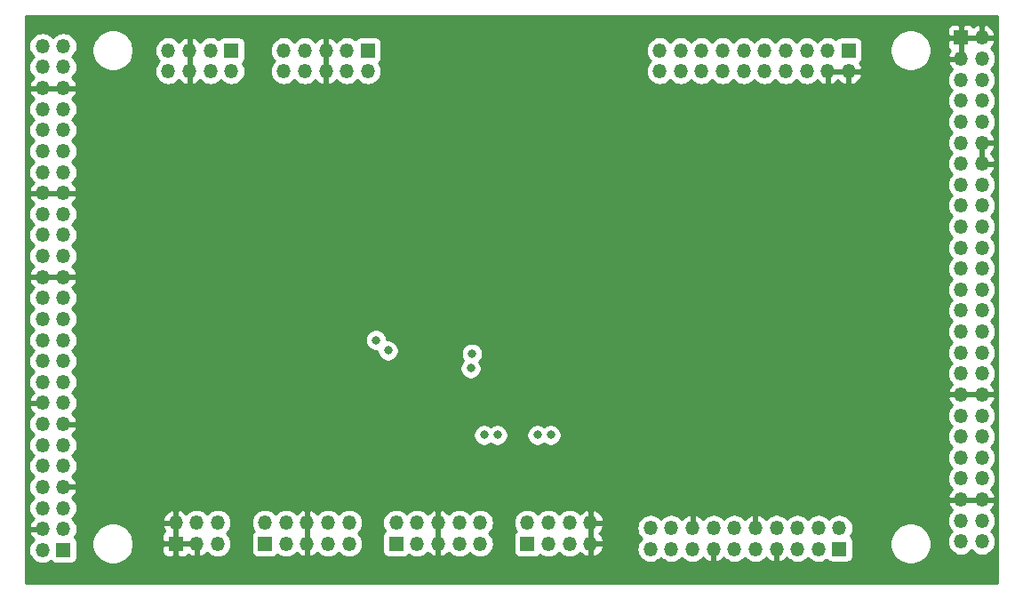
<source format=gbr>
G04 #@! TF.GenerationSoftware,KiCad,Pcbnew,(5.1.2)-1*
G04 #@! TF.CreationDate,2019-06-05T20:45:29-04:00*
G04 #@! TF.ProjectId,riser,72697365-722e-46b6-9963-61645f706362,rev?*
G04 #@! TF.SameCoordinates,Original*
G04 #@! TF.FileFunction,Copper,L2,Inr*
G04 #@! TF.FilePolarity,Positive*
%FSLAX46Y46*%
G04 Gerber Fmt 4.6, Leading zero omitted, Abs format (unit mm)*
G04 Created by KiCad (PCBNEW (5.1.2)-1) date 2019-06-05 20:45:29*
%MOMM*%
%LPD*%
G04 APERTURE LIST*
%ADD10O,1.350000X1.350000*%
%ADD11R,1.350000X1.350000*%
%ADD12C,0.800000*%
%ADD13C,0.254000*%
G04 APERTURE END LIST*
D10*
X93300000Y-71600000D03*
X95300000Y-71600000D03*
X93300000Y-73600000D03*
X95300000Y-73600000D03*
X93300000Y-75600000D03*
X95300000Y-75600000D03*
X93300000Y-77600000D03*
X95300000Y-77600000D03*
X93300000Y-79600000D03*
X95300000Y-79600000D03*
X93300000Y-81600000D03*
X95300000Y-81600000D03*
X93300000Y-83600000D03*
X95300000Y-83600000D03*
X93300000Y-85600000D03*
X95300000Y-85600000D03*
X93300000Y-87600000D03*
X95300000Y-87600000D03*
X93300000Y-89600000D03*
X95300000Y-89600000D03*
X93300000Y-91600000D03*
X95300000Y-91600000D03*
X93300000Y-93600000D03*
X95300000Y-93600000D03*
X93300000Y-95600000D03*
X95300000Y-95600000D03*
X93300000Y-97600000D03*
X95300000Y-97600000D03*
X93300000Y-99600000D03*
X95300000Y-99600000D03*
X93300000Y-101600000D03*
X95300000Y-101600000D03*
X93300000Y-103600000D03*
X95300000Y-103600000D03*
X93300000Y-105600000D03*
X95300000Y-105600000D03*
X93300000Y-107600000D03*
X95300000Y-107600000D03*
X93300000Y-109600000D03*
X95300000Y-109600000D03*
X93300000Y-111600000D03*
X95300000Y-111600000D03*
X93300000Y-113600000D03*
X95300000Y-113600000D03*
X93300000Y-115600000D03*
X95300000Y-115600000D03*
X93300000Y-117600000D03*
X95300000Y-117600000D03*
X93300000Y-119600000D03*
D11*
X95300000Y-119600000D03*
D10*
X182800000Y-118800000D03*
X180800000Y-118800000D03*
X182800000Y-116800000D03*
X180800000Y-116800000D03*
X182800000Y-114800000D03*
X180800000Y-114800000D03*
X182800000Y-112800000D03*
X180800000Y-112800000D03*
X182800000Y-110800000D03*
X180800000Y-110800000D03*
X182800000Y-108800000D03*
X180800000Y-108800000D03*
X182800000Y-106800000D03*
X180800000Y-106800000D03*
X182800000Y-104800000D03*
X180800000Y-104800000D03*
X182800000Y-102800000D03*
X180800000Y-102800000D03*
X182800000Y-100800000D03*
X180800000Y-100800000D03*
X182800000Y-98800000D03*
X180800000Y-98800000D03*
X182800000Y-96800000D03*
X180800000Y-96800000D03*
X182800000Y-94800000D03*
X180800000Y-94800000D03*
X182800000Y-92800000D03*
X180800000Y-92800000D03*
X182800000Y-90800000D03*
X180800000Y-90800000D03*
X182800000Y-88800000D03*
X180800000Y-88800000D03*
X182800000Y-86800000D03*
X180800000Y-86800000D03*
X182800000Y-84800000D03*
X180800000Y-84800000D03*
X182800000Y-82800000D03*
X180800000Y-82800000D03*
X182800000Y-80800000D03*
X180800000Y-80800000D03*
X182800000Y-78800000D03*
X180800000Y-78800000D03*
X182800000Y-76800000D03*
X180800000Y-76800000D03*
X182800000Y-74800000D03*
X180800000Y-74800000D03*
X182800000Y-72800000D03*
X180800000Y-72800000D03*
X182800000Y-70800000D03*
D11*
X180800000Y-70800000D03*
D10*
X145500000Y-117000000D03*
X145500000Y-119000000D03*
X143500000Y-117000000D03*
X143500000Y-119000000D03*
X141500000Y-117000000D03*
X141500000Y-119000000D03*
X139500000Y-117000000D03*
D11*
X139500000Y-119000000D03*
D10*
X122500000Y-117000000D03*
X122500000Y-119000000D03*
X120500000Y-117000000D03*
X120500000Y-119000000D03*
X118500000Y-117000000D03*
X118500000Y-119000000D03*
X116500000Y-117000000D03*
X116500000Y-119000000D03*
X114500000Y-117000000D03*
D11*
X114500000Y-119000000D03*
D10*
X135000000Y-117000000D03*
X135000000Y-119000000D03*
X133000000Y-117000000D03*
X133000000Y-119000000D03*
X131000000Y-117000000D03*
X131000000Y-119000000D03*
X129000000Y-117000000D03*
X129000000Y-119000000D03*
X127000000Y-117000000D03*
D11*
X127000000Y-119000000D03*
D10*
X105300000Y-74000000D03*
X105300000Y-72000000D03*
X107300000Y-74000000D03*
X107300000Y-72000000D03*
X109300000Y-74000000D03*
X109300000Y-72000000D03*
X111300000Y-74000000D03*
D11*
X111300000Y-72000000D03*
D10*
X116300000Y-74000000D03*
X116300000Y-72000000D03*
X118300000Y-74000000D03*
X118300000Y-72000000D03*
X120300000Y-74000000D03*
X120300000Y-72000000D03*
X122300000Y-74000000D03*
X122300000Y-72000000D03*
X124300000Y-74000000D03*
D11*
X124300000Y-72000000D03*
D10*
X152100000Y-74000000D03*
X152100000Y-72000000D03*
X154100000Y-74000000D03*
X154100000Y-72000000D03*
X156100000Y-74000000D03*
X156100000Y-72000000D03*
X158100000Y-74000000D03*
X158100000Y-72000000D03*
X160100000Y-74000000D03*
X160100000Y-72000000D03*
X162100000Y-74000000D03*
X162100000Y-72000000D03*
X164100000Y-74000000D03*
X164100000Y-72000000D03*
X166100000Y-74000000D03*
X166100000Y-72000000D03*
X168100000Y-74000000D03*
X168100000Y-72000000D03*
X170100000Y-74000000D03*
D11*
X170100000Y-72000000D03*
D10*
X110000000Y-117000000D03*
X110000000Y-119000000D03*
X108000000Y-117000000D03*
X108000000Y-119000000D03*
X106000000Y-117000000D03*
D11*
X106000000Y-119000000D03*
D10*
X151220040Y-117494080D03*
X151220040Y-119494080D03*
X153220040Y-117494080D03*
X153220040Y-119494080D03*
X155220040Y-117494080D03*
X155220040Y-119494080D03*
X157220040Y-117494080D03*
X157220040Y-119494080D03*
X159220040Y-117494080D03*
X159220040Y-119494080D03*
X161220040Y-117494080D03*
X161220040Y-119494080D03*
X163220040Y-117494080D03*
X163220040Y-119494080D03*
X165220040Y-117494080D03*
X165220040Y-119494080D03*
X167220040Y-117494080D03*
X167220040Y-119494080D03*
X169220040Y-117494080D03*
D11*
X169220040Y-119494080D03*
D12*
X125070000Y-99600002D03*
X126230000Y-100600000D03*
X141720000Y-108640000D03*
X140450000Y-108640000D03*
X136640000Y-108640000D03*
X134213982Y-100906018D03*
X135370000Y-108640000D03*
X134100000Y-102290000D03*
D13*
G36*
X179693000Y-69658070D02*
G01*
X179673815Y-69673815D01*
X179594463Y-69770506D01*
X179535498Y-69880820D01*
X179499188Y-70000518D01*
X179486928Y-70125000D01*
X179490000Y-70514250D01*
X179648750Y-70673000D01*
X179693000Y-70673000D01*
X179693000Y-70927000D01*
X179648750Y-70927000D01*
X179490000Y-71085750D01*
X179486928Y-71475000D01*
X179499188Y-71599482D01*
X179535498Y-71719180D01*
X179594463Y-71829494D01*
X179673815Y-71926185D01*
X179693000Y-71941930D01*
X179693000Y-72105509D01*
X179670527Y-72136371D01*
X179562762Y-72369472D01*
X179532090Y-72470600D01*
X179655776Y-72673000D01*
X179693000Y-72673000D01*
X179693000Y-72927000D01*
X179655776Y-72927000D01*
X179532090Y-73129400D01*
X179562762Y-73230528D01*
X179670527Y-73463629D01*
X179693000Y-73494491D01*
X179693000Y-74092077D01*
X179583862Y-74296259D01*
X179508955Y-74543195D01*
X179483662Y-74800000D01*
X179508955Y-75056805D01*
X179583862Y-75303741D01*
X179693000Y-75507923D01*
X179693000Y-76092077D01*
X179583862Y-76296259D01*
X179508955Y-76543195D01*
X179483662Y-76800000D01*
X179508955Y-77056805D01*
X179583862Y-77303741D01*
X179693000Y-77507923D01*
X179693000Y-78092077D01*
X179583862Y-78296259D01*
X179508955Y-78543195D01*
X179483662Y-78800000D01*
X179508955Y-79056805D01*
X179583862Y-79303741D01*
X179693000Y-79507923D01*
X179693000Y-80092077D01*
X179583862Y-80296259D01*
X179508955Y-80543195D01*
X179483662Y-80800000D01*
X179508955Y-81056805D01*
X179583862Y-81303741D01*
X179693000Y-81507923D01*
X179693000Y-82092077D01*
X179583862Y-82296259D01*
X179508955Y-82543195D01*
X179483662Y-82800000D01*
X179508955Y-83056805D01*
X179583862Y-83303741D01*
X179693000Y-83507923D01*
X179693000Y-84092077D01*
X179583862Y-84296259D01*
X179508955Y-84543195D01*
X179483662Y-84800000D01*
X179508955Y-85056805D01*
X179583862Y-85303741D01*
X179693000Y-85507923D01*
X179693000Y-86092077D01*
X179583862Y-86296259D01*
X179508955Y-86543195D01*
X179483662Y-86800000D01*
X179508955Y-87056805D01*
X179583862Y-87303741D01*
X179693000Y-87507923D01*
X179693000Y-88092077D01*
X179583862Y-88296259D01*
X179508955Y-88543195D01*
X179483662Y-88800000D01*
X179508955Y-89056805D01*
X179583862Y-89303741D01*
X179693000Y-89507923D01*
X179693000Y-90092077D01*
X179583862Y-90296259D01*
X179508955Y-90543195D01*
X179483662Y-90800000D01*
X179508955Y-91056805D01*
X179583862Y-91303741D01*
X179693000Y-91507923D01*
X179693000Y-92092077D01*
X179583862Y-92296259D01*
X179508955Y-92543195D01*
X179483662Y-92800000D01*
X179508955Y-93056805D01*
X179583862Y-93303741D01*
X179693000Y-93507923D01*
X179693000Y-94092077D01*
X179583862Y-94296259D01*
X179508955Y-94543195D01*
X179483662Y-94800000D01*
X179508955Y-95056805D01*
X179583862Y-95303741D01*
X179693000Y-95507923D01*
X179693000Y-96092077D01*
X179583862Y-96296259D01*
X179508955Y-96543195D01*
X179483662Y-96800000D01*
X179508955Y-97056805D01*
X179583862Y-97303741D01*
X179693000Y-97507923D01*
X179693000Y-98092077D01*
X179583862Y-98296259D01*
X179508955Y-98543195D01*
X179483662Y-98800000D01*
X179508955Y-99056805D01*
X179583862Y-99303741D01*
X179693000Y-99507923D01*
X179693000Y-100092077D01*
X179583862Y-100296259D01*
X179508955Y-100543195D01*
X179483662Y-100800000D01*
X179508955Y-101056805D01*
X179583862Y-101303741D01*
X179693000Y-101507923D01*
X179693000Y-102092077D01*
X179583862Y-102296259D01*
X179508955Y-102543195D01*
X179483662Y-102800000D01*
X179508955Y-103056805D01*
X179583862Y-103303741D01*
X179693000Y-103507923D01*
X179693000Y-104105509D01*
X179670527Y-104136371D01*
X179562762Y-104369472D01*
X179532090Y-104470600D01*
X179655776Y-104673000D01*
X179693000Y-104673000D01*
X179693000Y-104927000D01*
X179655776Y-104927000D01*
X179532090Y-105129400D01*
X179562762Y-105230528D01*
X179670527Y-105463629D01*
X179693000Y-105494491D01*
X179693000Y-106092077D01*
X179583862Y-106296259D01*
X179508955Y-106543195D01*
X179483662Y-106800000D01*
X179508955Y-107056805D01*
X179583862Y-107303741D01*
X179693000Y-107507923D01*
X179693000Y-108092077D01*
X179583862Y-108296259D01*
X179508955Y-108543195D01*
X179483662Y-108800000D01*
X179508955Y-109056805D01*
X179583862Y-109303741D01*
X179693000Y-109507923D01*
X179693000Y-110092077D01*
X179583862Y-110296259D01*
X179508955Y-110543195D01*
X179483662Y-110800000D01*
X179508955Y-111056805D01*
X179583862Y-111303741D01*
X179693000Y-111507923D01*
X179693000Y-112092077D01*
X179583862Y-112296259D01*
X179508955Y-112543195D01*
X179483662Y-112800000D01*
X179508955Y-113056805D01*
X179583862Y-113303741D01*
X179693000Y-113507923D01*
X179693000Y-114105509D01*
X179670527Y-114136371D01*
X179562762Y-114369472D01*
X179532090Y-114470600D01*
X179655776Y-114673000D01*
X179693000Y-114673000D01*
X179693000Y-114927000D01*
X179655776Y-114927000D01*
X179532090Y-115129400D01*
X179562762Y-115230528D01*
X179670527Y-115463629D01*
X179693000Y-115494491D01*
X179693000Y-116092077D01*
X179583862Y-116296259D01*
X179508955Y-116543195D01*
X179483662Y-116800000D01*
X179508955Y-117056805D01*
X179583862Y-117303741D01*
X179693000Y-117507923D01*
X179693000Y-118092077D01*
X179583862Y-118296259D01*
X179508955Y-118543195D01*
X179483662Y-118800000D01*
X179508955Y-119056805D01*
X179583862Y-119303741D01*
X179693000Y-119507923D01*
X179693000Y-122483000D01*
X96127000Y-122483000D01*
X96127000Y-120892465D01*
X96219180Y-120864502D01*
X96329494Y-120805537D01*
X96426185Y-120726185D01*
X96505537Y-120629494D01*
X96564502Y-120519180D01*
X96600812Y-120399482D01*
X96613072Y-120275000D01*
X96613072Y-118925000D01*
X96601204Y-118804495D01*
X98015000Y-118804495D01*
X98015000Y-119195505D01*
X98091282Y-119579003D01*
X98240915Y-119940250D01*
X98458149Y-120265364D01*
X98734636Y-120541851D01*
X99059750Y-120759085D01*
X99420997Y-120908718D01*
X99804495Y-120985000D01*
X100195505Y-120985000D01*
X100579003Y-120908718D01*
X100940250Y-120759085D01*
X101265364Y-120541851D01*
X101541851Y-120265364D01*
X101759085Y-119940250D01*
X101868954Y-119675000D01*
X104686928Y-119675000D01*
X104699188Y-119799482D01*
X104735498Y-119919180D01*
X104794463Y-120029494D01*
X104873815Y-120126185D01*
X104970506Y-120205537D01*
X105080820Y-120264502D01*
X105200518Y-120300812D01*
X105325000Y-120313072D01*
X105714250Y-120310000D01*
X105873000Y-120151250D01*
X105873000Y-119127000D01*
X106127000Y-119127000D01*
X106127000Y-120151250D01*
X106285750Y-120310000D01*
X106675000Y-120313072D01*
X106799482Y-120300812D01*
X106919180Y-120264502D01*
X107029494Y-120205537D01*
X107126185Y-120126185D01*
X107203119Y-120032441D01*
X107336371Y-120129473D01*
X107569472Y-120237238D01*
X107670600Y-120267910D01*
X107873000Y-120144224D01*
X107873000Y-119127000D01*
X106127000Y-119127000D01*
X105873000Y-119127000D01*
X104848750Y-119127000D01*
X104690000Y-119285750D01*
X104686928Y-119675000D01*
X101868954Y-119675000D01*
X101908718Y-119579003D01*
X101985000Y-119195505D01*
X101985000Y-118804495D01*
X101908718Y-118420997D01*
X101868955Y-118325000D01*
X104686928Y-118325000D01*
X104690000Y-118714250D01*
X104848750Y-118873000D01*
X105873000Y-118873000D01*
X105873000Y-117127000D01*
X104854915Y-117127000D01*
X104732085Y-117329401D01*
X104820711Y-117570430D01*
X104954656Y-117789537D01*
X104964071Y-117799744D01*
X104873815Y-117873815D01*
X104794463Y-117970506D01*
X104735498Y-118080820D01*
X104699188Y-118200518D01*
X104686928Y-118325000D01*
X101868955Y-118325000D01*
X101759085Y-118059750D01*
X101541851Y-117734636D01*
X101265364Y-117458149D01*
X100940250Y-117240915D01*
X100579003Y-117091282D01*
X100195505Y-117015000D01*
X99804495Y-117015000D01*
X99420997Y-117091282D01*
X99059750Y-117240915D01*
X98734636Y-117458149D01*
X98458149Y-117734636D01*
X98240915Y-118059750D01*
X98091282Y-118420997D01*
X98015000Y-118804495D01*
X96601204Y-118804495D01*
X96600812Y-118800518D01*
X96564502Y-118680820D01*
X96505537Y-118570506D01*
X96426185Y-118473815D01*
X96337369Y-118400926D01*
X96394495Y-118331318D01*
X96516138Y-118103741D01*
X96591045Y-117856805D01*
X96616338Y-117600000D01*
X96591045Y-117343195D01*
X96516138Y-117096259D01*
X96394495Y-116868682D01*
X96231934Y-116670599D01*
X104732085Y-116670599D01*
X104854915Y-116873000D01*
X105873000Y-116873000D01*
X105873000Y-115855776D01*
X106127000Y-115855776D01*
X106127000Y-116873000D01*
X106147000Y-116873000D01*
X106147000Y-117127000D01*
X106127000Y-117127000D01*
X106127000Y-118873000D01*
X107873000Y-118873000D01*
X107873000Y-118853000D01*
X108127000Y-118853000D01*
X108127000Y-118873000D01*
X108147000Y-118873000D01*
X108147000Y-119127000D01*
X108127000Y-119127000D01*
X108127000Y-120144224D01*
X108329400Y-120267910D01*
X108430528Y-120237238D01*
X108663629Y-120129473D01*
X108871227Y-119978303D01*
X108996628Y-119842352D01*
X109069208Y-119930792D01*
X109268682Y-120094495D01*
X109496259Y-120216138D01*
X109743195Y-120291045D01*
X109935649Y-120310000D01*
X110064351Y-120310000D01*
X110256805Y-120291045D01*
X110503741Y-120216138D01*
X110731318Y-120094495D01*
X110930792Y-119930792D01*
X111094495Y-119731318D01*
X111216138Y-119503741D01*
X111291045Y-119256805D01*
X111316338Y-119000000D01*
X111291045Y-118743195D01*
X111216138Y-118496259D01*
X111094495Y-118268682D01*
X110930792Y-118069208D01*
X110846461Y-118000000D01*
X110930792Y-117930792D01*
X111094495Y-117731318D01*
X111216138Y-117503741D01*
X111291045Y-117256805D01*
X111316338Y-117000000D01*
X113183662Y-117000000D01*
X113208955Y-117256805D01*
X113283862Y-117503741D01*
X113405505Y-117731318D01*
X113462631Y-117800926D01*
X113373815Y-117873815D01*
X113294463Y-117970506D01*
X113235498Y-118080820D01*
X113199188Y-118200518D01*
X113186928Y-118325000D01*
X113186928Y-119675000D01*
X113199188Y-119799482D01*
X113235498Y-119919180D01*
X113294463Y-120029494D01*
X113373815Y-120126185D01*
X113470506Y-120205537D01*
X113580820Y-120264502D01*
X113700518Y-120300812D01*
X113825000Y-120313072D01*
X115175000Y-120313072D01*
X115299482Y-120300812D01*
X115419180Y-120264502D01*
X115529494Y-120205537D01*
X115626185Y-120126185D01*
X115699074Y-120037369D01*
X115768682Y-120094495D01*
X115996259Y-120216138D01*
X116243195Y-120291045D01*
X116435649Y-120310000D01*
X116564351Y-120310000D01*
X116756805Y-120291045D01*
X117003741Y-120216138D01*
X117231318Y-120094495D01*
X117430792Y-119930792D01*
X117503372Y-119842352D01*
X117628773Y-119978303D01*
X117836371Y-120129473D01*
X118069472Y-120237238D01*
X118170600Y-120267910D01*
X118373000Y-120144224D01*
X118373000Y-119127000D01*
X118353000Y-119127000D01*
X118353000Y-118873000D01*
X118373000Y-118873000D01*
X118373000Y-117127000D01*
X118353000Y-117127000D01*
X118353000Y-116873000D01*
X118373000Y-116873000D01*
X118373000Y-115855776D01*
X118627000Y-115855776D01*
X118627000Y-116873000D01*
X118647000Y-116873000D01*
X118647000Y-117127000D01*
X118627000Y-117127000D01*
X118627000Y-118873000D01*
X118647000Y-118873000D01*
X118647000Y-119127000D01*
X118627000Y-119127000D01*
X118627000Y-120144224D01*
X118829400Y-120267910D01*
X118930528Y-120237238D01*
X119163629Y-120129473D01*
X119371227Y-119978303D01*
X119496628Y-119842352D01*
X119569208Y-119930792D01*
X119768682Y-120094495D01*
X119996259Y-120216138D01*
X120243195Y-120291045D01*
X120435649Y-120310000D01*
X120564351Y-120310000D01*
X120756805Y-120291045D01*
X121003741Y-120216138D01*
X121231318Y-120094495D01*
X121430792Y-119930792D01*
X121500000Y-119846461D01*
X121569208Y-119930792D01*
X121768682Y-120094495D01*
X121996259Y-120216138D01*
X122243195Y-120291045D01*
X122435649Y-120310000D01*
X122564351Y-120310000D01*
X122756805Y-120291045D01*
X123003741Y-120216138D01*
X123231318Y-120094495D01*
X123430792Y-119930792D01*
X123594495Y-119731318D01*
X123716138Y-119503741D01*
X123791045Y-119256805D01*
X123816338Y-119000000D01*
X123791045Y-118743195D01*
X123716138Y-118496259D01*
X123594495Y-118268682D01*
X123430792Y-118069208D01*
X123346461Y-118000000D01*
X123430792Y-117930792D01*
X123594495Y-117731318D01*
X123716138Y-117503741D01*
X123791045Y-117256805D01*
X123816338Y-117000000D01*
X125683662Y-117000000D01*
X125708955Y-117256805D01*
X125783862Y-117503741D01*
X125905505Y-117731318D01*
X125962631Y-117800926D01*
X125873815Y-117873815D01*
X125794463Y-117970506D01*
X125735498Y-118080820D01*
X125699188Y-118200518D01*
X125686928Y-118325000D01*
X125686928Y-119675000D01*
X125699188Y-119799482D01*
X125735498Y-119919180D01*
X125794463Y-120029494D01*
X125873815Y-120126185D01*
X125970506Y-120205537D01*
X126080820Y-120264502D01*
X126200518Y-120300812D01*
X126325000Y-120313072D01*
X127675000Y-120313072D01*
X127799482Y-120300812D01*
X127919180Y-120264502D01*
X128029494Y-120205537D01*
X128126185Y-120126185D01*
X128199074Y-120037369D01*
X128268682Y-120094495D01*
X128496259Y-120216138D01*
X128743195Y-120291045D01*
X128935649Y-120310000D01*
X129064351Y-120310000D01*
X129256805Y-120291045D01*
X129503741Y-120216138D01*
X129731318Y-120094495D01*
X129930792Y-119930792D01*
X130003372Y-119842352D01*
X130128773Y-119978303D01*
X130336371Y-120129473D01*
X130569472Y-120237238D01*
X130670600Y-120267910D01*
X130873000Y-120144224D01*
X130873000Y-119127000D01*
X130853000Y-119127000D01*
X130853000Y-118873000D01*
X130873000Y-118873000D01*
X130873000Y-117127000D01*
X130853000Y-117127000D01*
X130853000Y-116873000D01*
X130873000Y-116873000D01*
X130873000Y-115855776D01*
X131127000Y-115855776D01*
X131127000Y-116873000D01*
X131147000Y-116873000D01*
X131147000Y-117127000D01*
X131127000Y-117127000D01*
X131127000Y-118873000D01*
X131147000Y-118873000D01*
X131147000Y-119127000D01*
X131127000Y-119127000D01*
X131127000Y-120144224D01*
X131329400Y-120267910D01*
X131430528Y-120237238D01*
X131663629Y-120129473D01*
X131871227Y-119978303D01*
X131996628Y-119842352D01*
X132069208Y-119930792D01*
X132268682Y-120094495D01*
X132496259Y-120216138D01*
X132743195Y-120291045D01*
X132935649Y-120310000D01*
X133064351Y-120310000D01*
X133256805Y-120291045D01*
X133503741Y-120216138D01*
X133731318Y-120094495D01*
X133930792Y-119930792D01*
X134000000Y-119846461D01*
X134069208Y-119930792D01*
X134268682Y-120094495D01*
X134496259Y-120216138D01*
X134743195Y-120291045D01*
X134935649Y-120310000D01*
X135064351Y-120310000D01*
X135256805Y-120291045D01*
X135503741Y-120216138D01*
X135731318Y-120094495D01*
X135930792Y-119930792D01*
X136094495Y-119731318D01*
X136216138Y-119503741D01*
X136291045Y-119256805D01*
X136316338Y-119000000D01*
X136291045Y-118743195D01*
X136216138Y-118496259D01*
X136094495Y-118268682D01*
X135930792Y-118069208D01*
X135846461Y-118000000D01*
X135930792Y-117930792D01*
X136094495Y-117731318D01*
X136216138Y-117503741D01*
X136291045Y-117256805D01*
X136316338Y-117000000D01*
X138183662Y-117000000D01*
X138208955Y-117256805D01*
X138283862Y-117503741D01*
X138405505Y-117731318D01*
X138462631Y-117800926D01*
X138373815Y-117873815D01*
X138294463Y-117970506D01*
X138235498Y-118080820D01*
X138199188Y-118200518D01*
X138186928Y-118325000D01*
X138186928Y-119675000D01*
X138199188Y-119799482D01*
X138235498Y-119919180D01*
X138294463Y-120029494D01*
X138373815Y-120126185D01*
X138470506Y-120205537D01*
X138580820Y-120264502D01*
X138700518Y-120300812D01*
X138825000Y-120313072D01*
X140175000Y-120313072D01*
X140299482Y-120300812D01*
X140419180Y-120264502D01*
X140529494Y-120205537D01*
X140626185Y-120126185D01*
X140699074Y-120037369D01*
X140768682Y-120094495D01*
X140996259Y-120216138D01*
X141243195Y-120291045D01*
X141435649Y-120310000D01*
X141564351Y-120310000D01*
X141756805Y-120291045D01*
X142003741Y-120216138D01*
X142231318Y-120094495D01*
X142430792Y-119930792D01*
X142500000Y-119846461D01*
X142569208Y-119930792D01*
X142768682Y-120094495D01*
X142996259Y-120216138D01*
X143243195Y-120291045D01*
X143435649Y-120310000D01*
X143564351Y-120310000D01*
X143756805Y-120291045D01*
X144003741Y-120216138D01*
X144231318Y-120094495D01*
X144430792Y-119930792D01*
X144503372Y-119842352D01*
X144628773Y-119978303D01*
X144836371Y-120129473D01*
X145069472Y-120237238D01*
X145170600Y-120267910D01*
X145373000Y-120144224D01*
X145373000Y-119127000D01*
X145627000Y-119127000D01*
X145627000Y-120144224D01*
X145829400Y-120267910D01*
X145930528Y-120237238D01*
X146163629Y-120129473D01*
X146371227Y-119978303D01*
X146545344Y-119789537D01*
X146679289Y-119570430D01*
X146767915Y-119329401D01*
X146645085Y-119127000D01*
X145627000Y-119127000D01*
X145373000Y-119127000D01*
X145353000Y-119127000D01*
X145353000Y-118873000D01*
X145373000Y-118873000D01*
X145373000Y-117127000D01*
X145627000Y-117127000D01*
X145627000Y-118873000D01*
X146645085Y-118873000D01*
X146767915Y-118670599D01*
X146679289Y-118429570D01*
X146545344Y-118210463D01*
X146371227Y-118021697D01*
X146341431Y-118000000D01*
X146371227Y-117978303D01*
X146545344Y-117789537D01*
X146679289Y-117570430D01*
X146707362Y-117494080D01*
X149903702Y-117494080D01*
X149928995Y-117750885D01*
X150003902Y-117997821D01*
X150125545Y-118225398D01*
X150289248Y-118424872D01*
X150373579Y-118494080D01*
X150289248Y-118563288D01*
X150125545Y-118762762D01*
X150003902Y-118990339D01*
X149928995Y-119237275D01*
X149903702Y-119494080D01*
X149928995Y-119750885D01*
X150003902Y-119997821D01*
X150125545Y-120225398D01*
X150289248Y-120424872D01*
X150488722Y-120588575D01*
X150716299Y-120710218D01*
X150963235Y-120785125D01*
X151155689Y-120804080D01*
X151284391Y-120804080D01*
X151476845Y-120785125D01*
X151723781Y-120710218D01*
X151951358Y-120588575D01*
X152150832Y-120424872D01*
X152220040Y-120340541D01*
X152289248Y-120424872D01*
X152488722Y-120588575D01*
X152716299Y-120710218D01*
X152963235Y-120785125D01*
X153155689Y-120804080D01*
X153284391Y-120804080D01*
X153476845Y-120785125D01*
X153723781Y-120710218D01*
X153951358Y-120588575D01*
X154150832Y-120424872D01*
X154220040Y-120340541D01*
X154289248Y-120424872D01*
X154488722Y-120588575D01*
X154716299Y-120710218D01*
X154963235Y-120785125D01*
X155155689Y-120804080D01*
X155284391Y-120804080D01*
X155476845Y-120785125D01*
X155723781Y-120710218D01*
X155951358Y-120588575D01*
X156150832Y-120424872D01*
X156223412Y-120336432D01*
X156348813Y-120472383D01*
X156556411Y-120623553D01*
X156789512Y-120731318D01*
X156890640Y-120761990D01*
X157093040Y-120638304D01*
X157093040Y-119621080D01*
X157073040Y-119621080D01*
X157073040Y-119367080D01*
X157093040Y-119367080D01*
X157093040Y-119347080D01*
X157347040Y-119347080D01*
X157347040Y-119367080D01*
X157367040Y-119367080D01*
X157367040Y-119621080D01*
X157347040Y-119621080D01*
X157347040Y-120638304D01*
X157549440Y-120761990D01*
X157650568Y-120731318D01*
X157883669Y-120623553D01*
X158091267Y-120472383D01*
X158216668Y-120336432D01*
X158289248Y-120424872D01*
X158488722Y-120588575D01*
X158716299Y-120710218D01*
X158963235Y-120785125D01*
X159155689Y-120804080D01*
X159284391Y-120804080D01*
X159476845Y-120785125D01*
X159723781Y-120710218D01*
X159951358Y-120588575D01*
X160150832Y-120424872D01*
X160220040Y-120340541D01*
X160289248Y-120424872D01*
X160488722Y-120588575D01*
X160716299Y-120710218D01*
X160963235Y-120785125D01*
X161155689Y-120804080D01*
X161284391Y-120804080D01*
X161476845Y-120785125D01*
X161723781Y-120710218D01*
X161951358Y-120588575D01*
X162150832Y-120424872D01*
X162223412Y-120336432D01*
X162348813Y-120472383D01*
X162556411Y-120623553D01*
X162789512Y-120731318D01*
X162890640Y-120761990D01*
X163093040Y-120638304D01*
X163093040Y-119621080D01*
X163073040Y-119621080D01*
X163073040Y-119367080D01*
X163093040Y-119367080D01*
X163093040Y-119347080D01*
X163347040Y-119347080D01*
X163347040Y-119367080D01*
X163367040Y-119367080D01*
X163367040Y-119621080D01*
X163347040Y-119621080D01*
X163347040Y-120638304D01*
X163549440Y-120761990D01*
X163650568Y-120731318D01*
X163883669Y-120623553D01*
X164091267Y-120472383D01*
X164216668Y-120336432D01*
X164289248Y-120424872D01*
X164488722Y-120588575D01*
X164716299Y-120710218D01*
X164963235Y-120785125D01*
X165155689Y-120804080D01*
X165284391Y-120804080D01*
X165476845Y-120785125D01*
X165723781Y-120710218D01*
X165951358Y-120588575D01*
X166150832Y-120424872D01*
X166220040Y-120340541D01*
X166289248Y-120424872D01*
X166488722Y-120588575D01*
X166716299Y-120710218D01*
X166963235Y-120785125D01*
X167155689Y-120804080D01*
X167284391Y-120804080D01*
X167476845Y-120785125D01*
X167723781Y-120710218D01*
X167951358Y-120588575D01*
X168020966Y-120531449D01*
X168093855Y-120620265D01*
X168190546Y-120699617D01*
X168300860Y-120758582D01*
X168420558Y-120794892D01*
X168545040Y-120807152D01*
X169895040Y-120807152D01*
X170019522Y-120794892D01*
X170139220Y-120758582D01*
X170249534Y-120699617D01*
X170346225Y-120620265D01*
X170425577Y-120523574D01*
X170484542Y-120413260D01*
X170520852Y-120293562D01*
X170533112Y-120169080D01*
X170533112Y-118819080D01*
X170531676Y-118804495D01*
X174015000Y-118804495D01*
X174015000Y-119195505D01*
X174091282Y-119579003D01*
X174240915Y-119940250D01*
X174458149Y-120265364D01*
X174734636Y-120541851D01*
X175059750Y-120759085D01*
X175420997Y-120908718D01*
X175804495Y-120985000D01*
X176195505Y-120985000D01*
X176579003Y-120908718D01*
X176940250Y-120759085D01*
X177265364Y-120541851D01*
X177541851Y-120265364D01*
X177759085Y-119940250D01*
X177908718Y-119579003D01*
X177985000Y-119195505D01*
X177985000Y-118804495D01*
X177908718Y-118420997D01*
X177759085Y-118059750D01*
X177541851Y-117734636D01*
X177265364Y-117458149D01*
X176940250Y-117240915D01*
X176579003Y-117091282D01*
X176195505Y-117015000D01*
X175804495Y-117015000D01*
X175420997Y-117091282D01*
X175059750Y-117240915D01*
X174734636Y-117458149D01*
X174458149Y-117734636D01*
X174240915Y-118059750D01*
X174091282Y-118420997D01*
X174015000Y-118804495D01*
X170531676Y-118804495D01*
X170520852Y-118694598D01*
X170484542Y-118574900D01*
X170425577Y-118464586D01*
X170346225Y-118367895D01*
X170257409Y-118295006D01*
X170314535Y-118225398D01*
X170436178Y-117997821D01*
X170511085Y-117750885D01*
X170536378Y-117494080D01*
X170511085Y-117237275D01*
X170436178Y-116990339D01*
X170314535Y-116762762D01*
X170150832Y-116563288D01*
X169951358Y-116399585D01*
X169723781Y-116277942D01*
X169476845Y-116203035D01*
X169284391Y-116184080D01*
X169155689Y-116184080D01*
X168963235Y-116203035D01*
X168716299Y-116277942D01*
X168488722Y-116399585D01*
X168289248Y-116563288D01*
X168220040Y-116647619D01*
X168150832Y-116563288D01*
X167951358Y-116399585D01*
X167723781Y-116277942D01*
X167476845Y-116203035D01*
X167284391Y-116184080D01*
X167155689Y-116184080D01*
X166963235Y-116203035D01*
X166716299Y-116277942D01*
X166488722Y-116399585D01*
X166289248Y-116563288D01*
X166220040Y-116647619D01*
X166150832Y-116563288D01*
X165951358Y-116399585D01*
X165723781Y-116277942D01*
X165476845Y-116203035D01*
X165284391Y-116184080D01*
X165155689Y-116184080D01*
X164963235Y-116203035D01*
X164716299Y-116277942D01*
X164488722Y-116399585D01*
X164289248Y-116563288D01*
X164220040Y-116647619D01*
X164150832Y-116563288D01*
X163951358Y-116399585D01*
X163723781Y-116277942D01*
X163476845Y-116203035D01*
X163284391Y-116184080D01*
X163155689Y-116184080D01*
X162963235Y-116203035D01*
X162716299Y-116277942D01*
X162488722Y-116399585D01*
X162289248Y-116563288D01*
X162216668Y-116651728D01*
X162091267Y-116515777D01*
X161883669Y-116364607D01*
X161650568Y-116256842D01*
X161549440Y-116226170D01*
X161347040Y-116349856D01*
X161347040Y-117367080D01*
X161367040Y-117367080D01*
X161367040Y-117621080D01*
X161347040Y-117621080D01*
X161347040Y-117641080D01*
X161093040Y-117641080D01*
X161093040Y-117621080D01*
X161073040Y-117621080D01*
X161073040Y-117367080D01*
X161093040Y-117367080D01*
X161093040Y-116349856D01*
X160890640Y-116226170D01*
X160789512Y-116256842D01*
X160556411Y-116364607D01*
X160348813Y-116515777D01*
X160223412Y-116651728D01*
X160150832Y-116563288D01*
X159951358Y-116399585D01*
X159723781Y-116277942D01*
X159476845Y-116203035D01*
X159284391Y-116184080D01*
X159155689Y-116184080D01*
X158963235Y-116203035D01*
X158716299Y-116277942D01*
X158488722Y-116399585D01*
X158289248Y-116563288D01*
X158220040Y-116647619D01*
X158150832Y-116563288D01*
X157951358Y-116399585D01*
X157723781Y-116277942D01*
X157476845Y-116203035D01*
X157284391Y-116184080D01*
X157155689Y-116184080D01*
X156963235Y-116203035D01*
X156716299Y-116277942D01*
X156488722Y-116399585D01*
X156289248Y-116563288D01*
X156216668Y-116651728D01*
X156091267Y-116515777D01*
X155883669Y-116364607D01*
X155650568Y-116256842D01*
X155549440Y-116226170D01*
X155347040Y-116349856D01*
X155347040Y-117367080D01*
X155367040Y-117367080D01*
X155367040Y-117621080D01*
X155347040Y-117621080D01*
X155347040Y-117641080D01*
X155093040Y-117641080D01*
X155093040Y-117621080D01*
X155073040Y-117621080D01*
X155073040Y-117367080D01*
X155093040Y-117367080D01*
X155093040Y-116349856D01*
X154890640Y-116226170D01*
X154789512Y-116256842D01*
X154556411Y-116364607D01*
X154348813Y-116515777D01*
X154223412Y-116651728D01*
X154150832Y-116563288D01*
X153951358Y-116399585D01*
X153723781Y-116277942D01*
X153476845Y-116203035D01*
X153284391Y-116184080D01*
X153155689Y-116184080D01*
X152963235Y-116203035D01*
X152716299Y-116277942D01*
X152488722Y-116399585D01*
X152289248Y-116563288D01*
X152220040Y-116647619D01*
X152150832Y-116563288D01*
X151951358Y-116399585D01*
X151723781Y-116277942D01*
X151476845Y-116203035D01*
X151284391Y-116184080D01*
X151155689Y-116184080D01*
X150963235Y-116203035D01*
X150716299Y-116277942D01*
X150488722Y-116399585D01*
X150289248Y-116563288D01*
X150125545Y-116762762D01*
X150003902Y-116990339D01*
X149928995Y-117237275D01*
X149903702Y-117494080D01*
X146707362Y-117494080D01*
X146767915Y-117329401D01*
X146645085Y-117127000D01*
X145627000Y-117127000D01*
X145373000Y-117127000D01*
X145353000Y-117127000D01*
X145353000Y-116873000D01*
X145373000Y-116873000D01*
X145373000Y-115855776D01*
X145627000Y-115855776D01*
X145627000Y-116873000D01*
X146645085Y-116873000D01*
X146767915Y-116670599D01*
X146679289Y-116429570D01*
X146545344Y-116210463D01*
X146371227Y-116021697D01*
X146163629Y-115870527D01*
X145930528Y-115762762D01*
X145829400Y-115732090D01*
X145627000Y-115855776D01*
X145373000Y-115855776D01*
X145170600Y-115732090D01*
X145069472Y-115762762D01*
X144836371Y-115870527D01*
X144628773Y-116021697D01*
X144503372Y-116157648D01*
X144430792Y-116069208D01*
X144231318Y-115905505D01*
X144003741Y-115783862D01*
X143756805Y-115708955D01*
X143564351Y-115690000D01*
X143435649Y-115690000D01*
X143243195Y-115708955D01*
X142996259Y-115783862D01*
X142768682Y-115905505D01*
X142569208Y-116069208D01*
X142500000Y-116153539D01*
X142430792Y-116069208D01*
X142231318Y-115905505D01*
X142003741Y-115783862D01*
X141756805Y-115708955D01*
X141564351Y-115690000D01*
X141435649Y-115690000D01*
X141243195Y-115708955D01*
X140996259Y-115783862D01*
X140768682Y-115905505D01*
X140569208Y-116069208D01*
X140500000Y-116153539D01*
X140430792Y-116069208D01*
X140231318Y-115905505D01*
X140003741Y-115783862D01*
X139756805Y-115708955D01*
X139564351Y-115690000D01*
X139435649Y-115690000D01*
X139243195Y-115708955D01*
X138996259Y-115783862D01*
X138768682Y-115905505D01*
X138569208Y-116069208D01*
X138405505Y-116268682D01*
X138283862Y-116496259D01*
X138208955Y-116743195D01*
X138183662Y-117000000D01*
X136316338Y-117000000D01*
X136291045Y-116743195D01*
X136216138Y-116496259D01*
X136094495Y-116268682D01*
X135930792Y-116069208D01*
X135731318Y-115905505D01*
X135503741Y-115783862D01*
X135256805Y-115708955D01*
X135064351Y-115690000D01*
X134935649Y-115690000D01*
X134743195Y-115708955D01*
X134496259Y-115783862D01*
X134268682Y-115905505D01*
X134069208Y-116069208D01*
X134000000Y-116153539D01*
X133930792Y-116069208D01*
X133731318Y-115905505D01*
X133503741Y-115783862D01*
X133256805Y-115708955D01*
X133064351Y-115690000D01*
X132935649Y-115690000D01*
X132743195Y-115708955D01*
X132496259Y-115783862D01*
X132268682Y-115905505D01*
X132069208Y-116069208D01*
X131996628Y-116157648D01*
X131871227Y-116021697D01*
X131663629Y-115870527D01*
X131430528Y-115762762D01*
X131329400Y-115732090D01*
X131127000Y-115855776D01*
X130873000Y-115855776D01*
X130670600Y-115732090D01*
X130569472Y-115762762D01*
X130336371Y-115870527D01*
X130128773Y-116021697D01*
X130003372Y-116157648D01*
X129930792Y-116069208D01*
X129731318Y-115905505D01*
X129503741Y-115783862D01*
X129256805Y-115708955D01*
X129064351Y-115690000D01*
X128935649Y-115690000D01*
X128743195Y-115708955D01*
X128496259Y-115783862D01*
X128268682Y-115905505D01*
X128069208Y-116069208D01*
X128000000Y-116153539D01*
X127930792Y-116069208D01*
X127731318Y-115905505D01*
X127503741Y-115783862D01*
X127256805Y-115708955D01*
X127064351Y-115690000D01*
X126935649Y-115690000D01*
X126743195Y-115708955D01*
X126496259Y-115783862D01*
X126268682Y-115905505D01*
X126069208Y-116069208D01*
X125905505Y-116268682D01*
X125783862Y-116496259D01*
X125708955Y-116743195D01*
X125683662Y-117000000D01*
X123816338Y-117000000D01*
X123791045Y-116743195D01*
X123716138Y-116496259D01*
X123594495Y-116268682D01*
X123430792Y-116069208D01*
X123231318Y-115905505D01*
X123003741Y-115783862D01*
X122756805Y-115708955D01*
X122564351Y-115690000D01*
X122435649Y-115690000D01*
X122243195Y-115708955D01*
X121996259Y-115783862D01*
X121768682Y-115905505D01*
X121569208Y-116069208D01*
X121500000Y-116153539D01*
X121430792Y-116069208D01*
X121231318Y-115905505D01*
X121003741Y-115783862D01*
X120756805Y-115708955D01*
X120564351Y-115690000D01*
X120435649Y-115690000D01*
X120243195Y-115708955D01*
X119996259Y-115783862D01*
X119768682Y-115905505D01*
X119569208Y-116069208D01*
X119496628Y-116157648D01*
X119371227Y-116021697D01*
X119163629Y-115870527D01*
X118930528Y-115762762D01*
X118829400Y-115732090D01*
X118627000Y-115855776D01*
X118373000Y-115855776D01*
X118170600Y-115732090D01*
X118069472Y-115762762D01*
X117836371Y-115870527D01*
X117628773Y-116021697D01*
X117503372Y-116157648D01*
X117430792Y-116069208D01*
X117231318Y-115905505D01*
X117003741Y-115783862D01*
X116756805Y-115708955D01*
X116564351Y-115690000D01*
X116435649Y-115690000D01*
X116243195Y-115708955D01*
X115996259Y-115783862D01*
X115768682Y-115905505D01*
X115569208Y-116069208D01*
X115500000Y-116153539D01*
X115430792Y-116069208D01*
X115231318Y-115905505D01*
X115003741Y-115783862D01*
X114756805Y-115708955D01*
X114564351Y-115690000D01*
X114435649Y-115690000D01*
X114243195Y-115708955D01*
X113996259Y-115783862D01*
X113768682Y-115905505D01*
X113569208Y-116069208D01*
X113405505Y-116268682D01*
X113283862Y-116496259D01*
X113208955Y-116743195D01*
X113183662Y-117000000D01*
X111316338Y-117000000D01*
X111291045Y-116743195D01*
X111216138Y-116496259D01*
X111094495Y-116268682D01*
X110930792Y-116069208D01*
X110731318Y-115905505D01*
X110503741Y-115783862D01*
X110256805Y-115708955D01*
X110064351Y-115690000D01*
X109935649Y-115690000D01*
X109743195Y-115708955D01*
X109496259Y-115783862D01*
X109268682Y-115905505D01*
X109069208Y-116069208D01*
X109000000Y-116153539D01*
X108930792Y-116069208D01*
X108731318Y-115905505D01*
X108503741Y-115783862D01*
X108256805Y-115708955D01*
X108064351Y-115690000D01*
X107935649Y-115690000D01*
X107743195Y-115708955D01*
X107496259Y-115783862D01*
X107268682Y-115905505D01*
X107069208Y-116069208D01*
X106996628Y-116157648D01*
X106871227Y-116021697D01*
X106663629Y-115870527D01*
X106430528Y-115762762D01*
X106329400Y-115732090D01*
X106127000Y-115855776D01*
X105873000Y-115855776D01*
X105670600Y-115732090D01*
X105569472Y-115762762D01*
X105336371Y-115870527D01*
X105128773Y-116021697D01*
X104954656Y-116210463D01*
X104820711Y-116429570D01*
X104732085Y-116670599D01*
X96231934Y-116670599D01*
X96230792Y-116669208D01*
X96146461Y-116600000D01*
X96230792Y-116530792D01*
X96394495Y-116331318D01*
X96516138Y-116103741D01*
X96591045Y-115856805D01*
X96616338Y-115600000D01*
X96591045Y-115343195D01*
X96516138Y-115096259D01*
X96394495Y-114868682D01*
X96230792Y-114669208D01*
X96142352Y-114596628D01*
X96278303Y-114471227D01*
X96429473Y-114263629D01*
X96537238Y-114030528D01*
X96567910Y-113929400D01*
X96444224Y-113727000D01*
X96127000Y-113727000D01*
X96127000Y-113473000D01*
X96444224Y-113473000D01*
X96567910Y-113270600D01*
X96537238Y-113169472D01*
X96429473Y-112936371D01*
X96278303Y-112728773D01*
X96142352Y-112603372D01*
X96230792Y-112530792D01*
X96394495Y-112331318D01*
X96516138Y-112103741D01*
X96591045Y-111856805D01*
X96616338Y-111600000D01*
X96591045Y-111343195D01*
X96516138Y-111096259D01*
X96394495Y-110868682D01*
X96230792Y-110669208D01*
X96146461Y-110600000D01*
X96230792Y-110530792D01*
X96394495Y-110331318D01*
X96516138Y-110103741D01*
X96591045Y-109856805D01*
X96616338Y-109600000D01*
X96591045Y-109343195D01*
X96516138Y-109096259D01*
X96394495Y-108868682D01*
X96230792Y-108669208D01*
X96142352Y-108596628D01*
X96205846Y-108538061D01*
X134335000Y-108538061D01*
X134335000Y-108741939D01*
X134374774Y-108941898D01*
X134452795Y-109130256D01*
X134566063Y-109299774D01*
X134710226Y-109443937D01*
X134879744Y-109557205D01*
X135068102Y-109635226D01*
X135268061Y-109675000D01*
X135471939Y-109675000D01*
X135671898Y-109635226D01*
X135860256Y-109557205D01*
X136005000Y-109460490D01*
X136149744Y-109557205D01*
X136338102Y-109635226D01*
X136538061Y-109675000D01*
X136741939Y-109675000D01*
X136941898Y-109635226D01*
X137130256Y-109557205D01*
X137299774Y-109443937D01*
X137443937Y-109299774D01*
X137557205Y-109130256D01*
X137635226Y-108941898D01*
X137675000Y-108741939D01*
X137675000Y-108538061D01*
X139415000Y-108538061D01*
X139415000Y-108741939D01*
X139454774Y-108941898D01*
X139532795Y-109130256D01*
X139646063Y-109299774D01*
X139790226Y-109443937D01*
X139959744Y-109557205D01*
X140148102Y-109635226D01*
X140348061Y-109675000D01*
X140551939Y-109675000D01*
X140751898Y-109635226D01*
X140940256Y-109557205D01*
X141085000Y-109460490D01*
X141229744Y-109557205D01*
X141418102Y-109635226D01*
X141618061Y-109675000D01*
X141821939Y-109675000D01*
X142021898Y-109635226D01*
X142210256Y-109557205D01*
X142379774Y-109443937D01*
X142523937Y-109299774D01*
X142637205Y-109130256D01*
X142715226Y-108941898D01*
X142755000Y-108741939D01*
X142755000Y-108538061D01*
X142715226Y-108338102D01*
X142637205Y-108149744D01*
X142523937Y-107980226D01*
X142379774Y-107836063D01*
X142210256Y-107722795D01*
X142021898Y-107644774D01*
X141821939Y-107605000D01*
X141618061Y-107605000D01*
X141418102Y-107644774D01*
X141229744Y-107722795D01*
X141085000Y-107819510D01*
X140940256Y-107722795D01*
X140751898Y-107644774D01*
X140551939Y-107605000D01*
X140348061Y-107605000D01*
X140148102Y-107644774D01*
X139959744Y-107722795D01*
X139790226Y-107836063D01*
X139646063Y-107980226D01*
X139532795Y-108149744D01*
X139454774Y-108338102D01*
X139415000Y-108538061D01*
X137675000Y-108538061D01*
X137635226Y-108338102D01*
X137557205Y-108149744D01*
X137443937Y-107980226D01*
X137299774Y-107836063D01*
X137130256Y-107722795D01*
X136941898Y-107644774D01*
X136741939Y-107605000D01*
X136538061Y-107605000D01*
X136338102Y-107644774D01*
X136149744Y-107722795D01*
X136005000Y-107819510D01*
X135860256Y-107722795D01*
X135671898Y-107644774D01*
X135471939Y-107605000D01*
X135268061Y-107605000D01*
X135068102Y-107644774D01*
X134879744Y-107722795D01*
X134710226Y-107836063D01*
X134566063Y-107980226D01*
X134452795Y-108149744D01*
X134374774Y-108338102D01*
X134335000Y-108538061D01*
X96205846Y-108538061D01*
X96278303Y-108471227D01*
X96429473Y-108263629D01*
X96537238Y-108030528D01*
X96567910Y-107929400D01*
X96444224Y-107727000D01*
X96127000Y-107727000D01*
X96127000Y-107473000D01*
X96444224Y-107473000D01*
X96567910Y-107270600D01*
X96537238Y-107169472D01*
X96429473Y-106936371D01*
X96278303Y-106728773D01*
X96142352Y-106603372D01*
X96230792Y-106530792D01*
X96394495Y-106331318D01*
X96516138Y-106103741D01*
X96591045Y-105856805D01*
X96616338Y-105600000D01*
X96591045Y-105343195D01*
X96516138Y-105096259D01*
X96394495Y-104868682D01*
X96230792Y-104669208D01*
X96146461Y-104600000D01*
X96230792Y-104530792D01*
X96394495Y-104331318D01*
X96516138Y-104103741D01*
X96591045Y-103856805D01*
X96616338Y-103600000D01*
X96591045Y-103343195D01*
X96516138Y-103096259D01*
X96394495Y-102868682D01*
X96230792Y-102669208D01*
X96146461Y-102600000D01*
X96230792Y-102530792D01*
X96394495Y-102331318D01*
X96471067Y-102188061D01*
X133065000Y-102188061D01*
X133065000Y-102391939D01*
X133104774Y-102591898D01*
X133182795Y-102780256D01*
X133296063Y-102949774D01*
X133440226Y-103093937D01*
X133609744Y-103207205D01*
X133798102Y-103285226D01*
X133998061Y-103325000D01*
X134201939Y-103325000D01*
X134401898Y-103285226D01*
X134590256Y-103207205D01*
X134759774Y-103093937D01*
X134903937Y-102949774D01*
X135017205Y-102780256D01*
X135095226Y-102591898D01*
X135135000Y-102391939D01*
X135135000Y-102188061D01*
X135095226Y-101988102D01*
X135017205Y-101799744D01*
X134923783Y-101659928D01*
X135017919Y-101565792D01*
X135131187Y-101396274D01*
X135209208Y-101207916D01*
X135248982Y-101007957D01*
X135248982Y-100804079D01*
X135209208Y-100604120D01*
X135131187Y-100415762D01*
X135017919Y-100246244D01*
X134873756Y-100102081D01*
X134704238Y-99988813D01*
X134515880Y-99910792D01*
X134315921Y-99871018D01*
X134112043Y-99871018D01*
X133912084Y-99910792D01*
X133723726Y-99988813D01*
X133554208Y-100102081D01*
X133410045Y-100246244D01*
X133296777Y-100415762D01*
X133218756Y-100604120D01*
X133178982Y-100804079D01*
X133178982Y-101007957D01*
X133218756Y-101207916D01*
X133296777Y-101396274D01*
X133390199Y-101536090D01*
X133296063Y-101630226D01*
X133182795Y-101799744D01*
X133104774Y-101988102D01*
X133065000Y-102188061D01*
X96471067Y-102188061D01*
X96516138Y-102103741D01*
X96591045Y-101856805D01*
X96616338Y-101600000D01*
X96591045Y-101343195D01*
X96516138Y-101096259D01*
X96394495Y-100868682D01*
X96230792Y-100669208D01*
X96146461Y-100600000D01*
X96230792Y-100530792D01*
X96394495Y-100331318D01*
X96516138Y-100103741D01*
X96591045Y-99856805D01*
X96616338Y-99600000D01*
X96606299Y-99498063D01*
X124035000Y-99498063D01*
X124035000Y-99701941D01*
X124074774Y-99901900D01*
X124152795Y-100090258D01*
X124266063Y-100259776D01*
X124410226Y-100403939D01*
X124579744Y-100517207D01*
X124768102Y-100595228D01*
X124968061Y-100635002D01*
X125171939Y-100635002D01*
X125195000Y-100630415D01*
X125195000Y-100701939D01*
X125234774Y-100901898D01*
X125312795Y-101090256D01*
X125426063Y-101259774D01*
X125570226Y-101403937D01*
X125739744Y-101517205D01*
X125928102Y-101595226D01*
X126128061Y-101635000D01*
X126331939Y-101635000D01*
X126531898Y-101595226D01*
X126720256Y-101517205D01*
X126889774Y-101403937D01*
X127033937Y-101259774D01*
X127147205Y-101090256D01*
X127225226Y-100901898D01*
X127265000Y-100701939D01*
X127265000Y-100498061D01*
X127225226Y-100298102D01*
X127147205Y-100109744D01*
X127033937Y-99940226D01*
X126889774Y-99796063D01*
X126720256Y-99682795D01*
X126531898Y-99604774D01*
X126331939Y-99565000D01*
X126128061Y-99565000D01*
X126105000Y-99569587D01*
X126105000Y-99498063D01*
X126065226Y-99298104D01*
X125987205Y-99109746D01*
X125873937Y-98940228D01*
X125729774Y-98796065D01*
X125560256Y-98682797D01*
X125371898Y-98604776D01*
X125171939Y-98565002D01*
X124968061Y-98565002D01*
X124768102Y-98604776D01*
X124579744Y-98682797D01*
X124410226Y-98796065D01*
X124266063Y-98940228D01*
X124152795Y-99109746D01*
X124074774Y-99298104D01*
X124035000Y-99498063D01*
X96606299Y-99498063D01*
X96591045Y-99343195D01*
X96516138Y-99096259D01*
X96394495Y-98868682D01*
X96230792Y-98669208D01*
X96146461Y-98600000D01*
X96230792Y-98530792D01*
X96394495Y-98331318D01*
X96516138Y-98103741D01*
X96591045Y-97856805D01*
X96616338Y-97600000D01*
X96591045Y-97343195D01*
X96516138Y-97096259D01*
X96394495Y-96868682D01*
X96230792Y-96669208D01*
X96146461Y-96600000D01*
X96230792Y-96530792D01*
X96394495Y-96331318D01*
X96516138Y-96103741D01*
X96591045Y-95856805D01*
X96616338Y-95600000D01*
X96591045Y-95343195D01*
X96516138Y-95096259D01*
X96394495Y-94868682D01*
X96230792Y-94669208D01*
X96142352Y-94596628D01*
X96278303Y-94471227D01*
X96429473Y-94263629D01*
X96537238Y-94030528D01*
X96567910Y-93929400D01*
X96444224Y-93727000D01*
X96127000Y-93727000D01*
X96127000Y-93473000D01*
X96444224Y-93473000D01*
X96567910Y-93270600D01*
X96537238Y-93169472D01*
X96429473Y-92936371D01*
X96278303Y-92728773D01*
X96142352Y-92603372D01*
X96230792Y-92530792D01*
X96394495Y-92331318D01*
X96516138Y-92103741D01*
X96591045Y-91856805D01*
X96616338Y-91600000D01*
X96591045Y-91343195D01*
X96516138Y-91096259D01*
X96394495Y-90868682D01*
X96230792Y-90669208D01*
X96146461Y-90600000D01*
X96230792Y-90530792D01*
X96394495Y-90331318D01*
X96516138Y-90103741D01*
X96591045Y-89856805D01*
X96616338Y-89600000D01*
X96591045Y-89343195D01*
X96516138Y-89096259D01*
X96394495Y-88868682D01*
X96230792Y-88669208D01*
X96146461Y-88600000D01*
X96230792Y-88530792D01*
X96394495Y-88331318D01*
X96516138Y-88103741D01*
X96591045Y-87856805D01*
X96616338Y-87600000D01*
X96591045Y-87343195D01*
X96516138Y-87096259D01*
X96394495Y-86868682D01*
X96230792Y-86669208D01*
X96142352Y-86596628D01*
X96278303Y-86471227D01*
X96429473Y-86263629D01*
X96537238Y-86030528D01*
X96567910Y-85929400D01*
X96444224Y-85727000D01*
X96127000Y-85727000D01*
X96127000Y-85473000D01*
X96444224Y-85473000D01*
X96567910Y-85270600D01*
X96537238Y-85169472D01*
X96429473Y-84936371D01*
X96278303Y-84728773D01*
X96142352Y-84603372D01*
X96230792Y-84530792D01*
X96394495Y-84331318D01*
X96516138Y-84103741D01*
X96591045Y-83856805D01*
X96616338Y-83600000D01*
X96591045Y-83343195D01*
X96516138Y-83096259D01*
X96394495Y-82868682D01*
X96230792Y-82669208D01*
X96146461Y-82600000D01*
X96230792Y-82530792D01*
X96394495Y-82331318D01*
X96516138Y-82103741D01*
X96591045Y-81856805D01*
X96616338Y-81600000D01*
X96591045Y-81343195D01*
X96516138Y-81096259D01*
X96394495Y-80868682D01*
X96230792Y-80669208D01*
X96146461Y-80600000D01*
X96230792Y-80530792D01*
X96394495Y-80331318D01*
X96516138Y-80103741D01*
X96591045Y-79856805D01*
X96616338Y-79600000D01*
X96591045Y-79343195D01*
X96516138Y-79096259D01*
X96394495Y-78868682D01*
X96230792Y-78669208D01*
X96146461Y-78600000D01*
X96230792Y-78530792D01*
X96394495Y-78331318D01*
X96516138Y-78103741D01*
X96591045Y-77856805D01*
X96616338Y-77600000D01*
X96591045Y-77343195D01*
X96516138Y-77096259D01*
X96394495Y-76868682D01*
X96230792Y-76669208D01*
X96142352Y-76596628D01*
X96278303Y-76471227D01*
X96429473Y-76263629D01*
X96537238Y-76030528D01*
X96567910Y-75929400D01*
X96444224Y-75727000D01*
X96127000Y-75727000D01*
X96127000Y-75473000D01*
X96444224Y-75473000D01*
X96567910Y-75270600D01*
X96537238Y-75169472D01*
X96429473Y-74936371D01*
X96278303Y-74728773D01*
X96142352Y-74603372D01*
X96230792Y-74530792D01*
X96394495Y-74331318D01*
X96516138Y-74103741D01*
X96591045Y-73856805D01*
X96616338Y-73600000D01*
X96591045Y-73343195D01*
X96516138Y-73096259D01*
X96394495Y-72868682D01*
X96230792Y-72669208D01*
X96146461Y-72600000D01*
X96230792Y-72530792D01*
X96394495Y-72331318D01*
X96516138Y-72103741D01*
X96591045Y-71856805D01*
X96596197Y-71804495D01*
X98015000Y-71804495D01*
X98015000Y-72195505D01*
X98091282Y-72579003D01*
X98240915Y-72940250D01*
X98458149Y-73265364D01*
X98734636Y-73541851D01*
X99059750Y-73759085D01*
X99420997Y-73908718D01*
X99804495Y-73985000D01*
X100195505Y-73985000D01*
X100579003Y-73908718D01*
X100940250Y-73759085D01*
X101265364Y-73541851D01*
X101541851Y-73265364D01*
X101759085Y-72940250D01*
X101908718Y-72579003D01*
X101985000Y-72195505D01*
X101985000Y-72000000D01*
X103983662Y-72000000D01*
X104008955Y-72256805D01*
X104083862Y-72503741D01*
X104205505Y-72731318D01*
X104369208Y-72930792D01*
X104453539Y-73000000D01*
X104369208Y-73069208D01*
X104205505Y-73268682D01*
X104083862Y-73496259D01*
X104008955Y-73743195D01*
X103983662Y-74000000D01*
X104008955Y-74256805D01*
X104083862Y-74503741D01*
X104205505Y-74731318D01*
X104369208Y-74930792D01*
X104568682Y-75094495D01*
X104796259Y-75216138D01*
X105043195Y-75291045D01*
X105235649Y-75310000D01*
X105364351Y-75310000D01*
X105556805Y-75291045D01*
X105803741Y-75216138D01*
X106031318Y-75094495D01*
X106230792Y-74930792D01*
X106303372Y-74842352D01*
X106428773Y-74978303D01*
X106636371Y-75129473D01*
X106869472Y-75237238D01*
X106970600Y-75267910D01*
X107173000Y-75144224D01*
X107173000Y-74127000D01*
X107153000Y-74127000D01*
X107153000Y-73873000D01*
X107173000Y-73873000D01*
X107173000Y-72127000D01*
X107153000Y-72127000D01*
X107153000Y-71873000D01*
X107173000Y-71873000D01*
X107173000Y-70855776D01*
X107427000Y-70855776D01*
X107427000Y-71873000D01*
X107447000Y-71873000D01*
X107447000Y-72127000D01*
X107427000Y-72127000D01*
X107427000Y-73873000D01*
X107447000Y-73873000D01*
X107447000Y-74127000D01*
X107427000Y-74127000D01*
X107427000Y-75144224D01*
X107629400Y-75267910D01*
X107730528Y-75237238D01*
X107963629Y-75129473D01*
X108171227Y-74978303D01*
X108296628Y-74842352D01*
X108369208Y-74930792D01*
X108568682Y-75094495D01*
X108796259Y-75216138D01*
X109043195Y-75291045D01*
X109235649Y-75310000D01*
X109364351Y-75310000D01*
X109556805Y-75291045D01*
X109803741Y-75216138D01*
X110031318Y-75094495D01*
X110230792Y-74930792D01*
X110300000Y-74846461D01*
X110369208Y-74930792D01*
X110568682Y-75094495D01*
X110796259Y-75216138D01*
X111043195Y-75291045D01*
X111235649Y-75310000D01*
X111364351Y-75310000D01*
X111556805Y-75291045D01*
X111803741Y-75216138D01*
X112031318Y-75094495D01*
X112230792Y-74930792D01*
X112394495Y-74731318D01*
X112516138Y-74503741D01*
X112591045Y-74256805D01*
X112616338Y-74000000D01*
X112591045Y-73743195D01*
X112516138Y-73496259D01*
X112394495Y-73268682D01*
X112337369Y-73199074D01*
X112426185Y-73126185D01*
X112505537Y-73029494D01*
X112564502Y-72919180D01*
X112600812Y-72799482D01*
X112613072Y-72675000D01*
X112613072Y-72000000D01*
X114983662Y-72000000D01*
X115008955Y-72256805D01*
X115083862Y-72503741D01*
X115205505Y-72731318D01*
X115369208Y-72930792D01*
X115453539Y-73000000D01*
X115369208Y-73069208D01*
X115205505Y-73268682D01*
X115083862Y-73496259D01*
X115008955Y-73743195D01*
X114983662Y-74000000D01*
X115008955Y-74256805D01*
X115083862Y-74503741D01*
X115205505Y-74731318D01*
X115369208Y-74930792D01*
X115568682Y-75094495D01*
X115796259Y-75216138D01*
X116043195Y-75291045D01*
X116235649Y-75310000D01*
X116364351Y-75310000D01*
X116556805Y-75291045D01*
X116803741Y-75216138D01*
X117031318Y-75094495D01*
X117230792Y-74930792D01*
X117300000Y-74846461D01*
X117369208Y-74930792D01*
X117568682Y-75094495D01*
X117796259Y-75216138D01*
X118043195Y-75291045D01*
X118235649Y-75310000D01*
X118364351Y-75310000D01*
X118556805Y-75291045D01*
X118803741Y-75216138D01*
X119031318Y-75094495D01*
X119230792Y-74930792D01*
X119303372Y-74842352D01*
X119428773Y-74978303D01*
X119636371Y-75129473D01*
X119869472Y-75237238D01*
X119970600Y-75267910D01*
X120173000Y-75144224D01*
X120173000Y-74127000D01*
X120153000Y-74127000D01*
X120153000Y-73873000D01*
X120173000Y-73873000D01*
X120173000Y-72127000D01*
X120153000Y-72127000D01*
X120153000Y-71873000D01*
X120173000Y-71873000D01*
X120173000Y-70855776D01*
X120427000Y-70855776D01*
X120427000Y-71873000D01*
X120447000Y-71873000D01*
X120447000Y-72127000D01*
X120427000Y-72127000D01*
X120427000Y-73873000D01*
X120447000Y-73873000D01*
X120447000Y-74127000D01*
X120427000Y-74127000D01*
X120427000Y-75144224D01*
X120629400Y-75267910D01*
X120730528Y-75237238D01*
X120963629Y-75129473D01*
X121171227Y-74978303D01*
X121296628Y-74842352D01*
X121369208Y-74930792D01*
X121568682Y-75094495D01*
X121796259Y-75216138D01*
X122043195Y-75291045D01*
X122235649Y-75310000D01*
X122364351Y-75310000D01*
X122556805Y-75291045D01*
X122803741Y-75216138D01*
X123031318Y-75094495D01*
X123230792Y-74930792D01*
X123300000Y-74846461D01*
X123369208Y-74930792D01*
X123568682Y-75094495D01*
X123796259Y-75216138D01*
X124043195Y-75291045D01*
X124235649Y-75310000D01*
X124364351Y-75310000D01*
X124556805Y-75291045D01*
X124803741Y-75216138D01*
X125031318Y-75094495D01*
X125230792Y-74930792D01*
X125394495Y-74731318D01*
X125516138Y-74503741D01*
X125591045Y-74256805D01*
X125616338Y-74000000D01*
X125591045Y-73743195D01*
X125516138Y-73496259D01*
X125394495Y-73268682D01*
X125337369Y-73199074D01*
X125426185Y-73126185D01*
X125505537Y-73029494D01*
X125564502Y-72919180D01*
X125600812Y-72799482D01*
X125613072Y-72675000D01*
X125613072Y-72000000D01*
X150783662Y-72000000D01*
X150808955Y-72256805D01*
X150883862Y-72503741D01*
X151005505Y-72731318D01*
X151169208Y-72930792D01*
X151253539Y-73000000D01*
X151169208Y-73069208D01*
X151005505Y-73268682D01*
X150883862Y-73496259D01*
X150808955Y-73743195D01*
X150783662Y-74000000D01*
X150808955Y-74256805D01*
X150883862Y-74503741D01*
X151005505Y-74731318D01*
X151169208Y-74930792D01*
X151368682Y-75094495D01*
X151596259Y-75216138D01*
X151843195Y-75291045D01*
X152035649Y-75310000D01*
X152164351Y-75310000D01*
X152356805Y-75291045D01*
X152603741Y-75216138D01*
X152831318Y-75094495D01*
X153030792Y-74930792D01*
X153100000Y-74846461D01*
X153169208Y-74930792D01*
X153368682Y-75094495D01*
X153596259Y-75216138D01*
X153843195Y-75291045D01*
X154035649Y-75310000D01*
X154164351Y-75310000D01*
X154356805Y-75291045D01*
X154603741Y-75216138D01*
X154831318Y-75094495D01*
X155030792Y-74930792D01*
X155100000Y-74846461D01*
X155169208Y-74930792D01*
X155368682Y-75094495D01*
X155596259Y-75216138D01*
X155843195Y-75291045D01*
X156035649Y-75310000D01*
X156164351Y-75310000D01*
X156356805Y-75291045D01*
X156603741Y-75216138D01*
X156831318Y-75094495D01*
X157030792Y-74930792D01*
X157100000Y-74846461D01*
X157169208Y-74930792D01*
X157368682Y-75094495D01*
X157596259Y-75216138D01*
X157843195Y-75291045D01*
X158035649Y-75310000D01*
X158164351Y-75310000D01*
X158356805Y-75291045D01*
X158603741Y-75216138D01*
X158831318Y-75094495D01*
X159030792Y-74930792D01*
X159100000Y-74846461D01*
X159169208Y-74930792D01*
X159368682Y-75094495D01*
X159596259Y-75216138D01*
X159843195Y-75291045D01*
X160035649Y-75310000D01*
X160164351Y-75310000D01*
X160356805Y-75291045D01*
X160603741Y-75216138D01*
X160831318Y-75094495D01*
X161030792Y-74930792D01*
X161100000Y-74846461D01*
X161169208Y-74930792D01*
X161368682Y-75094495D01*
X161596259Y-75216138D01*
X161843195Y-75291045D01*
X162035649Y-75310000D01*
X162164351Y-75310000D01*
X162356805Y-75291045D01*
X162603741Y-75216138D01*
X162831318Y-75094495D01*
X163030792Y-74930792D01*
X163100000Y-74846461D01*
X163169208Y-74930792D01*
X163368682Y-75094495D01*
X163596259Y-75216138D01*
X163843195Y-75291045D01*
X164035649Y-75310000D01*
X164164351Y-75310000D01*
X164356805Y-75291045D01*
X164603741Y-75216138D01*
X164831318Y-75094495D01*
X165030792Y-74930792D01*
X165100000Y-74846461D01*
X165169208Y-74930792D01*
X165368682Y-75094495D01*
X165596259Y-75216138D01*
X165843195Y-75291045D01*
X166035649Y-75310000D01*
X166164351Y-75310000D01*
X166356805Y-75291045D01*
X166603741Y-75216138D01*
X166831318Y-75094495D01*
X167030792Y-74930792D01*
X167103372Y-74842352D01*
X167228773Y-74978303D01*
X167436371Y-75129473D01*
X167669472Y-75237238D01*
X167770600Y-75267910D01*
X167973000Y-75144224D01*
X167973000Y-74127000D01*
X168227000Y-74127000D01*
X168227000Y-75144224D01*
X168429400Y-75267910D01*
X168530528Y-75237238D01*
X168763629Y-75129473D01*
X168971227Y-74978303D01*
X169100000Y-74838696D01*
X169228773Y-74978303D01*
X169436371Y-75129473D01*
X169669472Y-75237238D01*
X169770600Y-75267910D01*
X169973000Y-75144224D01*
X169973000Y-74127000D01*
X170227000Y-74127000D01*
X170227000Y-75144224D01*
X170429400Y-75267910D01*
X170530528Y-75237238D01*
X170763629Y-75129473D01*
X170971227Y-74978303D01*
X171145344Y-74789537D01*
X171279289Y-74570430D01*
X171367915Y-74329401D01*
X171245085Y-74127000D01*
X170227000Y-74127000D01*
X169973000Y-74127000D01*
X168227000Y-74127000D01*
X167973000Y-74127000D01*
X167953000Y-74127000D01*
X167953000Y-73873000D01*
X167973000Y-73873000D01*
X167973000Y-73853000D01*
X168227000Y-73853000D01*
X168227000Y-73873000D01*
X169973000Y-73873000D01*
X169973000Y-73853000D01*
X170227000Y-73853000D01*
X170227000Y-73873000D01*
X171245085Y-73873000D01*
X171367915Y-73670599D01*
X171279289Y-73429570D01*
X171145344Y-73210463D01*
X171135929Y-73200256D01*
X171226185Y-73126185D01*
X171305537Y-73029494D01*
X171364502Y-72919180D01*
X171400812Y-72799482D01*
X171413072Y-72675000D01*
X171413072Y-71804495D01*
X174015000Y-71804495D01*
X174015000Y-72195505D01*
X174091282Y-72579003D01*
X174240915Y-72940250D01*
X174458149Y-73265364D01*
X174734636Y-73541851D01*
X175059750Y-73759085D01*
X175420997Y-73908718D01*
X175804495Y-73985000D01*
X176195505Y-73985000D01*
X176579003Y-73908718D01*
X176940250Y-73759085D01*
X177265364Y-73541851D01*
X177541851Y-73265364D01*
X177759085Y-72940250D01*
X177908718Y-72579003D01*
X177985000Y-72195505D01*
X177985000Y-71804495D01*
X177908718Y-71420997D01*
X177759085Y-71059750D01*
X177541851Y-70734636D01*
X177265364Y-70458149D01*
X176940250Y-70240915D01*
X176579003Y-70091282D01*
X176195505Y-70015000D01*
X175804495Y-70015000D01*
X175420997Y-70091282D01*
X175059750Y-70240915D01*
X174734636Y-70458149D01*
X174458149Y-70734636D01*
X174240915Y-71059750D01*
X174091282Y-71420997D01*
X174015000Y-71804495D01*
X171413072Y-71804495D01*
X171413072Y-71325000D01*
X171400812Y-71200518D01*
X171364502Y-71080820D01*
X171305537Y-70970506D01*
X171226185Y-70873815D01*
X171129494Y-70794463D01*
X171019180Y-70735498D01*
X170899482Y-70699188D01*
X170775000Y-70686928D01*
X169425000Y-70686928D01*
X169300518Y-70699188D01*
X169180820Y-70735498D01*
X169070506Y-70794463D01*
X168973815Y-70873815D01*
X168900926Y-70962631D01*
X168831318Y-70905505D01*
X168603741Y-70783862D01*
X168356805Y-70708955D01*
X168164351Y-70690000D01*
X168035649Y-70690000D01*
X167843195Y-70708955D01*
X167596259Y-70783862D01*
X167368682Y-70905505D01*
X167169208Y-71069208D01*
X167100000Y-71153539D01*
X167030792Y-71069208D01*
X166831318Y-70905505D01*
X166603741Y-70783862D01*
X166356805Y-70708955D01*
X166164351Y-70690000D01*
X166035649Y-70690000D01*
X165843195Y-70708955D01*
X165596259Y-70783862D01*
X165368682Y-70905505D01*
X165169208Y-71069208D01*
X165100000Y-71153539D01*
X165030792Y-71069208D01*
X164831318Y-70905505D01*
X164603741Y-70783862D01*
X164356805Y-70708955D01*
X164164351Y-70690000D01*
X164035649Y-70690000D01*
X163843195Y-70708955D01*
X163596259Y-70783862D01*
X163368682Y-70905505D01*
X163169208Y-71069208D01*
X163100000Y-71153539D01*
X163030792Y-71069208D01*
X162831318Y-70905505D01*
X162603741Y-70783862D01*
X162356805Y-70708955D01*
X162164351Y-70690000D01*
X162035649Y-70690000D01*
X161843195Y-70708955D01*
X161596259Y-70783862D01*
X161368682Y-70905505D01*
X161169208Y-71069208D01*
X161100000Y-71153539D01*
X161030792Y-71069208D01*
X160831318Y-70905505D01*
X160603741Y-70783862D01*
X160356805Y-70708955D01*
X160164351Y-70690000D01*
X160035649Y-70690000D01*
X159843195Y-70708955D01*
X159596259Y-70783862D01*
X159368682Y-70905505D01*
X159169208Y-71069208D01*
X159100000Y-71153539D01*
X159030792Y-71069208D01*
X158831318Y-70905505D01*
X158603741Y-70783862D01*
X158356805Y-70708955D01*
X158164351Y-70690000D01*
X158035649Y-70690000D01*
X157843195Y-70708955D01*
X157596259Y-70783862D01*
X157368682Y-70905505D01*
X157169208Y-71069208D01*
X157100000Y-71153539D01*
X157030792Y-71069208D01*
X156831318Y-70905505D01*
X156603741Y-70783862D01*
X156356805Y-70708955D01*
X156164351Y-70690000D01*
X156035649Y-70690000D01*
X155843195Y-70708955D01*
X155596259Y-70783862D01*
X155368682Y-70905505D01*
X155169208Y-71069208D01*
X155100000Y-71153539D01*
X155030792Y-71069208D01*
X154831318Y-70905505D01*
X154603741Y-70783862D01*
X154356805Y-70708955D01*
X154164351Y-70690000D01*
X154035649Y-70690000D01*
X153843195Y-70708955D01*
X153596259Y-70783862D01*
X153368682Y-70905505D01*
X153169208Y-71069208D01*
X153100000Y-71153539D01*
X153030792Y-71069208D01*
X152831318Y-70905505D01*
X152603741Y-70783862D01*
X152356805Y-70708955D01*
X152164351Y-70690000D01*
X152035649Y-70690000D01*
X151843195Y-70708955D01*
X151596259Y-70783862D01*
X151368682Y-70905505D01*
X151169208Y-71069208D01*
X151005505Y-71268682D01*
X150883862Y-71496259D01*
X150808955Y-71743195D01*
X150783662Y-72000000D01*
X125613072Y-72000000D01*
X125613072Y-71325000D01*
X125600812Y-71200518D01*
X125564502Y-71080820D01*
X125505537Y-70970506D01*
X125426185Y-70873815D01*
X125329494Y-70794463D01*
X125219180Y-70735498D01*
X125099482Y-70699188D01*
X124975000Y-70686928D01*
X123625000Y-70686928D01*
X123500518Y-70699188D01*
X123380820Y-70735498D01*
X123270506Y-70794463D01*
X123173815Y-70873815D01*
X123100926Y-70962631D01*
X123031318Y-70905505D01*
X122803741Y-70783862D01*
X122556805Y-70708955D01*
X122364351Y-70690000D01*
X122235649Y-70690000D01*
X122043195Y-70708955D01*
X121796259Y-70783862D01*
X121568682Y-70905505D01*
X121369208Y-71069208D01*
X121296628Y-71157648D01*
X121171227Y-71021697D01*
X120963629Y-70870527D01*
X120730528Y-70762762D01*
X120629400Y-70732090D01*
X120427000Y-70855776D01*
X120173000Y-70855776D01*
X119970600Y-70732090D01*
X119869472Y-70762762D01*
X119636371Y-70870527D01*
X119428773Y-71021697D01*
X119303372Y-71157648D01*
X119230792Y-71069208D01*
X119031318Y-70905505D01*
X118803741Y-70783862D01*
X118556805Y-70708955D01*
X118364351Y-70690000D01*
X118235649Y-70690000D01*
X118043195Y-70708955D01*
X117796259Y-70783862D01*
X117568682Y-70905505D01*
X117369208Y-71069208D01*
X117300000Y-71153539D01*
X117230792Y-71069208D01*
X117031318Y-70905505D01*
X116803741Y-70783862D01*
X116556805Y-70708955D01*
X116364351Y-70690000D01*
X116235649Y-70690000D01*
X116043195Y-70708955D01*
X115796259Y-70783862D01*
X115568682Y-70905505D01*
X115369208Y-71069208D01*
X115205505Y-71268682D01*
X115083862Y-71496259D01*
X115008955Y-71743195D01*
X114983662Y-72000000D01*
X112613072Y-72000000D01*
X112613072Y-71325000D01*
X112600812Y-71200518D01*
X112564502Y-71080820D01*
X112505537Y-70970506D01*
X112426185Y-70873815D01*
X112329494Y-70794463D01*
X112219180Y-70735498D01*
X112099482Y-70699188D01*
X111975000Y-70686928D01*
X110625000Y-70686928D01*
X110500518Y-70699188D01*
X110380820Y-70735498D01*
X110270506Y-70794463D01*
X110173815Y-70873815D01*
X110100926Y-70962631D01*
X110031318Y-70905505D01*
X109803741Y-70783862D01*
X109556805Y-70708955D01*
X109364351Y-70690000D01*
X109235649Y-70690000D01*
X109043195Y-70708955D01*
X108796259Y-70783862D01*
X108568682Y-70905505D01*
X108369208Y-71069208D01*
X108296628Y-71157648D01*
X108171227Y-71021697D01*
X107963629Y-70870527D01*
X107730528Y-70762762D01*
X107629400Y-70732090D01*
X107427000Y-70855776D01*
X107173000Y-70855776D01*
X106970600Y-70732090D01*
X106869472Y-70762762D01*
X106636371Y-70870527D01*
X106428773Y-71021697D01*
X106303372Y-71157648D01*
X106230792Y-71069208D01*
X106031318Y-70905505D01*
X105803741Y-70783862D01*
X105556805Y-70708955D01*
X105364351Y-70690000D01*
X105235649Y-70690000D01*
X105043195Y-70708955D01*
X104796259Y-70783862D01*
X104568682Y-70905505D01*
X104369208Y-71069208D01*
X104205505Y-71268682D01*
X104083862Y-71496259D01*
X104008955Y-71743195D01*
X103983662Y-72000000D01*
X101985000Y-72000000D01*
X101985000Y-71804495D01*
X101908718Y-71420997D01*
X101759085Y-71059750D01*
X101541851Y-70734636D01*
X101265364Y-70458149D01*
X100940250Y-70240915D01*
X100579003Y-70091282D01*
X100195505Y-70015000D01*
X99804495Y-70015000D01*
X99420997Y-70091282D01*
X99059750Y-70240915D01*
X98734636Y-70458149D01*
X98458149Y-70734636D01*
X98240915Y-71059750D01*
X98091282Y-71420997D01*
X98015000Y-71804495D01*
X96596197Y-71804495D01*
X96616338Y-71600000D01*
X96591045Y-71343195D01*
X96516138Y-71096259D01*
X96394495Y-70868682D01*
X96230792Y-70669208D01*
X96127000Y-70584029D01*
X96127000Y-68710000D01*
X179693000Y-68710000D01*
X179693000Y-69658070D01*
X179693000Y-69658070D01*
G37*
X179693000Y-69658070D02*
X179673815Y-69673815D01*
X179594463Y-69770506D01*
X179535498Y-69880820D01*
X179499188Y-70000518D01*
X179486928Y-70125000D01*
X179490000Y-70514250D01*
X179648750Y-70673000D01*
X179693000Y-70673000D01*
X179693000Y-70927000D01*
X179648750Y-70927000D01*
X179490000Y-71085750D01*
X179486928Y-71475000D01*
X179499188Y-71599482D01*
X179535498Y-71719180D01*
X179594463Y-71829494D01*
X179673815Y-71926185D01*
X179693000Y-71941930D01*
X179693000Y-72105509D01*
X179670527Y-72136371D01*
X179562762Y-72369472D01*
X179532090Y-72470600D01*
X179655776Y-72673000D01*
X179693000Y-72673000D01*
X179693000Y-72927000D01*
X179655776Y-72927000D01*
X179532090Y-73129400D01*
X179562762Y-73230528D01*
X179670527Y-73463629D01*
X179693000Y-73494491D01*
X179693000Y-74092077D01*
X179583862Y-74296259D01*
X179508955Y-74543195D01*
X179483662Y-74800000D01*
X179508955Y-75056805D01*
X179583862Y-75303741D01*
X179693000Y-75507923D01*
X179693000Y-76092077D01*
X179583862Y-76296259D01*
X179508955Y-76543195D01*
X179483662Y-76800000D01*
X179508955Y-77056805D01*
X179583862Y-77303741D01*
X179693000Y-77507923D01*
X179693000Y-78092077D01*
X179583862Y-78296259D01*
X179508955Y-78543195D01*
X179483662Y-78800000D01*
X179508955Y-79056805D01*
X179583862Y-79303741D01*
X179693000Y-79507923D01*
X179693000Y-80092077D01*
X179583862Y-80296259D01*
X179508955Y-80543195D01*
X179483662Y-80800000D01*
X179508955Y-81056805D01*
X179583862Y-81303741D01*
X179693000Y-81507923D01*
X179693000Y-82092077D01*
X179583862Y-82296259D01*
X179508955Y-82543195D01*
X179483662Y-82800000D01*
X179508955Y-83056805D01*
X179583862Y-83303741D01*
X179693000Y-83507923D01*
X179693000Y-84092077D01*
X179583862Y-84296259D01*
X179508955Y-84543195D01*
X179483662Y-84800000D01*
X179508955Y-85056805D01*
X179583862Y-85303741D01*
X179693000Y-85507923D01*
X179693000Y-86092077D01*
X179583862Y-86296259D01*
X179508955Y-86543195D01*
X179483662Y-86800000D01*
X179508955Y-87056805D01*
X179583862Y-87303741D01*
X179693000Y-87507923D01*
X179693000Y-88092077D01*
X179583862Y-88296259D01*
X179508955Y-88543195D01*
X179483662Y-88800000D01*
X179508955Y-89056805D01*
X179583862Y-89303741D01*
X179693000Y-89507923D01*
X179693000Y-90092077D01*
X179583862Y-90296259D01*
X179508955Y-90543195D01*
X179483662Y-90800000D01*
X179508955Y-91056805D01*
X179583862Y-91303741D01*
X179693000Y-91507923D01*
X179693000Y-92092077D01*
X179583862Y-92296259D01*
X179508955Y-92543195D01*
X179483662Y-92800000D01*
X179508955Y-93056805D01*
X179583862Y-93303741D01*
X179693000Y-93507923D01*
X179693000Y-94092077D01*
X179583862Y-94296259D01*
X179508955Y-94543195D01*
X179483662Y-94800000D01*
X179508955Y-95056805D01*
X179583862Y-95303741D01*
X179693000Y-95507923D01*
X179693000Y-96092077D01*
X179583862Y-96296259D01*
X179508955Y-96543195D01*
X179483662Y-96800000D01*
X179508955Y-97056805D01*
X179583862Y-97303741D01*
X179693000Y-97507923D01*
X179693000Y-98092077D01*
X179583862Y-98296259D01*
X179508955Y-98543195D01*
X179483662Y-98800000D01*
X179508955Y-99056805D01*
X179583862Y-99303741D01*
X179693000Y-99507923D01*
X179693000Y-100092077D01*
X179583862Y-100296259D01*
X179508955Y-100543195D01*
X179483662Y-100800000D01*
X179508955Y-101056805D01*
X179583862Y-101303741D01*
X179693000Y-101507923D01*
X179693000Y-102092077D01*
X179583862Y-102296259D01*
X179508955Y-102543195D01*
X179483662Y-102800000D01*
X179508955Y-103056805D01*
X179583862Y-103303741D01*
X179693000Y-103507923D01*
X179693000Y-104105509D01*
X179670527Y-104136371D01*
X179562762Y-104369472D01*
X179532090Y-104470600D01*
X179655776Y-104673000D01*
X179693000Y-104673000D01*
X179693000Y-104927000D01*
X179655776Y-104927000D01*
X179532090Y-105129400D01*
X179562762Y-105230528D01*
X179670527Y-105463629D01*
X179693000Y-105494491D01*
X179693000Y-106092077D01*
X179583862Y-106296259D01*
X179508955Y-106543195D01*
X179483662Y-106800000D01*
X179508955Y-107056805D01*
X179583862Y-107303741D01*
X179693000Y-107507923D01*
X179693000Y-108092077D01*
X179583862Y-108296259D01*
X179508955Y-108543195D01*
X179483662Y-108800000D01*
X179508955Y-109056805D01*
X179583862Y-109303741D01*
X179693000Y-109507923D01*
X179693000Y-110092077D01*
X179583862Y-110296259D01*
X179508955Y-110543195D01*
X179483662Y-110800000D01*
X179508955Y-111056805D01*
X179583862Y-111303741D01*
X179693000Y-111507923D01*
X179693000Y-112092077D01*
X179583862Y-112296259D01*
X179508955Y-112543195D01*
X179483662Y-112800000D01*
X179508955Y-113056805D01*
X179583862Y-113303741D01*
X179693000Y-113507923D01*
X179693000Y-114105509D01*
X179670527Y-114136371D01*
X179562762Y-114369472D01*
X179532090Y-114470600D01*
X179655776Y-114673000D01*
X179693000Y-114673000D01*
X179693000Y-114927000D01*
X179655776Y-114927000D01*
X179532090Y-115129400D01*
X179562762Y-115230528D01*
X179670527Y-115463629D01*
X179693000Y-115494491D01*
X179693000Y-116092077D01*
X179583862Y-116296259D01*
X179508955Y-116543195D01*
X179483662Y-116800000D01*
X179508955Y-117056805D01*
X179583862Y-117303741D01*
X179693000Y-117507923D01*
X179693000Y-118092077D01*
X179583862Y-118296259D01*
X179508955Y-118543195D01*
X179483662Y-118800000D01*
X179508955Y-119056805D01*
X179583862Y-119303741D01*
X179693000Y-119507923D01*
X179693000Y-122483000D01*
X96127000Y-122483000D01*
X96127000Y-120892465D01*
X96219180Y-120864502D01*
X96329494Y-120805537D01*
X96426185Y-120726185D01*
X96505537Y-120629494D01*
X96564502Y-120519180D01*
X96600812Y-120399482D01*
X96613072Y-120275000D01*
X96613072Y-118925000D01*
X96601204Y-118804495D01*
X98015000Y-118804495D01*
X98015000Y-119195505D01*
X98091282Y-119579003D01*
X98240915Y-119940250D01*
X98458149Y-120265364D01*
X98734636Y-120541851D01*
X99059750Y-120759085D01*
X99420997Y-120908718D01*
X99804495Y-120985000D01*
X100195505Y-120985000D01*
X100579003Y-120908718D01*
X100940250Y-120759085D01*
X101265364Y-120541851D01*
X101541851Y-120265364D01*
X101759085Y-119940250D01*
X101868954Y-119675000D01*
X104686928Y-119675000D01*
X104699188Y-119799482D01*
X104735498Y-119919180D01*
X104794463Y-120029494D01*
X104873815Y-120126185D01*
X104970506Y-120205537D01*
X105080820Y-120264502D01*
X105200518Y-120300812D01*
X105325000Y-120313072D01*
X105714250Y-120310000D01*
X105873000Y-120151250D01*
X105873000Y-119127000D01*
X106127000Y-119127000D01*
X106127000Y-120151250D01*
X106285750Y-120310000D01*
X106675000Y-120313072D01*
X106799482Y-120300812D01*
X106919180Y-120264502D01*
X107029494Y-120205537D01*
X107126185Y-120126185D01*
X107203119Y-120032441D01*
X107336371Y-120129473D01*
X107569472Y-120237238D01*
X107670600Y-120267910D01*
X107873000Y-120144224D01*
X107873000Y-119127000D01*
X106127000Y-119127000D01*
X105873000Y-119127000D01*
X104848750Y-119127000D01*
X104690000Y-119285750D01*
X104686928Y-119675000D01*
X101868954Y-119675000D01*
X101908718Y-119579003D01*
X101985000Y-119195505D01*
X101985000Y-118804495D01*
X101908718Y-118420997D01*
X101868955Y-118325000D01*
X104686928Y-118325000D01*
X104690000Y-118714250D01*
X104848750Y-118873000D01*
X105873000Y-118873000D01*
X105873000Y-117127000D01*
X104854915Y-117127000D01*
X104732085Y-117329401D01*
X104820711Y-117570430D01*
X104954656Y-117789537D01*
X104964071Y-117799744D01*
X104873815Y-117873815D01*
X104794463Y-117970506D01*
X104735498Y-118080820D01*
X104699188Y-118200518D01*
X104686928Y-118325000D01*
X101868955Y-118325000D01*
X101759085Y-118059750D01*
X101541851Y-117734636D01*
X101265364Y-117458149D01*
X100940250Y-117240915D01*
X100579003Y-117091282D01*
X100195505Y-117015000D01*
X99804495Y-117015000D01*
X99420997Y-117091282D01*
X99059750Y-117240915D01*
X98734636Y-117458149D01*
X98458149Y-117734636D01*
X98240915Y-118059750D01*
X98091282Y-118420997D01*
X98015000Y-118804495D01*
X96601204Y-118804495D01*
X96600812Y-118800518D01*
X96564502Y-118680820D01*
X96505537Y-118570506D01*
X96426185Y-118473815D01*
X96337369Y-118400926D01*
X96394495Y-118331318D01*
X96516138Y-118103741D01*
X96591045Y-117856805D01*
X96616338Y-117600000D01*
X96591045Y-117343195D01*
X96516138Y-117096259D01*
X96394495Y-116868682D01*
X96231934Y-116670599D01*
X104732085Y-116670599D01*
X104854915Y-116873000D01*
X105873000Y-116873000D01*
X105873000Y-115855776D01*
X106127000Y-115855776D01*
X106127000Y-116873000D01*
X106147000Y-116873000D01*
X106147000Y-117127000D01*
X106127000Y-117127000D01*
X106127000Y-118873000D01*
X107873000Y-118873000D01*
X107873000Y-118853000D01*
X108127000Y-118853000D01*
X108127000Y-118873000D01*
X108147000Y-118873000D01*
X108147000Y-119127000D01*
X108127000Y-119127000D01*
X108127000Y-120144224D01*
X108329400Y-120267910D01*
X108430528Y-120237238D01*
X108663629Y-120129473D01*
X108871227Y-119978303D01*
X108996628Y-119842352D01*
X109069208Y-119930792D01*
X109268682Y-120094495D01*
X109496259Y-120216138D01*
X109743195Y-120291045D01*
X109935649Y-120310000D01*
X110064351Y-120310000D01*
X110256805Y-120291045D01*
X110503741Y-120216138D01*
X110731318Y-120094495D01*
X110930792Y-119930792D01*
X111094495Y-119731318D01*
X111216138Y-119503741D01*
X111291045Y-119256805D01*
X111316338Y-119000000D01*
X111291045Y-118743195D01*
X111216138Y-118496259D01*
X111094495Y-118268682D01*
X110930792Y-118069208D01*
X110846461Y-118000000D01*
X110930792Y-117930792D01*
X111094495Y-117731318D01*
X111216138Y-117503741D01*
X111291045Y-117256805D01*
X111316338Y-117000000D01*
X113183662Y-117000000D01*
X113208955Y-117256805D01*
X113283862Y-117503741D01*
X113405505Y-117731318D01*
X113462631Y-117800926D01*
X113373815Y-117873815D01*
X113294463Y-117970506D01*
X113235498Y-118080820D01*
X113199188Y-118200518D01*
X113186928Y-118325000D01*
X113186928Y-119675000D01*
X113199188Y-119799482D01*
X113235498Y-119919180D01*
X113294463Y-120029494D01*
X113373815Y-120126185D01*
X113470506Y-120205537D01*
X113580820Y-120264502D01*
X113700518Y-120300812D01*
X113825000Y-120313072D01*
X115175000Y-120313072D01*
X115299482Y-120300812D01*
X115419180Y-120264502D01*
X115529494Y-120205537D01*
X115626185Y-120126185D01*
X115699074Y-120037369D01*
X115768682Y-120094495D01*
X115996259Y-120216138D01*
X116243195Y-120291045D01*
X116435649Y-120310000D01*
X116564351Y-120310000D01*
X116756805Y-120291045D01*
X117003741Y-120216138D01*
X117231318Y-120094495D01*
X117430792Y-119930792D01*
X117503372Y-119842352D01*
X117628773Y-119978303D01*
X117836371Y-120129473D01*
X118069472Y-120237238D01*
X118170600Y-120267910D01*
X118373000Y-120144224D01*
X118373000Y-119127000D01*
X118353000Y-119127000D01*
X118353000Y-118873000D01*
X118373000Y-118873000D01*
X118373000Y-117127000D01*
X118353000Y-117127000D01*
X118353000Y-116873000D01*
X118373000Y-116873000D01*
X118373000Y-115855776D01*
X118627000Y-115855776D01*
X118627000Y-116873000D01*
X118647000Y-116873000D01*
X118647000Y-117127000D01*
X118627000Y-117127000D01*
X118627000Y-118873000D01*
X118647000Y-118873000D01*
X118647000Y-119127000D01*
X118627000Y-119127000D01*
X118627000Y-120144224D01*
X118829400Y-120267910D01*
X118930528Y-120237238D01*
X119163629Y-120129473D01*
X119371227Y-119978303D01*
X119496628Y-119842352D01*
X119569208Y-119930792D01*
X119768682Y-120094495D01*
X119996259Y-120216138D01*
X120243195Y-120291045D01*
X120435649Y-120310000D01*
X120564351Y-120310000D01*
X120756805Y-120291045D01*
X121003741Y-120216138D01*
X121231318Y-120094495D01*
X121430792Y-119930792D01*
X121500000Y-119846461D01*
X121569208Y-119930792D01*
X121768682Y-120094495D01*
X121996259Y-120216138D01*
X122243195Y-120291045D01*
X122435649Y-120310000D01*
X122564351Y-120310000D01*
X122756805Y-120291045D01*
X123003741Y-120216138D01*
X123231318Y-120094495D01*
X123430792Y-119930792D01*
X123594495Y-119731318D01*
X123716138Y-119503741D01*
X123791045Y-119256805D01*
X123816338Y-119000000D01*
X123791045Y-118743195D01*
X123716138Y-118496259D01*
X123594495Y-118268682D01*
X123430792Y-118069208D01*
X123346461Y-118000000D01*
X123430792Y-117930792D01*
X123594495Y-117731318D01*
X123716138Y-117503741D01*
X123791045Y-117256805D01*
X123816338Y-117000000D01*
X125683662Y-117000000D01*
X125708955Y-117256805D01*
X125783862Y-117503741D01*
X125905505Y-117731318D01*
X125962631Y-117800926D01*
X125873815Y-117873815D01*
X125794463Y-117970506D01*
X125735498Y-118080820D01*
X125699188Y-118200518D01*
X125686928Y-118325000D01*
X125686928Y-119675000D01*
X125699188Y-119799482D01*
X125735498Y-119919180D01*
X125794463Y-120029494D01*
X125873815Y-120126185D01*
X125970506Y-120205537D01*
X126080820Y-120264502D01*
X126200518Y-120300812D01*
X126325000Y-120313072D01*
X127675000Y-120313072D01*
X127799482Y-120300812D01*
X127919180Y-120264502D01*
X128029494Y-120205537D01*
X128126185Y-120126185D01*
X128199074Y-120037369D01*
X128268682Y-120094495D01*
X128496259Y-120216138D01*
X128743195Y-120291045D01*
X128935649Y-120310000D01*
X129064351Y-120310000D01*
X129256805Y-120291045D01*
X129503741Y-120216138D01*
X129731318Y-120094495D01*
X129930792Y-119930792D01*
X130003372Y-119842352D01*
X130128773Y-119978303D01*
X130336371Y-120129473D01*
X130569472Y-120237238D01*
X130670600Y-120267910D01*
X130873000Y-120144224D01*
X130873000Y-119127000D01*
X130853000Y-119127000D01*
X130853000Y-118873000D01*
X130873000Y-118873000D01*
X130873000Y-117127000D01*
X130853000Y-117127000D01*
X130853000Y-116873000D01*
X130873000Y-116873000D01*
X130873000Y-115855776D01*
X131127000Y-115855776D01*
X131127000Y-116873000D01*
X131147000Y-116873000D01*
X131147000Y-117127000D01*
X131127000Y-117127000D01*
X131127000Y-118873000D01*
X131147000Y-118873000D01*
X131147000Y-119127000D01*
X131127000Y-119127000D01*
X131127000Y-120144224D01*
X131329400Y-120267910D01*
X131430528Y-120237238D01*
X131663629Y-120129473D01*
X131871227Y-119978303D01*
X131996628Y-119842352D01*
X132069208Y-119930792D01*
X132268682Y-120094495D01*
X132496259Y-120216138D01*
X132743195Y-120291045D01*
X132935649Y-120310000D01*
X133064351Y-120310000D01*
X133256805Y-120291045D01*
X133503741Y-120216138D01*
X133731318Y-120094495D01*
X133930792Y-119930792D01*
X134000000Y-119846461D01*
X134069208Y-119930792D01*
X134268682Y-120094495D01*
X134496259Y-120216138D01*
X134743195Y-120291045D01*
X134935649Y-120310000D01*
X135064351Y-120310000D01*
X135256805Y-120291045D01*
X135503741Y-120216138D01*
X135731318Y-120094495D01*
X135930792Y-119930792D01*
X136094495Y-119731318D01*
X136216138Y-119503741D01*
X136291045Y-119256805D01*
X136316338Y-119000000D01*
X136291045Y-118743195D01*
X136216138Y-118496259D01*
X136094495Y-118268682D01*
X135930792Y-118069208D01*
X135846461Y-118000000D01*
X135930792Y-117930792D01*
X136094495Y-117731318D01*
X136216138Y-117503741D01*
X136291045Y-117256805D01*
X136316338Y-117000000D01*
X138183662Y-117000000D01*
X138208955Y-117256805D01*
X138283862Y-117503741D01*
X138405505Y-117731318D01*
X138462631Y-117800926D01*
X138373815Y-117873815D01*
X138294463Y-117970506D01*
X138235498Y-118080820D01*
X138199188Y-118200518D01*
X138186928Y-118325000D01*
X138186928Y-119675000D01*
X138199188Y-119799482D01*
X138235498Y-119919180D01*
X138294463Y-120029494D01*
X138373815Y-120126185D01*
X138470506Y-120205537D01*
X138580820Y-120264502D01*
X138700518Y-120300812D01*
X138825000Y-120313072D01*
X140175000Y-120313072D01*
X140299482Y-120300812D01*
X140419180Y-120264502D01*
X140529494Y-120205537D01*
X140626185Y-120126185D01*
X140699074Y-120037369D01*
X140768682Y-120094495D01*
X140996259Y-120216138D01*
X141243195Y-120291045D01*
X141435649Y-120310000D01*
X141564351Y-120310000D01*
X141756805Y-120291045D01*
X142003741Y-120216138D01*
X142231318Y-120094495D01*
X142430792Y-119930792D01*
X142500000Y-119846461D01*
X142569208Y-119930792D01*
X142768682Y-120094495D01*
X142996259Y-120216138D01*
X143243195Y-120291045D01*
X143435649Y-120310000D01*
X143564351Y-120310000D01*
X143756805Y-120291045D01*
X144003741Y-120216138D01*
X144231318Y-120094495D01*
X144430792Y-119930792D01*
X144503372Y-119842352D01*
X144628773Y-119978303D01*
X144836371Y-120129473D01*
X145069472Y-120237238D01*
X145170600Y-120267910D01*
X145373000Y-120144224D01*
X145373000Y-119127000D01*
X145627000Y-119127000D01*
X145627000Y-120144224D01*
X145829400Y-120267910D01*
X145930528Y-120237238D01*
X146163629Y-120129473D01*
X146371227Y-119978303D01*
X146545344Y-119789537D01*
X146679289Y-119570430D01*
X146767915Y-119329401D01*
X146645085Y-119127000D01*
X145627000Y-119127000D01*
X145373000Y-119127000D01*
X145353000Y-119127000D01*
X145353000Y-118873000D01*
X145373000Y-118873000D01*
X145373000Y-117127000D01*
X145627000Y-117127000D01*
X145627000Y-118873000D01*
X146645085Y-118873000D01*
X146767915Y-118670599D01*
X146679289Y-118429570D01*
X146545344Y-118210463D01*
X146371227Y-118021697D01*
X146341431Y-118000000D01*
X146371227Y-117978303D01*
X146545344Y-117789537D01*
X146679289Y-117570430D01*
X146707362Y-117494080D01*
X149903702Y-117494080D01*
X149928995Y-117750885D01*
X150003902Y-117997821D01*
X150125545Y-118225398D01*
X150289248Y-118424872D01*
X150373579Y-118494080D01*
X150289248Y-118563288D01*
X150125545Y-118762762D01*
X150003902Y-118990339D01*
X149928995Y-119237275D01*
X149903702Y-119494080D01*
X149928995Y-119750885D01*
X150003902Y-119997821D01*
X150125545Y-120225398D01*
X150289248Y-120424872D01*
X150488722Y-120588575D01*
X150716299Y-120710218D01*
X150963235Y-120785125D01*
X151155689Y-120804080D01*
X151284391Y-120804080D01*
X151476845Y-120785125D01*
X151723781Y-120710218D01*
X151951358Y-120588575D01*
X152150832Y-120424872D01*
X152220040Y-120340541D01*
X152289248Y-120424872D01*
X152488722Y-120588575D01*
X152716299Y-120710218D01*
X152963235Y-120785125D01*
X153155689Y-120804080D01*
X153284391Y-120804080D01*
X153476845Y-120785125D01*
X153723781Y-120710218D01*
X153951358Y-120588575D01*
X154150832Y-120424872D01*
X154220040Y-120340541D01*
X154289248Y-120424872D01*
X154488722Y-120588575D01*
X154716299Y-120710218D01*
X154963235Y-120785125D01*
X155155689Y-120804080D01*
X155284391Y-120804080D01*
X155476845Y-120785125D01*
X155723781Y-120710218D01*
X155951358Y-120588575D01*
X156150832Y-120424872D01*
X156223412Y-120336432D01*
X156348813Y-120472383D01*
X156556411Y-120623553D01*
X156789512Y-120731318D01*
X156890640Y-120761990D01*
X157093040Y-120638304D01*
X157093040Y-119621080D01*
X157073040Y-119621080D01*
X157073040Y-119367080D01*
X157093040Y-119367080D01*
X157093040Y-119347080D01*
X157347040Y-119347080D01*
X157347040Y-119367080D01*
X157367040Y-119367080D01*
X157367040Y-119621080D01*
X157347040Y-119621080D01*
X157347040Y-120638304D01*
X157549440Y-120761990D01*
X157650568Y-120731318D01*
X157883669Y-120623553D01*
X158091267Y-120472383D01*
X158216668Y-120336432D01*
X158289248Y-120424872D01*
X158488722Y-120588575D01*
X158716299Y-120710218D01*
X158963235Y-120785125D01*
X159155689Y-120804080D01*
X159284391Y-120804080D01*
X159476845Y-120785125D01*
X159723781Y-120710218D01*
X159951358Y-120588575D01*
X160150832Y-120424872D01*
X160220040Y-120340541D01*
X160289248Y-120424872D01*
X160488722Y-120588575D01*
X160716299Y-120710218D01*
X160963235Y-120785125D01*
X161155689Y-120804080D01*
X161284391Y-120804080D01*
X161476845Y-120785125D01*
X161723781Y-120710218D01*
X161951358Y-120588575D01*
X162150832Y-120424872D01*
X162223412Y-120336432D01*
X162348813Y-120472383D01*
X162556411Y-120623553D01*
X162789512Y-120731318D01*
X162890640Y-120761990D01*
X163093040Y-120638304D01*
X163093040Y-119621080D01*
X163073040Y-119621080D01*
X163073040Y-119367080D01*
X163093040Y-119367080D01*
X163093040Y-119347080D01*
X163347040Y-119347080D01*
X163347040Y-119367080D01*
X163367040Y-119367080D01*
X163367040Y-119621080D01*
X163347040Y-119621080D01*
X163347040Y-120638304D01*
X163549440Y-120761990D01*
X163650568Y-120731318D01*
X163883669Y-120623553D01*
X164091267Y-120472383D01*
X164216668Y-120336432D01*
X164289248Y-120424872D01*
X164488722Y-120588575D01*
X164716299Y-120710218D01*
X164963235Y-120785125D01*
X165155689Y-120804080D01*
X165284391Y-120804080D01*
X165476845Y-120785125D01*
X165723781Y-120710218D01*
X165951358Y-120588575D01*
X166150832Y-120424872D01*
X166220040Y-120340541D01*
X166289248Y-120424872D01*
X166488722Y-120588575D01*
X166716299Y-120710218D01*
X166963235Y-120785125D01*
X167155689Y-120804080D01*
X167284391Y-120804080D01*
X167476845Y-120785125D01*
X167723781Y-120710218D01*
X167951358Y-120588575D01*
X168020966Y-120531449D01*
X168093855Y-120620265D01*
X168190546Y-120699617D01*
X168300860Y-120758582D01*
X168420558Y-120794892D01*
X168545040Y-120807152D01*
X169895040Y-120807152D01*
X170019522Y-120794892D01*
X170139220Y-120758582D01*
X170249534Y-120699617D01*
X170346225Y-120620265D01*
X170425577Y-120523574D01*
X170484542Y-120413260D01*
X170520852Y-120293562D01*
X170533112Y-120169080D01*
X170533112Y-118819080D01*
X170531676Y-118804495D01*
X174015000Y-118804495D01*
X174015000Y-119195505D01*
X174091282Y-119579003D01*
X174240915Y-119940250D01*
X174458149Y-120265364D01*
X174734636Y-120541851D01*
X175059750Y-120759085D01*
X175420997Y-120908718D01*
X175804495Y-120985000D01*
X176195505Y-120985000D01*
X176579003Y-120908718D01*
X176940250Y-120759085D01*
X177265364Y-120541851D01*
X177541851Y-120265364D01*
X177759085Y-119940250D01*
X177908718Y-119579003D01*
X177985000Y-119195505D01*
X177985000Y-118804495D01*
X177908718Y-118420997D01*
X177759085Y-118059750D01*
X177541851Y-117734636D01*
X177265364Y-117458149D01*
X176940250Y-117240915D01*
X176579003Y-117091282D01*
X176195505Y-117015000D01*
X175804495Y-117015000D01*
X175420997Y-117091282D01*
X175059750Y-117240915D01*
X174734636Y-117458149D01*
X174458149Y-117734636D01*
X174240915Y-118059750D01*
X174091282Y-118420997D01*
X174015000Y-118804495D01*
X170531676Y-118804495D01*
X170520852Y-118694598D01*
X170484542Y-118574900D01*
X170425577Y-118464586D01*
X170346225Y-118367895D01*
X170257409Y-118295006D01*
X170314535Y-118225398D01*
X170436178Y-117997821D01*
X170511085Y-117750885D01*
X170536378Y-117494080D01*
X170511085Y-117237275D01*
X170436178Y-116990339D01*
X170314535Y-116762762D01*
X170150832Y-116563288D01*
X169951358Y-116399585D01*
X169723781Y-116277942D01*
X169476845Y-116203035D01*
X169284391Y-116184080D01*
X169155689Y-116184080D01*
X168963235Y-116203035D01*
X168716299Y-116277942D01*
X168488722Y-116399585D01*
X168289248Y-116563288D01*
X168220040Y-116647619D01*
X168150832Y-116563288D01*
X167951358Y-116399585D01*
X167723781Y-116277942D01*
X167476845Y-116203035D01*
X167284391Y-116184080D01*
X167155689Y-116184080D01*
X166963235Y-116203035D01*
X166716299Y-116277942D01*
X166488722Y-116399585D01*
X166289248Y-116563288D01*
X166220040Y-116647619D01*
X166150832Y-116563288D01*
X165951358Y-116399585D01*
X165723781Y-116277942D01*
X165476845Y-116203035D01*
X165284391Y-116184080D01*
X165155689Y-116184080D01*
X164963235Y-116203035D01*
X164716299Y-116277942D01*
X164488722Y-116399585D01*
X164289248Y-116563288D01*
X164220040Y-116647619D01*
X164150832Y-116563288D01*
X163951358Y-116399585D01*
X163723781Y-116277942D01*
X163476845Y-116203035D01*
X163284391Y-116184080D01*
X163155689Y-116184080D01*
X162963235Y-116203035D01*
X162716299Y-116277942D01*
X162488722Y-116399585D01*
X162289248Y-116563288D01*
X162216668Y-116651728D01*
X162091267Y-116515777D01*
X161883669Y-116364607D01*
X161650568Y-116256842D01*
X161549440Y-116226170D01*
X161347040Y-116349856D01*
X161347040Y-117367080D01*
X161367040Y-117367080D01*
X161367040Y-117621080D01*
X161347040Y-117621080D01*
X161347040Y-117641080D01*
X161093040Y-117641080D01*
X161093040Y-117621080D01*
X161073040Y-117621080D01*
X161073040Y-117367080D01*
X161093040Y-117367080D01*
X161093040Y-116349856D01*
X160890640Y-116226170D01*
X160789512Y-116256842D01*
X160556411Y-116364607D01*
X160348813Y-116515777D01*
X160223412Y-116651728D01*
X160150832Y-116563288D01*
X159951358Y-116399585D01*
X159723781Y-116277942D01*
X159476845Y-116203035D01*
X159284391Y-116184080D01*
X159155689Y-116184080D01*
X158963235Y-116203035D01*
X158716299Y-116277942D01*
X158488722Y-116399585D01*
X158289248Y-116563288D01*
X158220040Y-116647619D01*
X158150832Y-116563288D01*
X157951358Y-116399585D01*
X157723781Y-116277942D01*
X157476845Y-116203035D01*
X157284391Y-116184080D01*
X157155689Y-116184080D01*
X156963235Y-116203035D01*
X156716299Y-116277942D01*
X156488722Y-116399585D01*
X156289248Y-116563288D01*
X156216668Y-116651728D01*
X156091267Y-116515777D01*
X155883669Y-116364607D01*
X155650568Y-116256842D01*
X155549440Y-116226170D01*
X155347040Y-116349856D01*
X155347040Y-117367080D01*
X155367040Y-117367080D01*
X155367040Y-117621080D01*
X155347040Y-117621080D01*
X155347040Y-117641080D01*
X155093040Y-117641080D01*
X155093040Y-117621080D01*
X155073040Y-117621080D01*
X155073040Y-117367080D01*
X155093040Y-117367080D01*
X155093040Y-116349856D01*
X154890640Y-116226170D01*
X154789512Y-116256842D01*
X154556411Y-116364607D01*
X154348813Y-116515777D01*
X154223412Y-116651728D01*
X154150832Y-116563288D01*
X153951358Y-116399585D01*
X153723781Y-116277942D01*
X153476845Y-116203035D01*
X153284391Y-116184080D01*
X153155689Y-116184080D01*
X152963235Y-116203035D01*
X152716299Y-116277942D01*
X152488722Y-116399585D01*
X152289248Y-116563288D01*
X152220040Y-116647619D01*
X152150832Y-116563288D01*
X151951358Y-116399585D01*
X151723781Y-116277942D01*
X151476845Y-116203035D01*
X151284391Y-116184080D01*
X151155689Y-116184080D01*
X150963235Y-116203035D01*
X150716299Y-116277942D01*
X150488722Y-116399585D01*
X150289248Y-116563288D01*
X150125545Y-116762762D01*
X150003902Y-116990339D01*
X149928995Y-117237275D01*
X149903702Y-117494080D01*
X146707362Y-117494080D01*
X146767915Y-117329401D01*
X146645085Y-117127000D01*
X145627000Y-117127000D01*
X145373000Y-117127000D01*
X145353000Y-117127000D01*
X145353000Y-116873000D01*
X145373000Y-116873000D01*
X145373000Y-115855776D01*
X145627000Y-115855776D01*
X145627000Y-116873000D01*
X146645085Y-116873000D01*
X146767915Y-116670599D01*
X146679289Y-116429570D01*
X146545344Y-116210463D01*
X146371227Y-116021697D01*
X146163629Y-115870527D01*
X145930528Y-115762762D01*
X145829400Y-115732090D01*
X145627000Y-115855776D01*
X145373000Y-115855776D01*
X145170600Y-115732090D01*
X145069472Y-115762762D01*
X144836371Y-115870527D01*
X144628773Y-116021697D01*
X144503372Y-116157648D01*
X144430792Y-116069208D01*
X144231318Y-115905505D01*
X144003741Y-115783862D01*
X143756805Y-115708955D01*
X143564351Y-115690000D01*
X143435649Y-115690000D01*
X143243195Y-115708955D01*
X142996259Y-115783862D01*
X142768682Y-115905505D01*
X142569208Y-116069208D01*
X142500000Y-116153539D01*
X142430792Y-116069208D01*
X142231318Y-115905505D01*
X142003741Y-115783862D01*
X141756805Y-115708955D01*
X141564351Y-115690000D01*
X141435649Y-115690000D01*
X141243195Y-115708955D01*
X140996259Y-115783862D01*
X140768682Y-115905505D01*
X140569208Y-116069208D01*
X140500000Y-116153539D01*
X140430792Y-116069208D01*
X140231318Y-115905505D01*
X140003741Y-115783862D01*
X139756805Y-115708955D01*
X139564351Y-115690000D01*
X139435649Y-115690000D01*
X139243195Y-115708955D01*
X138996259Y-115783862D01*
X138768682Y-115905505D01*
X138569208Y-116069208D01*
X138405505Y-116268682D01*
X138283862Y-116496259D01*
X138208955Y-116743195D01*
X138183662Y-117000000D01*
X136316338Y-117000000D01*
X136291045Y-116743195D01*
X136216138Y-116496259D01*
X136094495Y-116268682D01*
X135930792Y-116069208D01*
X135731318Y-115905505D01*
X135503741Y-115783862D01*
X135256805Y-115708955D01*
X135064351Y-115690000D01*
X134935649Y-115690000D01*
X134743195Y-115708955D01*
X134496259Y-115783862D01*
X134268682Y-115905505D01*
X134069208Y-116069208D01*
X134000000Y-116153539D01*
X133930792Y-116069208D01*
X133731318Y-115905505D01*
X133503741Y-115783862D01*
X133256805Y-115708955D01*
X133064351Y-115690000D01*
X132935649Y-115690000D01*
X132743195Y-115708955D01*
X132496259Y-115783862D01*
X132268682Y-115905505D01*
X132069208Y-116069208D01*
X131996628Y-116157648D01*
X131871227Y-116021697D01*
X131663629Y-115870527D01*
X131430528Y-115762762D01*
X131329400Y-115732090D01*
X131127000Y-115855776D01*
X130873000Y-115855776D01*
X130670600Y-115732090D01*
X130569472Y-115762762D01*
X130336371Y-115870527D01*
X130128773Y-116021697D01*
X130003372Y-116157648D01*
X129930792Y-116069208D01*
X129731318Y-115905505D01*
X129503741Y-115783862D01*
X129256805Y-115708955D01*
X129064351Y-115690000D01*
X128935649Y-115690000D01*
X128743195Y-115708955D01*
X128496259Y-115783862D01*
X128268682Y-115905505D01*
X128069208Y-116069208D01*
X128000000Y-116153539D01*
X127930792Y-116069208D01*
X127731318Y-115905505D01*
X127503741Y-115783862D01*
X127256805Y-115708955D01*
X127064351Y-115690000D01*
X126935649Y-115690000D01*
X126743195Y-115708955D01*
X126496259Y-115783862D01*
X126268682Y-115905505D01*
X126069208Y-116069208D01*
X125905505Y-116268682D01*
X125783862Y-116496259D01*
X125708955Y-116743195D01*
X125683662Y-117000000D01*
X123816338Y-117000000D01*
X123791045Y-116743195D01*
X123716138Y-116496259D01*
X123594495Y-116268682D01*
X123430792Y-116069208D01*
X123231318Y-115905505D01*
X123003741Y-115783862D01*
X122756805Y-115708955D01*
X122564351Y-115690000D01*
X122435649Y-115690000D01*
X122243195Y-115708955D01*
X121996259Y-115783862D01*
X121768682Y-115905505D01*
X121569208Y-116069208D01*
X121500000Y-116153539D01*
X121430792Y-116069208D01*
X121231318Y-115905505D01*
X121003741Y-115783862D01*
X120756805Y-115708955D01*
X120564351Y-115690000D01*
X120435649Y-115690000D01*
X120243195Y-115708955D01*
X119996259Y-115783862D01*
X119768682Y-115905505D01*
X119569208Y-116069208D01*
X119496628Y-116157648D01*
X119371227Y-116021697D01*
X119163629Y-115870527D01*
X118930528Y-115762762D01*
X118829400Y-115732090D01*
X118627000Y-115855776D01*
X118373000Y-115855776D01*
X118170600Y-115732090D01*
X118069472Y-115762762D01*
X117836371Y-115870527D01*
X117628773Y-116021697D01*
X117503372Y-116157648D01*
X117430792Y-116069208D01*
X117231318Y-115905505D01*
X117003741Y-115783862D01*
X116756805Y-115708955D01*
X116564351Y-115690000D01*
X116435649Y-115690000D01*
X116243195Y-115708955D01*
X115996259Y-115783862D01*
X115768682Y-115905505D01*
X115569208Y-116069208D01*
X115500000Y-116153539D01*
X115430792Y-116069208D01*
X115231318Y-115905505D01*
X115003741Y-115783862D01*
X114756805Y-115708955D01*
X114564351Y-115690000D01*
X114435649Y-115690000D01*
X114243195Y-115708955D01*
X113996259Y-115783862D01*
X113768682Y-115905505D01*
X113569208Y-116069208D01*
X113405505Y-116268682D01*
X113283862Y-116496259D01*
X113208955Y-116743195D01*
X113183662Y-117000000D01*
X111316338Y-117000000D01*
X111291045Y-116743195D01*
X111216138Y-116496259D01*
X111094495Y-116268682D01*
X110930792Y-116069208D01*
X110731318Y-115905505D01*
X110503741Y-115783862D01*
X110256805Y-115708955D01*
X110064351Y-115690000D01*
X109935649Y-115690000D01*
X109743195Y-115708955D01*
X109496259Y-115783862D01*
X109268682Y-115905505D01*
X109069208Y-116069208D01*
X109000000Y-116153539D01*
X108930792Y-116069208D01*
X108731318Y-115905505D01*
X108503741Y-115783862D01*
X108256805Y-115708955D01*
X108064351Y-115690000D01*
X107935649Y-115690000D01*
X107743195Y-115708955D01*
X107496259Y-115783862D01*
X107268682Y-115905505D01*
X107069208Y-116069208D01*
X106996628Y-116157648D01*
X106871227Y-116021697D01*
X106663629Y-115870527D01*
X106430528Y-115762762D01*
X106329400Y-115732090D01*
X106127000Y-115855776D01*
X105873000Y-115855776D01*
X105670600Y-115732090D01*
X105569472Y-115762762D01*
X105336371Y-115870527D01*
X105128773Y-116021697D01*
X104954656Y-116210463D01*
X104820711Y-116429570D01*
X104732085Y-116670599D01*
X96231934Y-116670599D01*
X96230792Y-116669208D01*
X96146461Y-116600000D01*
X96230792Y-116530792D01*
X96394495Y-116331318D01*
X96516138Y-116103741D01*
X96591045Y-115856805D01*
X96616338Y-115600000D01*
X96591045Y-115343195D01*
X96516138Y-115096259D01*
X96394495Y-114868682D01*
X96230792Y-114669208D01*
X96142352Y-114596628D01*
X96278303Y-114471227D01*
X96429473Y-114263629D01*
X96537238Y-114030528D01*
X96567910Y-113929400D01*
X96444224Y-113727000D01*
X96127000Y-113727000D01*
X96127000Y-113473000D01*
X96444224Y-113473000D01*
X96567910Y-113270600D01*
X96537238Y-113169472D01*
X96429473Y-112936371D01*
X96278303Y-112728773D01*
X96142352Y-112603372D01*
X96230792Y-112530792D01*
X96394495Y-112331318D01*
X96516138Y-112103741D01*
X96591045Y-111856805D01*
X96616338Y-111600000D01*
X96591045Y-111343195D01*
X96516138Y-111096259D01*
X96394495Y-110868682D01*
X96230792Y-110669208D01*
X96146461Y-110600000D01*
X96230792Y-110530792D01*
X96394495Y-110331318D01*
X96516138Y-110103741D01*
X96591045Y-109856805D01*
X96616338Y-109600000D01*
X96591045Y-109343195D01*
X96516138Y-109096259D01*
X96394495Y-108868682D01*
X96230792Y-108669208D01*
X96142352Y-108596628D01*
X96205846Y-108538061D01*
X134335000Y-108538061D01*
X134335000Y-108741939D01*
X134374774Y-108941898D01*
X134452795Y-109130256D01*
X134566063Y-109299774D01*
X134710226Y-109443937D01*
X134879744Y-109557205D01*
X135068102Y-109635226D01*
X135268061Y-109675000D01*
X135471939Y-109675000D01*
X135671898Y-109635226D01*
X135860256Y-109557205D01*
X136005000Y-109460490D01*
X136149744Y-109557205D01*
X136338102Y-109635226D01*
X136538061Y-109675000D01*
X136741939Y-109675000D01*
X136941898Y-109635226D01*
X137130256Y-109557205D01*
X137299774Y-109443937D01*
X137443937Y-109299774D01*
X137557205Y-109130256D01*
X137635226Y-108941898D01*
X137675000Y-108741939D01*
X137675000Y-108538061D01*
X139415000Y-108538061D01*
X139415000Y-108741939D01*
X139454774Y-108941898D01*
X139532795Y-109130256D01*
X139646063Y-109299774D01*
X139790226Y-109443937D01*
X139959744Y-109557205D01*
X140148102Y-109635226D01*
X140348061Y-109675000D01*
X140551939Y-109675000D01*
X140751898Y-109635226D01*
X140940256Y-109557205D01*
X141085000Y-109460490D01*
X141229744Y-109557205D01*
X141418102Y-109635226D01*
X141618061Y-109675000D01*
X141821939Y-109675000D01*
X142021898Y-109635226D01*
X142210256Y-109557205D01*
X142379774Y-109443937D01*
X142523937Y-109299774D01*
X142637205Y-109130256D01*
X142715226Y-108941898D01*
X142755000Y-108741939D01*
X142755000Y-108538061D01*
X142715226Y-108338102D01*
X142637205Y-108149744D01*
X142523937Y-107980226D01*
X142379774Y-107836063D01*
X142210256Y-107722795D01*
X142021898Y-107644774D01*
X141821939Y-107605000D01*
X141618061Y-107605000D01*
X141418102Y-107644774D01*
X141229744Y-107722795D01*
X141085000Y-107819510D01*
X140940256Y-107722795D01*
X140751898Y-107644774D01*
X140551939Y-107605000D01*
X140348061Y-107605000D01*
X140148102Y-107644774D01*
X139959744Y-107722795D01*
X139790226Y-107836063D01*
X139646063Y-107980226D01*
X139532795Y-108149744D01*
X139454774Y-108338102D01*
X139415000Y-108538061D01*
X137675000Y-108538061D01*
X137635226Y-108338102D01*
X137557205Y-108149744D01*
X137443937Y-107980226D01*
X137299774Y-107836063D01*
X137130256Y-107722795D01*
X136941898Y-107644774D01*
X136741939Y-107605000D01*
X136538061Y-107605000D01*
X136338102Y-107644774D01*
X136149744Y-107722795D01*
X136005000Y-107819510D01*
X135860256Y-107722795D01*
X135671898Y-107644774D01*
X135471939Y-107605000D01*
X135268061Y-107605000D01*
X135068102Y-107644774D01*
X134879744Y-107722795D01*
X134710226Y-107836063D01*
X134566063Y-107980226D01*
X134452795Y-108149744D01*
X134374774Y-108338102D01*
X134335000Y-108538061D01*
X96205846Y-108538061D01*
X96278303Y-108471227D01*
X96429473Y-108263629D01*
X96537238Y-108030528D01*
X96567910Y-107929400D01*
X96444224Y-107727000D01*
X96127000Y-107727000D01*
X96127000Y-107473000D01*
X96444224Y-107473000D01*
X96567910Y-107270600D01*
X96537238Y-107169472D01*
X96429473Y-106936371D01*
X96278303Y-106728773D01*
X96142352Y-106603372D01*
X96230792Y-106530792D01*
X96394495Y-106331318D01*
X96516138Y-106103741D01*
X96591045Y-105856805D01*
X96616338Y-105600000D01*
X96591045Y-105343195D01*
X96516138Y-105096259D01*
X96394495Y-104868682D01*
X96230792Y-104669208D01*
X96146461Y-104600000D01*
X96230792Y-104530792D01*
X96394495Y-104331318D01*
X96516138Y-104103741D01*
X96591045Y-103856805D01*
X96616338Y-103600000D01*
X96591045Y-103343195D01*
X96516138Y-103096259D01*
X96394495Y-102868682D01*
X96230792Y-102669208D01*
X96146461Y-102600000D01*
X96230792Y-102530792D01*
X96394495Y-102331318D01*
X96471067Y-102188061D01*
X133065000Y-102188061D01*
X133065000Y-102391939D01*
X133104774Y-102591898D01*
X133182795Y-102780256D01*
X133296063Y-102949774D01*
X133440226Y-103093937D01*
X133609744Y-103207205D01*
X133798102Y-103285226D01*
X133998061Y-103325000D01*
X134201939Y-103325000D01*
X134401898Y-103285226D01*
X134590256Y-103207205D01*
X134759774Y-103093937D01*
X134903937Y-102949774D01*
X135017205Y-102780256D01*
X135095226Y-102591898D01*
X135135000Y-102391939D01*
X135135000Y-102188061D01*
X135095226Y-101988102D01*
X135017205Y-101799744D01*
X134923783Y-101659928D01*
X135017919Y-101565792D01*
X135131187Y-101396274D01*
X135209208Y-101207916D01*
X135248982Y-101007957D01*
X135248982Y-100804079D01*
X135209208Y-100604120D01*
X135131187Y-100415762D01*
X135017919Y-100246244D01*
X134873756Y-100102081D01*
X134704238Y-99988813D01*
X134515880Y-99910792D01*
X134315921Y-99871018D01*
X134112043Y-99871018D01*
X133912084Y-99910792D01*
X133723726Y-99988813D01*
X133554208Y-100102081D01*
X133410045Y-100246244D01*
X133296777Y-100415762D01*
X133218756Y-100604120D01*
X133178982Y-100804079D01*
X133178982Y-101007957D01*
X133218756Y-101207916D01*
X133296777Y-101396274D01*
X133390199Y-101536090D01*
X133296063Y-101630226D01*
X133182795Y-101799744D01*
X133104774Y-101988102D01*
X133065000Y-102188061D01*
X96471067Y-102188061D01*
X96516138Y-102103741D01*
X96591045Y-101856805D01*
X96616338Y-101600000D01*
X96591045Y-101343195D01*
X96516138Y-101096259D01*
X96394495Y-100868682D01*
X96230792Y-100669208D01*
X96146461Y-100600000D01*
X96230792Y-100530792D01*
X96394495Y-100331318D01*
X96516138Y-100103741D01*
X96591045Y-99856805D01*
X96616338Y-99600000D01*
X96606299Y-99498063D01*
X124035000Y-99498063D01*
X124035000Y-99701941D01*
X124074774Y-99901900D01*
X124152795Y-100090258D01*
X124266063Y-100259776D01*
X124410226Y-100403939D01*
X124579744Y-100517207D01*
X124768102Y-100595228D01*
X124968061Y-100635002D01*
X125171939Y-100635002D01*
X125195000Y-100630415D01*
X125195000Y-100701939D01*
X125234774Y-100901898D01*
X125312795Y-101090256D01*
X125426063Y-101259774D01*
X125570226Y-101403937D01*
X125739744Y-101517205D01*
X125928102Y-101595226D01*
X126128061Y-101635000D01*
X126331939Y-101635000D01*
X126531898Y-101595226D01*
X126720256Y-101517205D01*
X126889774Y-101403937D01*
X127033937Y-101259774D01*
X127147205Y-101090256D01*
X127225226Y-100901898D01*
X127265000Y-100701939D01*
X127265000Y-100498061D01*
X127225226Y-100298102D01*
X127147205Y-100109744D01*
X127033937Y-99940226D01*
X126889774Y-99796063D01*
X126720256Y-99682795D01*
X126531898Y-99604774D01*
X126331939Y-99565000D01*
X126128061Y-99565000D01*
X126105000Y-99569587D01*
X126105000Y-99498063D01*
X126065226Y-99298104D01*
X125987205Y-99109746D01*
X125873937Y-98940228D01*
X125729774Y-98796065D01*
X125560256Y-98682797D01*
X125371898Y-98604776D01*
X125171939Y-98565002D01*
X124968061Y-98565002D01*
X124768102Y-98604776D01*
X124579744Y-98682797D01*
X124410226Y-98796065D01*
X124266063Y-98940228D01*
X124152795Y-99109746D01*
X124074774Y-99298104D01*
X124035000Y-99498063D01*
X96606299Y-99498063D01*
X96591045Y-99343195D01*
X96516138Y-99096259D01*
X96394495Y-98868682D01*
X96230792Y-98669208D01*
X96146461Y-98600000D01*
X96230792Y-98530792D01*
X96394495Y-98331318D01*
X96516138Y-98103741D01*
X96591045Y-97856805D01*
X96616338Y-97600000D01*
X96591045Y-97343195D01*
X96516138Y-97096259D01*
X96394495Y-96868682D01*
X96230792Y-96669208D01*
X96146461Y-96600000D01*
X96230792Y-96530792D01*
X96394495Y-96331318D01*
X96516138Y-96103741D01*
X96591045Y-95856805D01*
X96616338Y-95600000D01*
X96591045Y-95343195D01*
X96516138Y-95096259D01*
X96394495Y-94868682D01*
X96230792Y-94669208D01*
X96142352Y-94596628D01*
X96278303Y-94471227D01*
X96429473Y-94263629D01*
X96537238Y-94030528D01*
X96567910Y-93929400D01*
X96444224Y-93727000D01*
X96127000Y-93727000D01*
X96127000Y-93473000D01*
X96444224Y-93473000D01*
X96567910Y-93270600D01*
X96537238Y-93169472D01*
X96429473Y-92936371D01*
X96278303Y-92728773D01*
X96142352Y-92603372D01*
X96230792Y-92530792D01*
X96394495Y-92331318D01*
X96516138Y-92103741D01*
X96591045Y-91856805D01*
X96616338Y-91600000D01*
X96591045Y-91343195D01*
X96516138Y-91096259D01*
X96394495Y-90868682D01*
X96230792Y-90669208D01*
X96146461Y-90600000D01*
X96230792Y-90530792D01*
X96394495Y-90331318D01*
X96516138Y-90103741D01*
X96591045Y-89856805D01*
X96616338Y-89600000D01*
X96591045Y-89343195D01*
X96516138Y-89096259D01*
X96394495Y-88868682D01*
X96230792Y-88669208D01*
X96146461Y-88600000D01*
X96230792Y-88530792D01*
X96394495Y-88331318D01*
X96516138Y-88103741D01*
X96591045Y-87856805D01*
X96616338Y-87600000D01*
X96591045Y-87343195D01*
X96516138Y-87096259D01*
X96394495Y-86868682D01*
X96230792Y-86669208D01*
X96142352Y-86596628D01*
X96278303Y-86471227D01*
X96429473Y-86263629D01*
X96537238Y-86030528D01*
X96567910Y-85929400D01*
X96444224Y-85727000D01*
X96127000Y-85727000D01*
X96127000Y-85473000D01*
X96444224Y-85473000D01*
X96567910Y-85270600D01*
X96537238Y-85169472D01*
X96429473Y-84936371D01*
X96278303Y-84728773D01*
X96142352Y-84603372D01*
X96230792Y-84530792D01*
X96394495Y-84331318D01*
X96516138Y-84103741D01*
X96591045Y-83856805D01*
X96616338Y-83600000D01*
X96591045Y-83343195D01*
X96516138Y-83096259D01*
X96394495Y-82868682D01*
X96230792Y-82669208D01*
X96146461Y-82600000D01*
X96230792Y-82530792D01*
X96394495Y-82331318D01*
X96516138Y-82103741D01*
X96591045Y-81856805D01*
X96616338Y-81600000D01*
X96591045Y-81343195D01*
X96516138Y-81096259D01*
X96394495Y-80868682D01*
X96230792Y-80669208D01*
X96146461Y-80600000D01*
X96230792Y-80530792D01*
X96394495Y-80331318D01*
X96516138Y-80103741D01*
X96591045Y-79856805D01*
X96616338Y-79600000D01*
X96591045Y-79343195D01*
X96516138Y-79096259D01*
X96394495Y-78868682D01*
X96230792Y-78669208D01*
X96146461Y-78600000D01*
X96230792Y-78530792D01*
X96394495Y-78331318D01*
X96516138Y-78103741D01*
X96591045Y-77856805D01*
X96616338Y-77600000D01*
X96591045Y-77343195D01*
X96516138Y-77096259D01*
X96394495Y-76868682D01*
X96230792Y-76669208D01*
X96142352Y-76596628D01*
X96278303Y-76471227D01*
X96429473Y-76263629D01*
X96537238Y-76030528D01*
X96567910Y-75929400D01*
X96444224Y-75727000D01*
X96127000Y-75727000D01*
X96127000Y-75473000D01*
X96444224Y-75473000D01*
X96567910Y-75270600D01*
X96537238Y-75169472D01*
X96429473Y-74936371D01*
X96278303Y-74728773D01*
X96142352Y-74603372D01*
X96230792Y-74530792D01*
X96394495Y-74331318D01*
X96516138Y-74103741D01*
X96591045Y-73856805D01*
X96616338Y-73600000D01*
X96591045Y-73343195D01*
X96516138Y-73096259D01*
X96394495Y-72868682D01*
X96230792Y-72669208D01*
X96146461Y-72600000D01*
X96230792Y-72530792D01*
X96394495Y-72331318D01*
X96516138Y-72103741D01*
X96591045Y-71856805D01*
X96596197Y-71804495D01*
X98015000Y-71804495D01*
X98015000Y-72195505D01*
X98091282Y-72579003D01*
X98240915Y-72940250D01*
X98458149Y-73265364D01*
X98734636Y-73541851D01*
X99059750Y-73759085D01*
X99420997Y-73908718D01*
X99804495Y-73985000D01*
X100195505Y-73985000D01*
X100579003Y-73908718D01*
X100940250Y-73759085D01*
X101265364Y-73541851D01*
X101541851Y-73265364D01*
X101759085Y-72940250D01*
X101908718Y-72579003D01*
X101985000Y-72195505D01*
X101985000Y-72000000D01*
X103983662Y-72000000D01*
X104008955Y-72256805D01*
X104083862Y-72503741D01*
X104205505Y-72731318D01*
X104369208Y-72930792D01*
X104453539Y-73000000D01*
X104369208Y-73069208D01*
X104205505Y-73268682D01*
X104083862Y-73496259D01*
X104008955Y-73743195D01*
X103983662Y-74000000D01*
X104008955Y-74256805D01*
X104083862Y-74503741D01*
X104205505Y-74731318D01*
X104369208Y-74930792D01*
X104568682Y-75094495D01*
X104796259Y-75216138D01*
X105043195Y-75291045D01*
X105235649Y-75310000D01*
X105364351Y-75310000D01*
X105556805Y-75291045D01*
X105803741Y-75216138D01*
X106031318Y-75094495D01*
X106230792Y-74930792D01*
X106303372Y-74842352D01*
X106428773Y-74978303D01*
X106636371Y-75129473D01*
X106869472Y-75237238D01*
X106970600Y-75267910D01*
X107173000Y-75144224D01*
X107173000Y-74127000D01*
X107153000Y-74127000D01*
X107153000Y-73873000D01*
X107173000Y-73873000D01*
X107173000Y-72127000D01*
X107153000Y-72127000D01*
X107153000Y-71873000D01*
X107173000Y-71873000D01*
X107173000Y-70855776D01*
X107427000Y-70855776D01*
X107427000Y-71873000D01*
X107447000Y-71873000D01*
X107447000Y-72127000D01*
X107427000Y-72127000D01*
X107427000Y-73873000D01*
X107447000Y-73873000D01*
X107447000Y-74127000D01*
X107427000Y-74127000D01*
X107427000Y-75144224D01*
X107629400Y-75267910D01*
X107730528Y-75237238D01*
X107963629Y-75129473D01*
X108171227Y-74978303D01*
X108296628Y-74842352D01*
X108369208Y-74930792D01*
X108568682Y-75094495D01*
X108796259Y-75216138D01*
X109043195Y-75291045D01*
X109235649Y-75310000D01*
X109364351Y-75310000D01*
X109556805Y-75291045D01*
X109803741Y-75216138D01*
X110031318Y-75094495D01*
X110230792Y-74930792D01*
X110300000Y-74846461D01*
X110369208Y-74930792D01*
X110568682Y-75094495D01*
X110796259Y-75216138D01*
X111043195Y-75291045D01*
X111235649Y-75310000D01*
X111364351Y-75310000D01*
X111556805Y-75291045D01*
X111803741Y-75216138D01*
X112031318Y-75094495D01*
X112230792Y-74930792D01*
X112394495Y-74731318D01*
X112516138Y-74503741D01*
X112591045Y-74256805D01*
X112616338Y-74000000D01*
X112591045Y-73743195D01*
X112516138Y-73496259D01*
X112394495Y-73268682D01*
X112337369Y-73199074D01*
X112426185Y-73126185D01*
X112505537Y-73029494D01*
X112564502Y-72919180D01*
X112600812Y-72799482D01*
X112613072Y-72675000D01*
X112613072Y-72000000D01*
X114983662Y-72000000D01*
X115008955Y-72256805D01*
X115083862Y-72503741D01*
X115205505Y-72731318D01*
X115369208Y-72930792D01*
X115453539Y-73000000D01*
X115369208Y-73069208D01*
X115205505Y-73268682D01*
X115083862Y-73496259D01*
X115008955Y-73743195D01*
X114983662Y-74000000D01*
X115008955Y-74256805D01*
X115083862Y-74503741D01*
X115205505Y-74731318D01*
X115369208Y-74930792D01*
X115568682Y-75094495D01*
X115796259Y-75216138D01*
X116043195Y-75291045D01*
X116235649Y-75310000D01*
X116364351Y-75310000D01*
X116556805Y-75291045D01*
X116803741Y-75216138D01*
X117031318Y-75094495D01*
X117230792Y-74930792D01*
X117300000Y-74846461D01*
X117369208Y-74930792D01*
X117568682Y-75094495D01*
X117796259Y-75216138D01*
X118043195Y-75291045D01*
X118235649Y-75310000D01*
X118364351Y-75310000D01*
X118556805Y-75291045D01*
X118803741Y-75216138D01*
X119031318Y-75094495D01*
X119230792Y-74930792D01*
X119303372Y-74842352D01*
X119428773Y-74978303D01*
X119636371Y-75129473D01*
X119869472Y-75237238D01*
X119970600Y-75267910D01*
X120173000Y-75144224D01*
X120173000Y-74127000D01*
X120153000Y-74127000D01*
X120153000Y-73873000D01*
X120173000Y-73873000D01*
X120173000Y-72127000D01*
X120153000Y-72127000D01*
X120153000Y-71873000D01*
X120173000Y-71873000D01*
X120173000Y-70855776D01*
X120427000Y-70855776D01*
X120427000Y-71873000D01*
X120447000Y-71873000D01*
X120447000Y-72127000D01*
X120427000Y-72127000D01*
X120427000Y-73873000D01*
X120447000Y-73873000D01*
X120447000Y-74127000D01*
X120427000Y-74127000D01*
X120427000Y-75144224D01*
X120629400Y-75267910D01*
X120730528Y-75237238D01*
X120963629Y-75129473D01*
X121171227Y-74978303D01*
X121296628Y-74842352D01*
X121369208Y-74930792D01*
X121568682Y-75094495D01*
X121796259Y-75216138D01*
X122043195Y-75291045D01*
X122235649Y-75310000D01*
X122364351Y-75310000D01*
X122556805Y-75291045D01*
X122803741Y-75216138D01*
X123031318Y-75094495D01*
X123230792Y-74930792D01*
X123300000Y-74846461D01*
X123369208Y-74930792D01*
X123568682Y-75094495D01*
X123796259Y-75216138D01*
X124043195Y-75291045D01*
X124235649Y-75310000D01*
X124364351Y-75310000D01*
X124556805Y-75291045D01*
X124803741Y-75216138D01*
X125031318Y-75094495D01*
X125230792Y-74930792D01*
X125394495Y-74731318D01*
X125516138Y-74503741D01*
X125591045Y-74256805D01*
X125616338Y-74000000D01*
X125591045Y-73743195D01*
X125516138Y-73496259D01*
X125394495Y-73268682D01*
X125337369Y-73199074D01*
X125426185Y-73126185D01*
X125505537Y-73029494D01*
X125564502Y-72919180D01*
X125600812Y-72799482D01*
X125613072Y-72675000D01*
X125613072Y-72000000D01*
X150783662Y-72000000D01*
X150808955Y-72256805D01*
X150883862Y-72503741D01*
X151005505Y-72731318D01*
X151169208Y-72930792D01*
X151253539Y-73000000D01*
X151169208Y-73069208D01*
X151005505Y-73268682D01*
X150883862Y-73496259D01*
X150808955Y-73743195D01*
X150783662Y-74000000D01*
X150808955Y-74256805D01*
X150883862Y-74503741D01*
X151005505Y-74731318D01*
X151169208Y-74930792D01*
X151368682Y-75094495D01*
X151596259Y-75216138D01*
X151843195Y-75291045D01*
X152035649Y-75310000D01*
X152164351Y-75310000D01*
X152356805Y-75291045D01*
X152603741Y-75216138D01*
X152831318Y-75094495D01*
X153030792Y-74930792D01*
X153100000Y-74846461D01*
X153169208Y-74930792D01*
X153368682Y-75094495D01*
X153596259Y-75216138D01*
X153843195Y-75291045D01*
X154035649Y-75310000D01*
X154164351Y-75310000D01*
X154356805Y-75291045D01*
X154603741Y-75216138D01*
X154831318Y-75094495D01*
X155030792Y-74930792D01*
X155100000Y-74846461D01*
X155169208Y-74930792D01*
X155368682Y-75094495D01*
X155596259Y-75216138D01*
X155843195Y-75291045D01*
X156035649Y-75310000D01*
X156164351Y-75310000D01*
X156356805Y-75291045D01*
X156603741Y-75216138D01*
X156831318Y-75094495D01*
X157030792Y-74930792D01*
X157100000Y-74846461D01*
X157169208Y-74930792D01*
X157368682Y-75094495D01*
X157596259Y-75216138D01*
X157843195Y-75291045D01*
X158035649Y-75310000D01*
X158164351Y-75310000D01*
X158356805Y-75291045D01*
X158603741Y-75216138D01*
X158831318Y-75094495D01*
X159030792Y-74930792D01*
X159100000Y-74846461D01*
X159169208Y-74930792D01*
X159368682Y-75094495D01*
X159596259Y-75216138D01*
X159843195Y-75291045D01*
X160035649Y-75310000D01*
X160164351Y-75310000D01*
X160356805Y-75291045D01*
X160603741Y-75216138D01*
X160831318Y-75094495D01*
X161030792Y-74930792D01*
X161100000Y-74846461D01*
X161169208Y-74930792D01*
X161368682Y-75094495D01*
X161596259Y-75216138D01*
X161843195Y-75291045D01*
X162035649Y-75310000D01*
X162164351Y-75310000D01*
X162356805Y-75291045D01*
X162603741Y-75216138D01*
X162831318Y-75094495D01*
X163030792Y-74930792D01*
X163100000Y-74846461D01*
X163169208Y-74930792D01*
X163368682Y-75094495D01*
X163596259Y-75216138D01*
X163843195Y-75291045D01*
X164035649Y-75310000D01*
X164164351Y-75310000D01*
X164356805Y-75291045D01*
X164603741Y-75216138D01*
X164831318Y-75094495D01*
X165030792Y-74930792D01*
X165100000Y-74846461D01*
X165169208Y-74930792D01*
X165368682Y-75094495D01*
X165596259Y-75216138D01*
X165843195Y-75291045D01*
X166035649Y-75310000D01*
X166164351Y-75310000D01*
X166356805Y-75291045D01*
X166603741Y-75216138D01*
X166831318Y-75094495D01*
X167030792Y-74930792D01*
X167103372Y-74842352D01*
X167228773Y-74978303D01*
X167436371Y-75129473D01*
X167669472Y-75237238D01*
X167770600Y-75267910D01*
X167973000Y-75144224D01*
X167973000Y-74127000D01*
X168227000Y-74127000D01*
X168227000Y-75144224D01*
X168429400Y-75267910D01*
X168530528Y-75237238D01*
X168763629Y-75129473D01*
X168971227Y-74978303D01*
X169100000Y-74838696D01*
X169228773Y-74978303D01*
X169436371Y-75129473D01*
X169669472Y-75237238D01*
X169770600Y-75267910D01*
X169973000Y-75144224D01*
X169973000Y-74127000D01*
X170227000Y-74127000D01*
X170227000Y-75144224D01*
X170429400Y-75267910D01*
X170530528Y-75237238D01*
X170763629Y-75129473D01*
X170971227Y-74978303D01*
X171145344Y-74789537D01*
X171279289Y-74570430D01*
X171367915Y-74329401D01*
X171245085Y-74127000D01*
X170227000Y-74127000D01*
X169973000Y-74127000D01*
X168227000Y-74127000D01*
X167973000Y-74127000D01*
X167953000Y-74127000D01*
X167953000Y-73873000D01*
X167973000Y-73873000D01*
X167973000Y-73853000D01*
X168227000Y-73853000D01*
X168227000Y-73873000D01*
X169973000Y-73873000D01*
X169973000Y-73853000D01*
X170227000Y-73853000D01*
X170227000Y-73873000D01*
X171245085Y-73873000D01*
X171367915Y-73670599D01*
X171279289Y-73429570D01*
X171145344Y-73210463D01*
X171135929Y-73200256D01*
X171226185Y-73126185D01*
X171305537Y-73029494D01*
X171364502Y-72919180D01*
X171400812Y-72799482D01*
X171413072Y-72675000D01*
X171413072Y-71804495D01*
X174015000Y-71804495D01*
X174015000Y-72195505D01*
X174091282Y-72579003D01*
X174240915Y-72940250D01*
X174458149Y-73265364D01*
X174734636Y-73541851D01*
X175059750Y-73759085D01*
X175420997Y-73908718D01*
X175804495Y-73985000D01*
X176195505Y-73985000D01*
X176579003Y-73908718D01*
X176940250Y-73759085D01*
X177265364Y-73541851D01*
X177541851Y-73265364D01*
X177759085Y-72940250D01*
X177908718Y-72579003D01*
X177985000Y-72195505D01*
X177985000Y-71804495D01*
X177908718Y-71420997D01*
X177759085Y-71059750D01*
X177541851Y-70734636D01*
X177265364Y-70458149D01*
X176940250Y-70240915D01*
X176579003Y-70091282D01*
X176195505Y-70015000D01*
X175804495Y-70015000D01*
X175420997Y-70091282D01*
X175059750Y-70240915D01*
X174734636Y-70458149D01*
X174458149Y-70734636D01*
X174240915Y-71059750D01*
X174091282Y-71420997D01*
X174015000Y-71804495D01*
X171413072Y-71804495D01*
X171413072Y-71325000D01*
X171400812Y-71200518D01*
X171364502Y-71080820D01*
X171305537Y-70970506D01*
X171226185Y-70873815D01*
X171129494Y-70794463D01*
X171019180Y-70735498D01*
X170899482Y-70699188D01*
X170775000Y-70686928D01*
X169425000Y-70686928D01*
X169300518Y-70699188D01*
X169180820Y-70735498D01*
X169070506Y-70794463D01*
X168973815Y-70873815D01*
X168900926Y-70962631D01*
X168831318Y-70905505D01*
X168603741Y-70783862D01*
X168356805Y-70708955D01*
X168164351Y-70690000D01*
X168035649Y-70690000D01*
X167843195Y-70708955D01*
X167596259Y-70783862D01*
X167368682Y-70905505D01*
X167169208Y-71069208D01*
X167100000Y-71153539D01*
X167030792Y-71069208D01*
X166831318Y-70905505D01*
X166603741Y-70783862D01*
X166356805Y-70708955D01*
X166164351Y-70690000D01*
X166035649Y-70690000D01*
X165843195Y-70708955D01*
X165596259Y-70783862D01*
X165368682Y-70905505D01*
X165169208Y-71069208D01*
X165100000Y-71153539D01*
X165030792Y-71069208D01*
X164831318Y-70905505D01*
X164603741Y-70783862D01*
X164356805Y-70708955D01*
X164164351Y-70690000D01*
X164035649Y-70690000D01*
X163843195Y-70708955D01*
X163596259Y-70783862D01*
X163368682Y-70905505D01*
X163169208Y-71069208D01*
X163100000Y-71153539D01*
X163030792Y-71069208D01*
X162831318Y-70905505D01*
X162603741Y-70783862D01*
X162356805Y-70708955D01*
X162164351Y-70690000D01*
X162035649Y-70690000D01*
X161843195Y-70708955D01*
X161596259Y-70783862D01*
X161368682Y-70905505D01*
X161169208Y-71069208D01*
X161100000Y-71153539D01*
X161030792Y-71069208D01*
X160831318Y-70905505D01*
X160603741Y-70783862D01*
X160356805Y-70708955D01*
X160164351Y-70690000D01*
X160035649Y-70690000D01*
X159843195Y-70708955D01*
X159596259Y-70783862D01*
X159368682Y-70905505D01*
X159169208Y-71069208D01*
X159100000Y-71153539D01*
X159030792Y-71069208D01*
X158831318Y-70905505D01*
X158603741Y-70783862D01*
X158356805Y-70708955D01*
X158164351Y-70690000D01*
X158035649Y-70690000D01*
X157843195Y-70708955D01*
X157596259Y-70783862D01*
X157368682Y-70905505D01*
X157169208Y-71069208D01*
X157100000Y-71153539D01*
X157030792Y-71069208D01*
X156831318Y-70905505D01*
X156603741Y-70783862D01*
X156356805Y-70708955D01*
X156164351Y-70690000D01*
X156035649Y-70690000D01*
X155843195Y-70708955D01*
X155596259Y-70783862D01*
X155368682Y-70905505D01*
X155169208Y-71069208D01*
X155100000Y-71153539D01*
X155030792Y-71069208D01*
X154831318Y-70905505D01*
X154603741Y-70783862D01*
X154356805Y-70708955D01*
X154164351Y-70690000D01*
X154035649Y-70690000D01*
X153843195Y-70708955D01*
X153596259Y-70783862D01*
X153368682Y-70905505D01*
X153169208Y-71069208D01*
X153100000Y-71153539D01*
X153030792Y-71069208D01*
X152831318Y-70905505D01*
X152603741Y-70783862D01*
X152356805Y-70708955D01*
X152164351Y-70690000D01*
X152035649Y-70690000D01*
X151843195Y-70708955D01*
X151596259Y-70783862D01*
X151368682Y-70905505D01*
X151169208Y-71069208D01*
X151005505Y-71268682D01*
X150883862Y-71496259D01*
X150808955Y-71743195D01*
X150783662Y-72000000D01*
X125613072Y-72000000D01*
X125613072Y-71325000D01*
X125600812Y-71200518D01*
X125564502Y-71080820D01*
X125505537Y-70970506D01*
X125426185Y-70873815D01*
X125329494Y-70794463D01*
X125219180Y-70735498D01*
X125099482Y-70699188D01*
X124975000Y-70686928D01*
X123625000Y-70686928D01*
X123500518Y-70699188D01*
X123380820Y-70735498D01*
X123270506Y-70794463D01*
X123173815Y-70873815D01*
X123100926Y-70962631D01*
X123031318Y-70905505D01*
X122803741Y-70783862D01*
X122556805Y-70708955D01*
X122364351Y-70690000D01*
X122235649Y-70690000D01*
X122043195Y-70708955D01*
X121796259Y-70783862D01*
X121568682Y-70905505D01*
X121369208Y-71069208D01*
X121296628Y-71157648D01*
X121171227Y-71021697D01*
X120963629Y-70870527D01*
X120730528Y-70762762D01*
X120629400Y-70732090D01*
X120427000Y-70855776D01*
X120173000Y-70855776D01*
X119970600Y-70732090D01*
X119869472Y-70762762D01*
X119636371Y-70870527D01*
X119428773Y-71021697D01*
X119303372Y-71157648D01*
X119230792Y-71069208D01*
X119031318Y-70905505D01*
X118803741Y-70783862D01*
X118556805Y-70708955D01*
X118364351Y-70690000D01*
X118235649Y-70690000D01*
X118043195Y-70708955D01*
X117796259Y-70783862D01*
X117568682Y-70905505D01*
X117369208Y-71069208D01*
X117300000Y-71153539D01*
X117230792Y-71069208D01*
X117031318Y-70905505D01*
X116803741Y-70783862D01*
X116556805Y-70708955D01*
X116364351Y-70690000D01*
X116235649Y-70690000D01*
X116043195Y-70708955D01*
X115796259Y-70783862D01*
X115568682Y-70905505D01*
X115369208Y-71069208D01*
X115205505Y-71268682D01*
X115083862Y-71496259D01*
X115008955Y-71743195D01*
X114983662Y-72000000D01*
X112613072Y-72000000D01*
X112613072Y-71325000D01*
X112600812Y-71200518D01*
X112564502Y-71080820D01*
X112505537Y-70970506D01*
X112426185Y-70873815D01*
X112329494Y-70794463D01*
X112219180Y-70735498D01*
X112099482Y-70699188D01*
X111975000Y-70686928D01*
X110625000Y-70686928D01*
X110500518Y-70699188D01*
X110380820Y-70735498D01*
X110270506Y-70794463D01*
X110173815Y-70873815D01*
X110100926Y-70962631D01*
X110031318Y-70905505D01*
X109803741Y-70783862D01*
X109556805Y-70708955D01*
X109364351Y-70690000D01*
X109235649Y-70690000D01*
X109043195Y-70708955D01*
X108796259Y-70783862D01*
X108568682Y-70905505D01*
X108369208Y-71069208D01*
X108296628Y-71157648D01*
X108171227Y-71021697D01*
X107963629Y-70870527D01*
X107730528Y-70762762D01*
X107629400Y-70732090D01*
X107427000Y-70855776D01*
X107173000Y-70855776D01*
X106970600Y-70732090D01*
X106869472Y-70762762D01*
X106636371Y-70870527D01*
X106428773Y-71021697D01*
X106303372Y-71157648D01*
X106230792Y-71069208D01*
X106031318Y-70905505D01*
X105803741Y-70783862D01*
X105556805Y-70708955D01*
X105364351Y-70690000D01*
X105235649Y-70690000D01*
X105043195Y-70708955D01*
X104796259Y-70783862D01*
X104568682Y-70905505D01*
X104369208Y-71069208D01*
X104205505Y-71268682D01*
X104083862Y-71496259D01*
X104008955Y-71743195D01*
X103983662Y-72000000D01*
X101985000Y-72000000D01*
X101985000Y-71804495D01*
X101908718Y-71420997D01*
X101759085Y-71059750D01*
X101541851Y-70734636D01*
X101265364Y-70458149D01*
X100940250Y-70240915D01*
X100579003Y-70091282D01*
X100195505Y-70015000D01*
X99804495Y-70015000D01*
X99420997Y-70091282D01*
X99059750Y-70240915D01*
X98734636Y-70458149D01*
X98458149Y-70734636D01*
X98240915Y-71059750D01*
X98091282Y-71420997D01*
X98015000Y-71804495D01*
X96596197Y-71804495D01*
X96616338Y-71600000D01*
X96591045Y-71343195D01*
X96516138Y-71096259D01*
X96394495Y-70868682D01*
X96230792Y-70669208D01*
X96127000Y-70584029D01*
X96127000Y-68710000D01*
X179693000Y-68710000D01*
X179693000Y-69658070D01*
G36*
X184290000Y-122790000D02*
G01*
X91710000Y-122790000D01*
X91710000Y-95600000D01*
X91983662Y-95600000D01*
X92008955Y-95856805D01*
X92083862Y-96103741D01*
X92205505Y-96331318D01*
X92369208Y-96530792D01*
X92453539Y-96600000D01*
X92369208Y-96669208D01*
X92205505Y-96868682D01*
X92083862Y-97096259D01*
X92008955Y-97343195D01*
X91983662Y-97600000D01*
X92008955Y-97856805D01*
X92083862Y-98103741D01*
X92205505Y-98331318D01*
X92369208Y-98530792D01*
X92453539Y-98600000D01*
X92369208Y-98669208D01*
X92205505Y-98868682D01*
X92083862Y-99096259D01*
X92008955Y-99343195D01*
X91983662Y-99600000D01*
X92008955Y-99856805D01*
X92083862Y-100103741D01*
X92205505Y-100331318D01*
X92369208Y-100530792D01*
X92453539Y-100600000D01*
X92369208Y-100669208D01*
X92205505Y-100868682D01*
X92083862Y-101096259D01*
X92008955Y-101343195D01*
X91983662Y-101600000D01*
X92008955Y-101856805D01*
X92083862Y-102103741D01*
X92205505Y-102331318D01*
X92369208Y-102530792D01*
X92453539Y-102600000D01*
X92369208Y-102669208D01*
X92205505Y-102868682D01*
X92083862Y-103096259D01*
X92008955Y-103343195D01*
X91983662Y-103600000D01*
X92008955Y-103856805D01*
X92083862Y-104103741D01*
X92205505Y-104331318D01*
X92369208Y-104530792D01*
X92457648Y-104603372D01*
X92321697Y-104728773D01*
X92170527Y-104936371D01*
X92062762Y-105169472D01*
X92032090Y-105270600D01*
X92155776Y-105473000D01*
X93173000Y-105473000D01*
X93173000Y-105453000D01*
X93427000Y-105453000D01*
X93427000Y-105473000D01*
X93447000Y-105473000D01*
X93447000Y-105727000D01*
X93427000Y-105727000D01*
X93427000Y-105747000D01*
X93173000Y-105747000D01*
X93173000Y-105727000D01*
X92155776Y-105727000D01*
X92032090Y-105929400D01*
X92062762Y-106030528D01*
X92170527Y-106263629D01*
X92321697Y-106471227D01*
X92457648Y-106596628D01*
X92369208Y-106669208D01*
X92205505Y-106868682D01*
X92083862Y-107096259D01*
X92008955Y-107343195D01*
X91983662Y-107600000D01*
X92008955Y-107856805D01*
X92083862Y-108103741D01*
X92205505Y-108331318D01*
X92369208Y-108530792D01*
X92453539Y-108600000D01*
X92369208Y-108669208D01*
X92205505Y-108868682D01*
X92083862Y-109096259D01*
X92008955Y-109343195D01*
X91983662Y-109600000D01*
X92008955Y-109856805D01*
X92083862Y-110103741D01*
X92205505Y-110331318D01*
X92369208Y-110530792D01*
X92453539Y-110600000D01*
X92369208Y-110669208D01*
X92205505Y-110868682D01*
X92083862Y-111096259D01*
X92008955Y-111343195D01*
X91983662Y-111600000D01*
X92008955Y-111856805D01*
X92083862Y-112103741D01*
X92205505Y-112331318D01*
X92369208Y-112530792D01*
X92453539Y-112600000D01*
X92369208Y-112669208D01*
X92205505Y-112868682D01*
X92083862Y-113096259D01*
X92008955Y-113343195D01*
X91983662Y-113600000D01*
X92008955Y-113856805D01*
X92083862Y-114103741D01*
X92205505Y-114331318D01*
X92369208Y-114530792D01*
X92453539Y-114600000D01*
X92369208Y-114669208D01*
X92205505Y-114868682D01*
X92083862Y-115096259D01*
X92008955Y-115343195D01*
X91983662Y-115600000D01*
X92008955Y-115856805D01*
X92083862Y-116103741D01*
X92205505Y-116331318D01*
X92369208Y-116530792D01*
X92457648Y-116603372D01*
X92321697Y-116728773D01*
X92170527Y-116936371D01*
X92062762Y-117169472D01*
X92032090Y-117270600D01*
X92155776Y-117473000D01*
X93173000Y-117473000D01*
X93173000Y-117453000D01*
X93427000Y-117453000D01*
X93427000Y-117473000D01*
X93447000Y-117473000D01*
X93447000Y-117727000D01*
X93427000Y-117727000D01*
X93427000Y-117747000D01*
X93173000Y-117747000D01*
X93173000Y-117727000D01*
X92155776Y-117727000D01*
X92032090Y-117929400D01*
X92062762Y-118030528D01*
X92170527Y-118263629D01*
X92321697Y-118471227D01*
X92457648Y-118596628D01*
X92369208Y-118669208D01*
X92205505Y-118868682D01*
X92083862Y-119096259D01*
X92008955Y-119343195D01*
X91983662Y-119600000D01*
X92008955Y-119856805D01*
X92083862Y-120103741D01*
X92205505Y-120331318D01*
X92369208Y-120530792D01*
X92568682Y-120694495D01*
X92796259Y-120816138D01*
X93043195Y-120891045D01*
X93235649Y-120910000D01*
X93364351Y-120910000D01*
X93556805Y-120891045D01*
X93803741Y-120816138D01*
X94031318Y-120694495D01*
X94100926Y-120637369D01*
X94173815Y-120726185D01*
X94270506Y-120805537D01*
X94380820Y-120864502D01*
X94500518Y-120900812D01*
X94625000Y-120913072D01*
X95975000Y-120913072D01*
X96099482Y-120900812D01*
X96219180Y-120864502D01*
X96329494Y-120805537D01*
X96426185Y-120726185D01*
X96505537Y-120629494D01*
X96564502Y-120519180D01*
X96600812Y-120399482D01*
X96613072Y-120275000D01*
X96613072Y-118925000D01*
X96601204Y-118804495D01*
X98015000Y-118804495D01*
X98015000Y-119195505D01*
X98091282Y-119579003D01*
X98240915Y-119940250D01*
X98458149Y-120265364D01*
X98734636Y-120541851D01*
X99059750Y-120759085D01*
X99420997Y-120908718D01*
X99804495Y-120985000D01*
X100195505Y-120985000D01*
X100579003Y-120908718D01*
X100940250Y-120759085D01*
X101265364Y-120541851D01*
X101541851Y-120265364D01*
X101759085Y-119940250D01*
X101868954Y-119675000D01*
X104686928Y-119675000D01*
X104699188Y-119799482D01*
X104735498Y-119919180D01*
X104794463Y-120029494D01*
X104873815Y-120126185D01*
X104970506Y-120205537D01*
X105080820Y-120264502D01*
X105200518Y-120300812D01*
X105325000Y-120313072D01*
X105714250Y-120310000D01*
X105873000Y-120151250D01*
X105873000Y-119127000D01*
X106127000Y-119127000D01*
X106127000Y-120151250D01*
X106285750Y-120310000D01*
X106675000Y-120313072D01*
X106799482Y-120300812D01*
X106919180Y-120264502D01*
X107029494Y-120205537D01*
X107126185Y-120126185D01*
X107203119Y-120032441D01*
X107336371Y-120129473D01*
X107569472Y-120237238D01*
X107670600Y-120267910D01*
X107873000Y-120144224D01*
X107873000Y-119127000D01*
X106127000Y-119127000D01*
X105873000Y-119127000D01*
X104848750Y-119127000D01*
X104690000Y-119285750D01*
X104686928Y-119675000D01*
X101868954Y-119675000D01*
X101908718Y-119579003D01*
X101985000Y-119195505D01*
X101985000Y-118804495D01*
X101908718Y-118420997D01*
X101868955Y-118325000D01*
X104686928Y-118325000D01*
X104690000Y-118714250D01*
X104848750Y-118873000D01*
X105873000Y-118873000D01*
X105873000Y-117127000D01*
X104854915Y-117127000D01*
X104732085Y-117329401D01*
X104820711Y-117570430D01*
X104954656Y-117789537D01*
X104964071Y-117799744D01*
X104873815Y-117873815D01*
X104794463Y-117970506D01*
X104735498Y-118080820D01*
X104699188Y-118200518D01*
X104686928Y-118325000D01*
X101868955Y-118325000D01*
X101759085Y-118059750D01*
X101541851Y-117734636D01*
X101265364Y-117458149D01*
X100940250Y-117240915D01*
X100579003Y-117091282D01*
X100195505Y-117015000D01*
X99804495Y-117015000D01*
X99420997Y-117091282D01*
X99059750Y-117240915D01*
X98734636Y-117458149D01*
X98458149Y-117734636D01*
X98240915Y-118059750D01*
X98091282Y-118420997D01*
X98015000Y-118804495D01*
X96601204Y-118804495D01*
X96600812Y-118800518D01*
X96564502Y-118680820D01*
X96505537Y-118570506D01*
X96426185Y-118473815D01*
X96337369Y-118400926D01*
X96394495Y-118331318D01*
X96516138Y-118103741D01*
X96591045Y-117856805D01*
X96616338Y-117600000D01*
X96591045Y-117343195D01*
X96516138Y-117096259D01*
X96394495Y-116868682D01*
X96231934Y-116670599D01*
X104732085Y-116670599D01*
X104854915Y-116873000D01*
X105873000Y-116873000D01*
X105873000Y-115855776D01*
X106127000Y-115855776D01*
X106127000Y-116873000D01*
X106147000Y-116873000D01*
X106147000Y-117127000D01*
X106127000Y-117127000D01*
X106127000Y-118873000D01*
X107873000Y-118873000D01*
X107873000Y-118853000D01*
X108127000Y-118853000D01*
X108127000Y-118873000D01*
X108147000Y-118873000D01*
X108147000Y-119127000D01*
X108127000Y-119127000D01*
X108127000Y-120144224D01*
X108329400Y-120267910D01*
X108430528Y-120237238D01*
X108663629Y-120129473D01*
X108871227Y-119978303D01*
X108996628Y-119842352D01*
X109069208Y-119930792D01*
X109268682Y-120094495D01*
X109496259Y-120216138D01*
X109743195Y-120291045D01*
X109935649Y-120310000D01*
X110064351Y-120310000D01*
X110256805Y-120291045D01*
X110503741Y-120216138D01*
X110731318Y-120094495D01*
X110930792Y-119930792D01*
X111094495Y-119731318D01*
X111216138Y-119503741D01*
X111291045Y-119256805D01*
X111316338Y-119000000D01*
X111291045Y-118743195D01*
X111216138Y-118496259D01*
X111094495Y-118268682D01*
X110930792Y-118069208D01*
X110846461Y-118000000D01*
X110930792Y-117930792D01*
X111094495Y-117731318D01*
X111216138Y-117503741D01*
X111291045Y-117256805D01*
X111316338Y-117000000D01*
X113183662Y-117000000D01*
X113208955Y-117256805D01*
X113283862Y-117503741D01*
X113405505Y-117731318D01*
X113462631Y-117800926D01*
X113373815Y-117873815D01*
X113294463Y-117970506D01*
X113235498Y-118080820D01*
X113199188Y-118200518D01*
X113186928Y-118325000D01*
X113186928Y-119675000D01*
X113199188Y-119799482D01*
X113235498Y-119919180D01*
X113294463Y-120029494D01*
X113373815Y-120126185D01*
X113470506Y-120205537D01*
X113580820Y-120264502D01*
X113700518Y-120300812D01*
X113825000Y-120313072D01*
X115175000Y-120313072D01*
X115299482Y-120300812D01*
X115419180Y-120264502D01*
X115529494Y-120205537D01*
X115626185Y-120126185D01*
X115699074Y-120037369D01*
X115768682Y-120094495D01*
X115996259Y-120216138D01*
X116243195Y-120291045D01*
X116435649Y-120310000D01*
X116564351Y-120310000D01*
X116756805Y-120291045D01*
X117003741Y-120216138D01*
X117231318Y-120094495D01*
X117430792Y-119930792D01*
X117503372Y-119842352D01*
X117628773Y-119978303D01*
X117836371Y-120129473D01*
X118069472Y-120237238D01*
X118170600Y-120267910D01*
X118373000Y-120144224D01*
X118373000Y-119127000D01*
X118353000Y-119127000D01*
X118353000Y-118873000D01*
X118373000Y-118873000D01*
X118373000Y-117127000D01*
X118353000Y-117127000D01*
X118353000Y-116873000D01*
X118373000Y-116873000D01*
X118373000Y-115855776D01*
X118627000Y-115855776D01*
X118627000Y-116873000D01*
X118647000Y-116873000D01*
X118647000Y-117127000D01*
X118627000Y-117127000D01*
X118627000Y-118873000D01*
X118647000Y-118873000D01*
X118647000Y-119127000D01*
X118627000Y-119127000D01*
X118627000Y-120144224D01*
X118829400Y-120267910D01*
X118930528Y-120237238D01*
X119163629Y-120129473D01*
X119371227Y-119978303D01*
X119496628Y-119842352D01*
X119569208Y-119930792D01*
X119768682Y-120094495D01*
X119996259Y-120216138D01*
X120243195Y-120291045D01*
X120435649Y-120310000D01*
X120564351Y-120310000D01*
X120756805Y-120291045D01*
X121003741Y-120216138D01*
X121231318Y-120094495D01*
X121430792Y-119930792D01*
X121500000Y-119846461D01*
X121569208Y-119930792D01*
X121768682Y-120094495D01*
X121996259Y-120216138D01*
X122243195Y-120291045D01*
X122435649Y-120310000D01*
X122564351Y-120310000D01*
X122756805Y-120291045D01*
X123003741Y-120216138D01*
X123231318Y-120094495D01*
X123430792Y-119930792D01*
X123594495Y-119731318D01*
X123716138Y-119503741D01*
X123791045Y-119256805D01*
X123816338Y-119000000D01*
X123791045Y-118743195D01*
X123716138Y-118496259D01*
X123594495Y-118268682D01*
X123430792Y-118069208D01*
X123346461Y-118000000D01*
X123430792Y-117930792D01*
X123594495Y-117731318D01*
X123716138Y-117503741D01*
X123791045Y-117256805D01*
X123816338Y-117000000D01*
X125683662Y-117000000D01*
X125708955Y-117256805D01*
X125783862Y-117503741D01*
X125905505Y-117731318D01*
X125962631Y-117800926D01*
X125873815Y-117873815D01*
X125794463Y-117970506D01*
X125735498Y-118080820D01*
X125699188Y-118200518D01*
X125686928Y-118325000D01*
X125686928Y-119675000D01*
X125699188Y-119799482D01*
X125735498Y-119919180D01*
X125794463Y-120029494D01*
X125873815Y-120126185D01*
X125970506Y-120205537D01*
X126080820Y-120264502D01*
X126200518Y-120300812D01*
X126325000Y-120313072D01*
X127675000Y-120313072D01*
X127799482Y-120300812D01*
X127919180Y-120264502D01*
X128029494Y-120205537D01*
X128126185Y-120126185D01*
X128199074Y-120037369D01*
X128268682Y-120094495D01*
X128496259Y-120216138D01*
X128743195Y-120291045D01*
X128935649Y-120310000D01*
X129064351Y-120310000D01*
X129256805Y-120291045D01*
X129503741Y-120216138D01*
X129731318Y-120094495D01*
X129930792Y-119930792D01*
X130003372Y-119842352D01*
X130128773Y-119978303D01*
X130336371Y-120129473D01*
X130569472Y-120237238D01*
X130670600Y-120267910D01*
X130873000Y-120144224D01*
X130873000Y-119127000D01*
X130853000Y-119127000D01*
X130853000Y-118873000D01*
X130873000Y-118873000D01*
X130873000Y-117127000D01*
X130853000Y-117127000D01*
X130853000Y-116873000D01*
X130873000Y-116873000D01*
X130873000Y-115855776D01*
X131127000Y-115855776D01*
X131127000Y-116873000D01*
X131147000Y-116873000D01*
X131147000Y-117127000D01*
X131127000Y-117127000D01*
X131127000Y-118873000D01*
X131147000Y-118873000D01*
X131147000Y-119127000D01*
X131127000Y-119127000D01*
X131127000Y-120144224D01*
X131329400Y-120267910D01*
X131430528Y-120237238D01*
X131663629Y-120129473D01*
X131871227Y-119978303D01*
X131996628Y-119842352D01*
X132069208Y-119930792D01*
X132268682Y-120094495D01*
X132496259Y-120216138D01*
X132743195Y-120291045D01*
X132935649Y-120310000D01*
X133064351Y-120310000D01*
X133256805Y-120291045D01*
X133503741Y-120216138D01*
X133731318Y-120094495D01*
X133930792Y-119930792D01*
X134000000Y-119846461D01*
X134069208Y-119930792D01*
X134268682Y-120094495D01*
X134496259Y-120216138D01*
X134743195Y-120291045D01*
X134935649Y-120310000D01*
X135064351Y-120310000D01*
X135256805Y-120291045D01*
X135503741Y-120216138D01*
X135731318Y-120094495D01*
X135930792Y-119930792D01*
X136094495Y-119731318D01*
X136216138Y-119503741D01*
X136291045Y-119256805D01*
X136316338Y-119000000D01*
X136291045Y-118743195D01*
X136216138Y-118496259D01*
X136094495Y-118268682D01*
X135930792Y-118069208D01*
X135846461Y-118000000D01*
X135930792Y-117930792D01*
X136094495Y-117731318D01*
X136216138Y-117503741D01*
X136291045Y-117256805D01*
X136316338Y-117000000D01*
X138183662Y-117000000D01*
X138208955Y-117256805D01*
X138283862Y-117503741D01*
X138405505Y-117731318D01*
X138462631Y-117800926D01*
X138373815Y-117873815D01*
X138294463Y-117970506D01*
X138235498Y-118080820D01*
X138199188Y-118200518D01*
X138186928Y-118325000D01*
X138186928Y-119675000D01*
X138199188Y-119799482D01*
X138235498Y-119919180D01*
X138294463Y-120029494D01*
X138373815Y-120126185D01*
X138470506Y-120205537D01*
X138580820Y-120264502D01*
X138700518Y-120300812D01*
X138825000Y-120313072D01*
X140175000Y-120313072D01*
X140299482Y-120300812D01*
X140419180Y-120264502D01*
X140529494Y-120205537D01*
X140626185Y-120126185D01*
X140699074Y-120037369D01*
X140768682Y-120094495D01*
X140996259Y-120216138D01*
X141243195Y-120291045D01*
X141435649Y-120310000D01*
X141564351Y-120310000D01*
X141756805Y-120291045D01*
X142003741Y-120216138D01*
X142231318Y-120094495D01*
X142430792Y-119930792D01*
X142500000Y-119846461D01*
X142569208Y-119930792D01*
X142768682Y-120094495D01*
X142996259Y-120216138D01*
X143243195Y-120291045D01*
X143435649Y-120310000D01*
X143564351Y-120310000D01*
X143756805Y-120291045D01*
X144003741Y-120216138D01*
X144231318Y-120094495D01*
X144430792Y-119930792D01*
X144503372Y-119842352D01*
X144628773Y-119978303D01*
X144836371Y-120129473D01*
X145069472Y-120237238D01*
X145170600Y-120267910D01*
X145373000Y-120144224D01*
X145373000Y-119127000D01*
X145627000Y-119127000D01*
X145627000Y-120144224D01*
X145829400Y-120267910D01*
X145930528Y-120237238D01*
X146163629Y-120129473D01*
X146371227Y-119978303D01*
X146545344Y-119789537D01*
X146679289Y-119570430D01*
X146767915Y-119329401D01*
X146645085Y-119127000D01*
X145627000Y-119127000D01*
X145373000Y-119127000D01*
X145353000Y-119127000D01*
X145353000Y-118873000D01*
X145373000Y-118873000D01*
X145373000Y-117127000D01*
X145627000Y-117127000D01*
X145627000Y-118873000D01*
X146645085Y-118873000D01*
X146767915Y-118670599D01*
X146679289Y-118429570D01*
X146545344Y-118210463D01*
X146371227Y-118021697D01*
X146341431Y-118000000D01*
X146371227Y-117978303D01*
X146545344Y-117789537D01*
X146679289Y-117570430D01*
X146707362Y-117494080D01*
X149903702Y-117494080D01*
X149928995Y-117750885D01*
X150003902Y-117997821D01*
X150125545Y-118225398D01*
X150289248Y-118424872D01*
X150373579Y-118494080D01*
X150289248Y-118563288D01*
X150125545Y-118762762D01*
X150003902Y-118990339D01*
X149928995Y-119237275D01*
X149903702Y-119494080D01*
X149928995Y-119750885D01*
X150003902Y-119997821D01*
X150125545Y-120225398D01*
X150289248Y-120424872D01*
X150488722Y-120588575D01*
X150716299Y-120710218D01*
X150963235Y-120785125D01*
X151155689Y-120804080D01*
X151284391Y-120804080D01*
X151476845Y-120785125D01*
X151723781Y-120710218D01*
X151951358Y-120588575D01*
X152150832Y-120424872D01*
X152220040Y-120340541D01*
X152289248Y-120424872D01*
X152488722Y-120588575D01*
X152716299Y-120710218D01*
X152963235Y-120785125D01*
X153155689Y-120804080D01*
X153284391Y-120804080D01*
X153476845Y-120785125D01*
X153723781Y-120710218D01*
X153951358Y-120588575D01*
X154150832Y-120424872D01*
X154220040Y-120340541D01*
X154289248Y-120424872D01*
X154488722Y-120588575D01*
X154716299Y-120710218D01*
X154963235Y-120785125D01*
X155155689Y-120804080D01*
X155284391Y-120804080D01*
X155476845Y-120785125D01*
X155723781Y-120710218D01*
X155951358Y-120588575D01*
X156150832Y-120424872D01*
X156223412Y-120336432D01*
X156348813Y-120472383D01*
X156556411Y-120623553D01*
X156789512Y-120731318D01*
X156890640Y-120761990D01*
X157093040Y-120638304D01*
X157093040Y-119621080D01*
X157073040Y-119621080D01*
X157073040Y-119367080D01*
X157093040Y-119367080D01*
X157093040Y-119347080D01*
X157347040Y-119347080D01*
X157347040Y-119367080D01*
X157367040Y-119367080D01*
X157367040Y-119621080D01*
X157347040Y-119621080D01*
X157347040Y-120638304D01*
X157549440Y-120761990D01*
X157650568Y-120731318D01*
X157883669Y-120623553D01*
X158091267Y-120472383D01*
X158216668Y-120336432D01*
X158289248Y-120424872D01*
X158488722Y-120588575D01*
X158716299Y-120710218D01*
X158963235Y-120785125D01*
X159155689Y-120804080D01*
X159284391Y-120804080D01*
X159476845Y-120785125D01*
X159723781Y-120710218D01*
X159951358Y-120588575D01*
X160150832Y-120424872D01*
X160220040Y-120340541D01*
X160289248Y-120424872D01*
X160488722Y-120588575D01*
X160716299Y-120710218D01*
X160963235Y-120785125D01*
X161155689Y-120804080D01*
X161284391Y-120804080D01*
X161476845Y-120785125D01*
X161723781Y-120710218D01*
X161951358Y-120588575D01*
X162150832Y-120424872D01*
X162223412Y-120336432D01*
X162348813Y-120472383D01*
X162556411Y-120623553D01*
X162789512Y-120731318D01*
X162890640Y-120761990D01*
X163093040Y-120638304D01*
X163093040Y-119621080D01*
X163073040Y-119621080D01*
X163073040Y-119367080D01*
X163093040Y-119367080D01*
X163093040Y-119347080D01*
X163347040Y-119347080D01*
X163347040Y-119367080D01*
X163367040Y-119367080D01*
X163367040Y-119621080D01*
X163347040Y-119621080D01*
X163347040Y-120638304D01*
X163549440Y-120761990D01*
X163650568Y-120731318D01*
X163883669Y-120623553D01*
X164091267Y-120472383D01*
X164216668Y-120336432D01*
X164289248Y-120424872D01*
X164488722Y-120588575D01*
X164716299Y-120710218D01*
X164963235Y-120785125D01*
X165155689Y-120804080D01*
X165284391Y-120804080D01*
X165476845Y-120785125D01*
X165723781Y-120710218D01*
X165951358Y-120588575D01*
X166150832Y-120424872D01*
X166220040Y-120340541D01*
X166289248Y-120424872D01*
X166488722Y-120588575D01*
X166716299Y-120710218D01*
X166963235Y-120785125D01*
X167155689Y-120804080D01*
X167284391Y-120804080D01*
X167476845Y-120785125D01*
X167723781Y-120710218D01*
X167951358Y-120588575D01*
X168020966Y-120531449D01*
X168093855Y-120620265D01*
X168190546Y-120699617D01*
X168300860Y-120758582D01*
X168420558Y-120794892D01*
X168545040Y-120807152D01*
X169895040Y-120807152D01*
X170019522Y-120794892D01*
X170139220Y-120758582D01*
X170249534Y-120699617D01*
X170346225Y-120620265D01*
X170425577Y-120523574D01*
X170484542Y-120413260D01*
X170520852Y-120293562D01*
X170533112Y-120169080D01*
X170533112Y-118819080D01*
X170531676Y-118804495D01*
X174015000Y-118804495D01*
X174015000Y-119195505D01*
X174091282Y-119579003D01*
X174240915Y-119940250D01*
X174458149Y-120265364D01*
X174734636Y-120541851D01*
X175059750Y-120759085D01*
X175420997Y-120908718D01*
X175804495Y-120985000D01*
X176195505Y-120985000D01*
X176579003Y-120908718D01*
X176940250Y-120759085D01*
X177265364Y-120541851D01*
X177541851Y-120265364D01*
X177759085Y-119940250D01*
X177908718Y-119579003D01*
X177985000Y-119195505D01*
X177985000Y-118804495D01*
X177908718Y-118420997D01*
X177759085Y-118059750D01*
X177541851Y-117734636D01*
X177265364Y-117458149D01*
X176940250Y-117240915D01*
X176579003Y-117091282D01*
X176195505Y-117015000D01*
X175804495Y-117015000D01*
X175420997Y-117091282D01*
X175059750Y-117240915D01*
X174734636Y-117458149D01*
X174458149Y-117734636D01*
X174240915Y-118059750D01*
X174091282Y-118420997D01*
X174015000Y-118804495D01*
X170531676Y-118804495D01*
X170520852Y-118694598D01*
X170484542Y-118574900D01*
X170425577Y-118464586D01*
X170346225Y-118367895D01*
X170257409Y-118295006D01*
X170314535Y-118225398D01*
X170436178Y-117997821D01*
X170511085Y-117750885D01*
X170536378Y-117494080D01*
X170511085Y-117237275D01*
X170436178Y-116990339D01*
X170334440Y-116800000D01*
X179483662Y-116800000D01*
X179508955Y-117056805D01*
X179583862Y-117303741D01*
X179705505Y-117531318D01*
X179869208Y-117730792D01*
X179953539Y-117800000D01*
X179869208Y-117869208D01*
X179705505Y-118068682D01*
X179583862Y-118296259D01*
X179508955Y-118543195D01*
X179483662Y-118800000D01*
X179508955Y-119056805D01*
X179583862Y-119303741D01*
X179705505Y-119531318D01*
X179869208Y-119730792D01*
X180068682Y-119894495D01*
X180296259Y-120016138D01*
X180543195Y-120091045D01*
X180735649Y-120110000D01*
X180864351Y-120110000D01*
X181056805Y-120091045D01*
X181303741Y-120016138D01*
X181531318Y-119894495D01*
X181730792Y-119730792D01*
X181800000Y-119646461D01*
X181869208Y-119730792D01*
X182068682Y-119894495D01*
X182296259Y-120016138D01*
X182543195Y-120091045D01*
X182735649Y-120110000D01*
X182864351Y-120110000D01*
X183056805Y-120091045D01*
X183303741Y-120016138D01*
X183531318Y-119894495D01*
X183730792Y-119730792D01*
X183894495Y-119531318D01*
X184016138Y-119303741D01*
X184091045Y-119056805D01*
X184116338Y-118800000D01*
X184091045Y-118543195D01*
X184016138Y-118296259D01*
X183894495Y-118068682D01*
X183730792Y-117869208D01*
X183646461Y-117800000D01*
X183730792Y-117730792D01*
X183894495Y-117531318D01*
X184016138Y-117303741D01*
X184091045Y-117056805D01*
X184116338Y-116800000D01*
X184091045Y-116543195D01*
X184016138Y-116296259D01*
X183894495Y-116068682D01*
X183730792Y-115869208D01*
X183642352Y-115796628D01*
X183778303Y-115671227D01*
X183929473Y-115463629D01*
X184037238Y-115230528D01*
X184067910Y-115129400D01*
X183944224Y-114927000D01*
X182927000Y-114927000D01*
X182927000Y-114947000D01*
X182673000Y-114947000D01*
X182673000Y-114927000D01*
X180927000Y-114927000D01*
X180927000Y-114947000D01*
X180673000Y-114947000D01*
X180673000Y-114927000D01*
X179655776Y-114927000D01*
X179532090Y-115129400D01*
X179562762Y-115230528D01*
X179670527Y-115463629D01*
X179821697Y-115671227D01*
X179957648Y-115796628D01*
X179869208Y-115869208D01*
X179705505Y-116068682D01*
X179583862Y-116296259D01*
X179508955Y-116543195D01*
X179483662Y-116800000D01*
X170334440Y-116800000D01*
X170314535Y-116762762D01*
X170150832Y-116563288D01*
X169951358Y-116399585D01*
X169723781Y-116277942D01*
X169476845Y-116203035D01*
X169284391Y-116184080D01*
X169155689Y-116184080D01*
X168963235Y-116203035D01*
X168716299Y-116277942D01*
X168488722Y-116399585D01*
X168289248Y-116563288D01*
X168220040Y-116647619D01*
X168150832Y-116563288D01*
X167951358Y-116399585D01*
X167723781Y-116277942D01*
X167476845Y-116203035D01*
X167284391Y-116184080D01*
X167155689Y-116184080D01*
X166963235Y-116203035D01*
X166716299Y-116277942D01*
X166488722Y-116399585D01*
X166289248Y-116563288D01*
X166220040Y-116647619D01*
X166150832Y-116563288D01*
X165951358Y-116399585D01*
X165723781Y-116277942D01*
X165476845Y-116203035D01*
X165284391Y-116184080D01*
X165155689Y-116184080D01*
X164963235Y-116203035D01*
X164716299Y-116277942D01*
X164488722Y-116399585D01*
X164289248Y-116563288D01*
X164220040Y-116647619D01*
X164150832Y-116563288D01*
X163951358Y-116399585D01*
X163723781Y-116277942D01*
X163476845Y-116203035D01*
X163284391Y-116184080D01*
X163155689Y-116184080D01*
X162963235Y-116203035D01*
X162716299Y-116277942D01*
X162488722Y-116399585D01*
X162289248Y-116563288D01*
X162216668Y-116651728D01*
X162091267Y-116515777D01*
X161883669Y-116364607D01*
X161650568Y-116256842D01*
X161549440Y-116226170D01*
X161347040Y-116349856D01*
X161347040Y-117367080D01*
X161367040Y-117367080D01*
X161367040Y-117621080D01*
X161347040Y-117621080D01*
X161347040Y-117641080D01*
X161093040Y-117641080D01*
X161093040Y-117621080D01*
X161073040Y-117621080D01*
X161073040Y-117367080D01*
X161093040Y-117367080D01*
X161093040Y-116349856D01*
X160890640Y-116226170D01*
X160789512Y-116256842D01*
X160556411Y-116364607D01*
X160348813Y-116515777D01*
X160223412Y-116651728D01*
X160150832Y-116563288D01*
X159951358Y-116399585D01*
X159723781Y-116277942D01*
X159476845Y-116203035D01*
X159284391Y-116184080D01*
X159155689Y-116184080D01*
X158963235Y-116203035D01*
X158716299Y-116277942D01*
X158488722Y-116399585D01*
X158289248Y-116563288D01*
X158220040Y-116647619D01*
X158150832Y-116563288D01*
X157951358Y-116399585D01*
X157723781Y-116277942D01*
X157476845Y-116203035D01*
X157284391Y-116184080D01*
X157155689Y-116184080D01*
X156963235Y-116203035D01*
X156716299Y-116277942D01*
X156488722Y-116399585D01*
X156289248Y-116563288D01*
X156216668Y-116651728D01*
X156091267Y-116515777D01*
X155883669Y-116364607D01*
X155650568Y-116256842D01*
X155549440Y-116226170D01*
X155347040Y-116349856D01*
X155347040Y-117367080D01*
X155367040Y-117367080D01*
X155367040Y-117621080D01*
X155347040Y-117621080D01*
X155347040Y-117641080D01*
X155093040Y-117641080D01*
X155093040Y-117621080D01*
X155073040Y-117621080D01*
X155073040Y-117367080D01*
X155093040Y-117367080D01*
X155093040Y-116349856D01*
X154890640Y-116226170D01*
X154789512Y-116256842D01*
X154556411Y-116364607D01*
X154348813Y-116515777D01*
X154223412Y-116651728D01*
X154150832Y-116563288D01*
X153951358Y-116399585D01*
X153723781Y-116277942D01*
X153476845Y-116203035D01*
X153284391Y-116184080D01*
X153155689Y-116184080D01*
X152963235Y-116203035D01*
X152716299Y-116277942D01*
X152488722Y-116399585D01*
X152289248Y-116563288D01*
X152220040Y-116647619D01*
X152150832Y-116563288D01*
X151951358Y-116399585D01*
X151723781Y-116277942D01*
X151476845Y-116203035D01*
X151284391Y-116184080D01*
X151155689Y-116184080D01*
X150963235Y-116203035D01*
X150716299Y-116277942D01*
X150488722Y-116399585D01*
X150289248Y-116563288D01*
X150125545Y-116762762D01*
X150003902Y-116990339D01*
X149928995Y-117237275D01*
X149903702Y-117494080D01*
X146707362Y-117494080D01*
X146767915Y-117329401D01*
X146645085Y-117127000D01*
X145627000Y-117127000D01*
X145373000Y-117127000D01*
X145353000Y-117127000D01*
X145353000Y-116873000D01*
X145373000Y-116873000D01*
X145373000Y-115855776D01*
X145627000Y-115855776D01*
X145627000Y-116873000D01*
X146645085Y-116873000D01*
X146767915Y-116670599D01*
X146679289Y-116429570D01*
X146545344Y-116210463D01*
X146371227Y-116021697D01*
X146163629Y-115870527D01*
X145930528Y-115762762D01*
X145829400Y-115732090D01*
X145627000Y-115855776D01*
X145373000Y-115855776D01*
X145170600Y-115732090D01*
X145069472Y-115762762D01*
X144836371Y-115870527D01*
X144628773Y-116021697D01*
X144503372Y-116157648D01*
X144430792Y-116069208D01*
X144231318Y-115905505D01*
X144003741Y-115783862D01*
X143756805Y-115708955D01*
X143564351Y-115690000D01*
X143435649Y-115690000D01*
X143243195Y-115708955D01*
X142996259Y-115783862D01*
X142768682Y-115905505D01*
X142569208Y-116069208D01*
X142500000Y-116153539D01*
X142430792Y-116069208D01*
X142231318Y-115905505D01*
X142003741Y-115783862D01*
X141756805Y-115708955D01*
X141564351Y-115690000D01*
X141435649Y-115690000D01*
X141243195Y-115708955D01*
X140996259Y-115783862D01*
X140768682Y-115905505D01*
X140569208Y-116069208D01*
X140500000Y-116153539D01*
X140430792Y-116069208D01*
X140231318Y-115905505D01*
X140003741Y-115783862D01*
X139756805Y-115708955D01*
X139564351Y-115690000D01*
X139435649Y-115690000D01*
X139243195Y-115708955D01*
X138996259Y-115783862D01*
X138768682Y-115905505D01*
X138569208Y-116069208D01*
X138405505Y-116268682D01*
X138283862Y-116496259D01*
X138208955Y-116743195D01*
X138183662Y-117000000D01*
X136316338Y-117000000D01*
X136291045Y-116743195D01*
X136216138Y-116496259D01*
X136094495Y-116268682D01*
X135930792Y-116069208D01*
X135731318Y-115905505D01*
X135503741Y-115783862D01*
X135256805Y-115708955D01*
X135064351Y-115690000D01*
X134935649Y-115690000D01*
X134743195Y-115708955D01*
X134496259Y-115783862D01*
X134268682Y-115905505D01*
X134069208Y-116069208D01*
X134000000Y-116153539D01*
X133930792Y-116069208D01*
X133731318Y-115905505D01*
X133503741Y-115783862D01*
X133256805Y-115708955D01*
X133064351Y-115690000D01*
X132935649Y-115690000D01*
X132743195Y-115708955D01*
X132496259Y-115783862D01*
X132268682Y-115905505D01*
X132069208Y-116069208D01*
X131996628Y-116157648D01*
X131871227Y-116021697D01*
X131663629Y-115870527D01*
X131430528Y-115762762D01*
X131329400Y-115732090D01*
X131127000Y-115855776D01*
X130873000Y-115855776D01*
X130670600Y-115732090D01*
X130569472Y-115762762D01*
X130336371Y-115870527D01*
X130128773Y-116021697D01*
X130003372Y-116157648D01*
X129930792Y-116069208D01*
X129731318Y-115905505D01*
X129503741Y-115783862D01*
X129256805Y-115708955D01*
X129064351Y-115690000D01*
X128935649Y-115690000D01*
X128743195Y-115708955D01*
X128496259Y-115783862D01*
X128268682Y-115905505D01*
X128069208Y-116069208D01*
X128000000Y-116153539D01*
X127930792Y-116069208D01*
X127731318Y-115905505D01*
X127503741Y-115783862D01*
X127256805Y-115708955D01*
X127064351Y-115690000D01*
X126935649Y-115690000D01*
X126743195Y-115708955D01*
X126496259Y-115783862D01*
X126268682Y-115905505D01*
X126069208Y-116069208D01*
X125905505Y-116268682D01*
X125783862Y-116496259D01*
X125708955Y-116743195D01*
X125683662Y-117000000D01*
X123816338Y-117000000D01*
X123791045Y-116743195D01*
X123716138Y-116496259D01*
X123594495Y-116268682D01*
X123430792Y-116069208D01*
X123231318Y-115905505D01*
X123003741Y-115783862D01*
X122756805Y-115708955D01*
X122564351Y-115690000D01*
X122435649Y-115690000D01*
X122243195Y-115708955D01*
X121996259Y-115783862D01*
X121768682Y-115905505D01*
X121569208Y-116069208D01*
X121500000Y-116153539D01*
X121430792Y-116069208D01*
X121231318Y-115905505D01*
X121003741Y-115783862D01*
X120756805Y-115708955D01*
X120564351Y-115690000D01*
X120435649Y-115690000D01*
X120243195Y-115708955D01*
X119996259Y-115783862D01*
X119768682Y-115905505D01*
X119569208Y-116069208D01*
X119496628Y-116157648D01*
X119371227Y-116021697D01*
X119163629Y-115870527D01*
X118930528Y-115762762D01*
X118829400Y-115732090D01*
X118627000Y-115855776D01*
X118373000Y-115855776D01*
X118170600Y-115732090D01*
X118069472Y-115762762D01*
X117836371Y-115870527D01*
X117628773Y-116021697D01*
X117503372Y-116157648D01*
X117430792Y-116069208D01*
X117231318Y-115905505D01*
X117003741Y-115783862D01*
X116756805Y-115708955D01*
X116564351Y-115690000D01*
X116435649Y-115690000D01*
X116243195Y-115708955D01*
X115996259Y-115783862D01*
X115768682Y-115905505D01*
X115569208Y-116069208D01*
X115500000Y-116153539D01*
X115430792Y-116069208D01*
X115231318Y-115905505D01*
X115003741Y-115783862D01*
X114756805Y-115708955D01*
X114564351Y-115690000D01*
X114435649Y-115690000D01*
X114243195Y-115708955D01*
X113996259Y-115783862D01*
X113768682Y-115905505D01*
X113569208Y-116069208D01*
X113405505Y-116268682D01*
X113283862Y-116496259D01*
X113208955Y-116743195D01*
X113183662Y-117000000D01*
X111316338Y-117000000D01*
X111291045Y-116743195D01*
X111216138Y-116496259D01*
X111094495Y-116268682D01*
X110930792Y-116069208D01*
X110731318Y-115905505D01*
X110503741Y-115783862D01*
X110256805Y-115708955D01*
X110064351Y-115690000D01*
X109935649Y-115690000D01*
X109743195Y-115708955D01*
X109496259Y-115783862D01*
X109268682Y-115905505D01*
X109069208Y-116069208D01*
X109000000Y-116153539D01*
X108930792Y-116069208D01*
X108731318Y-115905505D01*
X108503741Y-115783862D01*
X108256805Y-115708955D01*
X108064351Y-115690000D01*
X107935649Y-115690000D01*
X107743195Y-115708955D01*
X107496259Y-115783862D01*
X107268682Y-115905505D01*
X107069208Y-116069208D01*
X106996628Y-116157648D01*
X106871227Y-116021697D01*
X106663629Y-115870527D01*
X106430528Y-115762762D01*
X106329400Y-115732090D01*
X106127000Y-115855776D01*
X105873000Y-115855776D01*
X105670600Y-115732090D01*
X105569472Y-115762762D01*
X105336371Y-115870527D01*
X105128773Y-116021697D01*
X104954656Y-116210463D01*
X104820711Y-116429570D01*
X104732085Y-116670599D01*
X96231934Y-116670599D01*
X96230792Y-116669208D01*
X96146461Y-116600000D01*
X96230792Y-116530792D01*
X96394495Y-116331318D01*
X96516138Y-116103741D01*
X96591045Y-115856805D01*
X96616338Y-115600000D01*
X96591045Y-115343195D01*
X96516138Y-115096259D01*
X96394495Y-114868682D01*
X96230792Y-114669208D01*
X96142352Y-114596628D01*
X96278303Y-114471227D01*
X96429473Y-114263629D01*
X96537238Y-114030528D01*
X96567910Y-113929400D01*
X96444224Y-113727000D01*
X95427000Y-113727000D01*
X95427000Y-113747000D01*
X95173000Y-113747000D01*
X95173000Y-113727000D01*
X95153000Y-113727000D01*
X95153000Y-113473000D01*
X95173000Y-113473000D01*
X95173000Y-113453000D01*
X95427000Y-113453000D01*
X95427000Y-113473000D01*
X96444224Y-113473000D01*
X96567910Y-113270600D01*
X96537238Y-113169472D01*
X96429473Y-112936371D01*
X96278303Y-112728773D01*
X96142352Y-112603372D01*
X96230792Y-112530792D01*
X96394495Y-112331318D01*
X96516138Y-112103741D01*
X96591045Y-111856805D01*
X96616338Y-111600000D01*
X96591045Y-111343195D01*
X96516138Y-111096259D01*
X96394495Y-110868682D01*
X96230792Y-110669208D01*
X96146461Y-110600000D01*
X96230792Y-110530792D01*
X96394495Y-110331318D01*
X96516138Y-110103741D01*
X96591045Y-109856805D01*
X96616338Y-109600000D01*
X96591045Y-109343195D01*
X96516138Y-109096259D01*
X96394495Y-108868682D01*
X96230792Y-108669208D01*
X96142352Y-108596628D01*
X96205846Y-108538061D01*
X134335000Y-108538061D01*
X134335000Y-108741939D01*
X134374774Y-108941898D01*
X134452795Y-109130256D01*
X134566063Y-109299774D01*
X134710226Y-109443937D01*
X134879744Y-109557205D01*
X135068102Y-109635226D01*
X135268061Y-109675000D01*
X135471939Y-109675000D01*
X135671898Y-109635226D01*
X135860256Y-109557205D01*
X136005000Y-109460490D01*
X136149744Y-109557205D01*
X136338102Y-109635226D01*
X136538061Y-109675000D01*
X136741939Y-109675000D01*
X136941898Y-109635226D01*
X137130256Y-109557205D01*
X137299774Y-109443937D01*
X137443937Y-109299774D01*
X137557205Y-109130256D01*
X137635226Y-108941898D01*
X137675000Y-108741939D01*
X137675000Y-108538061D01*
X139415000Y-108538061D01*
X139415000Y-108741939D01*
X139454774Y-108941898D01*
X139532795Y-109130256D01*
X139646063Y-109299774D01*
X139790226Y-109443937D01*
X139959744Y-109557205D01*
X140148102Y-109635226D01*
X140348061Y-109675000D01*
X140551939Y-109675000D01*
X140751898Y-109635226D01*
X140940256Y-109557205D01*
X141085000Y-109460490D01*
X141229744Y-109557205D01*
X141418102Y-109635226D01*
X141618061Y-109675000D01*
X141821939Y-109675000D01*
X142021898Y-109635226D01*
X142210256Y-109557205D01*
X142379774Y-109443937D01*
X142523937Y-109299774D01*
X142637205Y-109130256D01*
X142715226Y-108941898D01*
X142755000Y-108741939D01*
X142755000Y-108538061D01*
X142715226Y-108338102D01*
X142637205Y-108149744D01*
X142523937Y-107980226D01*
X142379774Y-107836063D01*
X142210256Y-107722795D01*
X142021898Y-107644774D01*
X141821939Y-107605000D01*
X141618061Y-107605000D01*
X141418102Y-107644774D01*
X141229744Y-107722795D01*
X141085000Y-107819510D01*
X140940256Y-107722795D01*
X140751898Y-107644774D01*
X140551939Y-107605000D01*
X140348061Y-107605000D01*
X140148102Y-107644774D01*
X139959744Y-107722795D01*
X139790226Y-107836063D01*
X139646063Y-107980226D01*
X139532795Y-108149744D01*
X139454774Y-108338102D01*
X139415000Y-108538061D01*
X137675000Y-108538061D01*
X137635226Y-108338102D01*
X137557205Y-108149744D01*
X137443937Y-107980226D01*
X137299774Y-107836063D01*
X137130256Y-107722795D01*
X136941898Y-107644774D01*
X136741939Y-107605000D01*
X136538061Y-107605000D01*
X136338102Y-107644774D01*
X136149744Y-107722795D01*
X136005000Y-107819510D01*
X135860256Y-107722795D01*
X135671898Y-107644774D01*
X135471939Y-107605000D01*
X135268061Y-107605000D01*
X135068102Y-107644774D01*
X134879744Y-107722795D01*
X134710226Y-107836063D01*
X134566063Y-107980226D01*
X134452795Y-108149744D01*
X134374774Y-108338102D01*
X134335000Y-108538061D01*
X96205846Y-108538061D01*
X96278303Y-108471227D01*
X96429473Y-108263629D01*
X96537238Y-108030528D01*
X96567910Y-107929400D01*
X96444224Y-107727000D01*
X95427000Y-107727000D01*
X95427000Y-107747000D01*
X95173000Y-107747000D01*
X95173000Y-107727000D01*
X95153000Y-107727000D01*
X95153000Y-107473000D01*
X95173000Y-107473000D01*
X95173000Y-107453000D01*
X95427000Y-107453000D01*
X95427000Y-107473000D01*
X96444224Y-107473000D01*
X96567910Y-107270600D01*
X96537238Y-107169472D01*
X96429473Y-106936371D01*
X96330170Y-106800000D01*
X179483662Y-106800000D01*
X179508955Y-107056805D01*
X179583862Y-107303741D01*
X179705505Y-107531318D01*
X179869208Y-107730792D01*
X179953539Y-107800000D01*
X179869208Y-107869208D01*
X179705505Y-108068682D01*
X179583862Y-108296259D01*
X179508955Y-108543195D01*
X179483662Y-108800000D01*
X179508955Y-109056805D01*
X179583862Y-109303741D01*
X179705505Y-109531318D01*
X179869208Y-109730792D01*
X179953539Y-109800000D01*
X179869208Y-109869208D01*
X179705505Y-110068682D01*
X179583862Y-110296259D01*
X179508955Y-110543195D01*
X179483662Y-110800000D01*
X179508955Y-111056805D01*
X179583862Y-111303741D01*
X179705505Y-111531318D01*
X179869208Y-111730792D01*
X179953539Y-111800000D01*
X179869208Y-111869208D01*
X179705505Y-112068682D01*
X179583862Y-112296259D01*
X179508955Y-112543195D01*
X179483662Y-112800000D01*
X179508955Y-113056805D01*
X179583862Y-113303741D01*
X179705505Y-113531318D01*
X179869208Y-113730792D01*
X179957648Y-113803372D01*
X179821697Y-113928773D01*
X179670527Y-114136371D01*
X179562762Y-114369472D01*
X179532090Y-114470600D01*
X179655776Y-114673000D01*
X180673000Y-114673000D01*
X180673000Y-114653000D01*
X180927000Y-114653000D01*
X180927000Y-114673000D01*
X182673000Y-114673000D01*
X182673000Y-114653000D01*
X182927000Y-114653000D01*
X182927000Y-114673000D01*
X183944224Y-114673000D01*
X184067910Y-114470600D01*
X184037238Y-114369472D01*
X183929473Y-114136371D01*
X183778303Y-113928773D01*
X183642352Y-113803372D01*
X183730792Y-113730792D01*
X183894495Y-113531318D01*
X184016138Y-113303741D01*
X184091045Y-113056805D01*
X184116338Y-112800000D01*
X184091045Y-112543195D01*
X184016138Y-112296259D01*
X183894495Y-112068682D01*
X183730792Y-111869208D01*
X183646461Y-111800000D01*
X183730792Y-111730792D01*
X183894495Y-111531318D01*
X184016138Y-111303741D01*
X184091045Y-111056805D01*
X184116338Y-110800000D01*
X184091045Y-110543195D01*
X184016138Y-110296259D01*
X183894495Y-110068682D01*
X183730792Y-109869208D01*
X183646461Y-109800000D01*
X183730792Y-109730792D01*
X183894495Y-109531318D01*
X184016138Y-109303741D01*
X184091045Y-109056805D01*
X184116338Y-108800000D01*
X184091045Y-108543195D01*
X184016138Y-108296259D01*
X183894495Y-108068682D01*
X183730792Y-107869208D01*
X183646461Y-107800000D01*
X183730792Y-107730792D01*
X183894495Y-107531318D01*
X184016138Y-107303741D01*
X184091045Y-107056805D01*
X184116338Y-106800000D01*
X184091045Y-106543195D01*
X184016138Y-106296259D01*
X183894495Y-106068682D01*
X183730792Y-105869208D01*
X183642352Y-105796628D01*
X183778303Y-105671227D01*
X183929473Y-105463629D01*
X184037238Y-105230528D01*
X184067910Y-105129400D01*
X183944224Y-104927000D01*
X182927000Y-104927000D01*
X182927000Y-104947000D01*
X182673000Y-104947000D01*
X182673000Y-104927000D01*
X180927000Y-104927000D01*
X180927000Y-104947000D01*
X180673000Y-104947000D01*
X180673000Y-104927000D01*
X179655776Y-104927000D01*
X179532090Y-105129400D01*
X179562762Y-105230528D01*
X179670527Y-105463629D01*
X179821697Y-105671227D01*
X179957648Y-105796628D01*
X179869208Y-105869208D01*
X179705505Y-106068682D01*
X179583862Y-106296259D01*
X179508955Y-106543195D01*
X179483662Y-106800000D01*
X96330170Y-106800000D01*
X96278303Y-106728773D01*
X96142352Y-106603372D01*
X96230792Y-106530792D01*
X96394495Y-106331318D01*
X96516138Y-106103741D01*
X96591045Y-105856805D01*
X96616338Y-105600000D01*
X96591045Y-105343195D01*
X96516138Y-105096259D01*
X96394495Y-104868682D01*
X96230792Y-104669208D01*
X96146461Y-104600000D01*
X96230792Y-104530792D01*
X96394495Y-104331318D01*
X96516138Y-104103741D01*
X96591045Y-103856805D01*
X96616338Y-103600000D01*
X96591045Y-103343195D01*
X96516138Y-103096259D01*
X96394495Y-102868682D01*
X96230792Y-102669208D01*
X96146461Y-102600000D01*
X96230792Y-102530792D01*
X96394495Y-102331318D01*
X96471067Y-102188061D01*
X133065000Y-102188061D01*
X133065000Y-102391939D01*
X133104774Y-102591898D01*
X133182795Y-102780256D01*
X133296063Y-102949774D01*
X133440226Y-103093937D01*
X133609744Y-103207205D01*
X133798102Y-103285226D01*
X133998061Y-103325000D01*
X134201939Y-103325000D01*
X134401898Y-103285226D01*
X134590256Y-103207205D01*
X134759774Y-103093937D01*
X134903937Y-102949774D01*
X135017205Y-102780256D01*
X135095226Y-102591898D01*
X135135000Y-102391939D01*
X135135000Y-102188061D01*
X135095226Y-101988102D01*
X135017205Y-101799744D01*
X134923783Y-101659928D01*
X135017919Y-101565792D01*
X135131187Y-101396274D01*
X135209208Y-101207916D01*
X135248982Y-101007957D01*
X135248982Y-100804079D01*
X135209208Y-100604120D01*
X135131187Y-100415762D01*
X135017919Y-100246244D01*
X134873756Y-100102081D01*
X134704238Y-99988813D01*
X134515880Y-99910792D01*
X134315921Y-99871018D01*
X134112043Y-99871018D01*
X133912084Y-99910792D01*
X133723726Y-99988813D01*
X133554208Y-100102081D01*
X133410045Y-100246244D01*
X133296777Y-100415762D01*
X133218756Y-100604120D01*
X133178982Y-100804079D01*
X133178982Y-101007957D01*
X133218756Y-101207916D01*
X133296777Y-101396274D01*
X133390199Y-101536090D01*
X133296063Y-101630226D01*
X133182795Y-101799744D01*
X133104774Y-101988102D01*
X133065000Y-102188061D01*
X96471067Y-102188061D01*
X96516138Y-102103741D01*
X96591045Y-101856805D01*
X96616338Y-101600000D01*
X96591045Y-101343195D01*
X96516138Y-101096259D01*
X96394495Y-100868682D01*
X96230792Y-100669208D01*
X96146461Y-100600000D01*
X96230792Y-100530792D01*
X96394495Y-100331318D01*
X96516138Y-100103741D01*
X96591045Y-99856805D01*
X96616338Y-99600000D01*
X96606299Y-99498063D01*
X124035000Y-99498063D01*
X124035000Y-99701941D01*
X124074774Y-99901900D01*
X124152795Y-100090258D01*
X124266063Y-100259776D01*
X124410226Y-100403939D01*
X124579744Y-100517207D01*
X124768102Y-100595228D01*
X124968061Y-100635002D01*
X125171939Y-100635002D01*
X125195000Y-100630415D01*
X125195000Y-100701939D01*
X125234774Y-100901898D01*
X125312795Y-101090256D01*
X125426063Y-101259774D01*
X125570226Y-101403937D01*
X125739744Y-101517205D01*
X125928102Y-101595226D01*
X126128061Y-101635000D01*
X126331939Y-101635000D01*
X126531898Y-101595226D01*
X126720256Y-101517205D01*
X126889774Y-101403937D01*
X127033937Y-101259774D01*
X127147205Y-101090256D01*
X127225226Y-100901898D01*
X127265000Y-100701939D01*
X127265000Y-100498061D01*
X127225226Y-100298102D01*
X127147205Y-100109744D01*
X127033937Y-99940226D01*
X126889774Y-99796063D01*
X126720256Y-99682795D01*
X126531898Y-99604774D01*
X126331939Y-99565000D01*
X126128061Y-99565000D01*
X126105000Y-99569587D01*
X126105000Y-99498063D01*
X126065226Y-99298104D01*
X125987205Y-99109746D01*
X125873937Y-98940228D01*
X125729774Y-98796065D01*
X125560256Y-98682797D01*
X125371898Y-98604776D01*
X125171939Y-98565002D01*
X124968061Y-98565002D01*
X124768102Y-98604776D01*
X124579744Y-98682797D01*
X124410226Y-98796065D01*
X124266063Y-98940228D01*
X124152795Y-99109746D01*
X124074774Y-99298104D01*
X124035000Y-99498063D01*
X96606299Y-99498063D01*
X96591045Y-99343195D01*
X96516138Y-99096259D01*
X96394495Y-98868682D01*
X96230792Y-98669208D01*
X96146461Y-98600000D01*
X96230792Y-98530792D01*
X96394495Y-98331318D01*
X96516138Y-98103741D01*
X96591045Y-97856805D01*
X96616338Y-97600000D01*
X96591045Y-97343195D01*
X96516138Y-97096259D01*
X96394495Y-96868682D01*
X96230792Y-96669208D01*
X96146461Y-96600000D01*
X96230792Y-96530792D01*
X96394495Y-96331318D01*
X96516138Y-96103741D01*
X96591045Y-95856805D01*
X96616338Y-95600000D01*
X96591045Y-95343195D01*
X96516138Y-95096259D01*
X96394495Y-94868682D01*
X96230792Y-94669208D01*
X96142352Y-94596628D01*
X96278303Y-94471227D01*
X96429473Y-94263629D01*
X96537238Y-94030528D01*
X96567910Y-93929400D01*
X96444224Y-93727000D01*
X95427000Y-93727000D01*
X95427000Y-93747000D01*
X95173000Y-93747000D01*
X95173000Y-93727000D01*
X93427000Y-93727000D01*
X93427000Y-93747000D01*
X93173000Y-93747000D01*
X93173000Y-93727000D01*
X92155776Y-93727000D01*
X92032090Y-93929400D01*
X92062762Y-94030528D01*
X92170527Y-94263629D01*
X92321697Y-94471227D01*
X92457648Y-94596628D01*
X92369208Y-94669208D01*
X92205505Y-94868682D01*
X92083862Y-95096259D01*
X92008955Y-95343195D01*
X91983662Y-95600000D01*
X91710000Y-95600000D01*
X91710000Y-87600000D01*
X91983662Y-87600000D01*
X92008955Y-87856805D01*
X92083862Y-88103741D01*
X92205505Y-88331318D01*
X92369208Y-88530792D01*
X92453539Y-88600000D01*
X92369208Y-88669208D01*
X92205505Y-88868682D01*
X92083862Y-89096259D01*
X92008955Y-89343195D01*
X91983662Y-89600000D01*
X92008955Y-89856805D01*
X92083862Y-90103741D01*
X92205505Y-90331318D01*
X92369208Y-90530792D01*
X92453539Y-90600000D01*
X92369208Y-90669208D01*
X92205505Y-90868682D01*
X92083862Y-91096259D01*
X92008955Y-91343195D01*
X91983662Y-91600000D01*
X92008955Y-91856805D01*
X92083862Y-92103741D01*
X92205505Y-92331318D01*
X92369208Y-92530792D01*
X92457648Y-92603372D01*
X92321697Y-92728773D01*
X92170527Y-92936371D01*
X92062762Y-93169472D01*
X92032090Y-93270600D01*
X92155776Y-93473000D01*
X93173000Y-93473000D01*
X93173000Y-93453000D01*
X93427000Y-93453000D01*
X93427000Y-93473000D01*
X95173000Y-93473000D01*
X95173000Y-93453000D01*
X95427000Y-93453000D01*
X95427000Y-93473000D01*
X96444224Y-93473000D01*
X96567910Y-93270600D01*
X96537238Y-93169472D01*
X96429473Y-92936371D01*
X96278303Y-92728773D01*
X96142352Y-92603372D01*
X96230792Y-92530792D01*
X96394495Y-92331318D01*
X96516138Y-92103741D01*
X96591045Y-91856805D01*
X96616338Y-91600000D01*
X96591045Y-91343195D01*
X96516138Y-91096259D01*
X96394495Y-90868682D01*
X96230792Y-90669208D01*
X96146461Y-90600000D01*
X96230792Y-90530792D01*
X96394495Y-90331318D01*
X96516138Y-90103741D01*
X96591045Y-89856805D01*
X96616338Y-89600000D01*
X96591045Y-89343195D01*
X96516138Y-89096259D01*
X96394495Y-88868682D01*
X96230792Y-88669208D01*
X96146461Y-88600000D01*
X96230792Y-88530792D01*
X96394495Y-88331318D01*
X96516138Y-88103741D01*
X96591045Y-87856805D01*
X96616338Y-87600000D01*
X96591045Y-87343195D01*
X96516138Y-87096259D01*
X96394495Y-86868682D01*
X96230792Y-86669208D01*
X96142352Y-86596628D01*
X96278303Y-86471227D01*
X96429473Y-86263629D01*
X96537238Y-86030528D01*
X96567910Y-85929400D01*
X96444224Y-85727000D01*
X95427000Y-85727000D01*
X95427000Y-85747000D01*
X95173000Y-85747000D01*
X95173000Y-85727000D01*
X93427000Y-85727000D01*
X93427000Y-85747000D01*
X93173000Y-85747000D01*
X93173000Y-85727000D01*
X92155776Y-85727000D01*
X92032090Y-85929400D01*
X92062762Y-86030528D01*
X92170527Y-86263629D01*
X92321697Y-86471227D01*
X92457648Y-86596628D01*
X92369208Y-86669208D01*
X92205505Y-86868682D01*
X92083862Y-87096259D01*
X92008955Y-87343195D01*
X91983662Y-87600000D01*
X91710000Y-87600000D01*
X91710000Y-77600000D01*
X91983662Y-77600000D01*
X92008955Y-77856805D01*
X92083862Y-78103741D01*
X92205505Y-78331318D01*
X92369208Y-78530792D01*
X92453539Y-78600000D01*
X92369208Y-78669208D01*
X92205505Y-78868682D01*
X92083862Y-79096259D01*
X92008955Y-79343195D01*
X91983662Y-79600000D01*
X92008955Y-79856805D01*
X92083862Y-80103741D01*
X92205505Y-80331318D01*
X92369208Y-80530792D01*
X92453539Y-80600000D01*
X92369208Y-80669208D01*
X92205505Y-80868682D01*
X92083862Y-81096259D01*
X92008955Y-81343195D01*
X91983662Y-81600000D01*
X92008955Y-81856805D01*
X92083862Y-82103741D01*
X92205505Y-82331318D01*
X92369208Y-82530792D01*
X92453539Y-82600000D01*
X92369208Y-82669208D01*
X92205505Y-82868682D01*
X92083862Y-83096259D01*
X92008955Y-83343195D01*
X91983662Y-83600000D01*
X92008955Y-83856805D01*
X92083862Y-84103741D01*
X92205505Y-84331318D01*
X92369208Y-84530792D01*
X92457648Y-84603372D01*
X92321697Y-84728773D01*
X92170527Y-84936371D01*
X92062762Y-85169472D01*
X92032090Y-85270600D01*
X92155776Y-85473000D01*
X93173000Y-85473000D01*
X93173000Y-85453000D01*
X93427000Y-85453000D01*
X93427000Y-85473000D01*
X95173000Y-85473000D01*
X95173000Y-85453000D01*
X95427000Y-85453000D01*
X95427000Y-85473000D01*
X96444224Y-85473000D01*
X96567910Y-85270600D01*
X96537238Y-85169472D01*
X96429473Y-84936371D01*
X96278303Y-84728773D01*
X96142352Y-84603372D01*
X96230792Y-84530792D01*
X96394495Y-84331318D01*
X96516138Y-84103741D01*
X96591045Y-83856805D01*
X96616338Y-83600000D01*
X96591045Y-83343195D01*
X96516138Y-83096259D01*
X96394495Y-82868682D01*
X96230792Y-82669208D01*
X96146461Y-82600000D01*
X96230792Y-82530792D01*
X96394495Y-82331318D01*
X96516138Y-82103741D01*
X96591045Y-81856805D01*
X96616338Y-81600000D01*
X96591045Y-81343195D01*
X96516138Y-81096259D01*
X96394495Y-80868682D01*
X96230792Y-80669208D01*
X96146461Y-80600000D01*
X96230792Y-80530792D01*
X96394495Y-80331318D01*
X96516138Y-80103741D01*
X96591045Y-79856805D01*
X96616338Y-79600000D01*
X96591045Y-79343195D01*
X96516138Y-79096259D01*
X96394495Y-78868682D01*
X96230792Y-78669208D01*
X96146461Y-78600000D01*
X96230792Y-78530792D01*
X96394495Y-78331318D01*
X96516138Y-78103741D01*
X96591045Y-77856805D01*
X96616338Y-77600000D01*
X96591045Y-77343195D01*
X96516138Y-77096259D01*
X96394495Y-76868682D01*
X96230792Y-76669208D01*
X96142352Y-76596628D01*
X96278303Y-76471227D01*
X96429473Y-76263629D01*
X96537238Y-76030528D01*
X96567910Y-75929400D01*
X96444224Y-75727000D01*
X95427000Y-75727000D01*
X95427000Y-75747000D01*
X95173000Y-75747000D01*
X95173000Y-75727000D01*
X93427000Y-75727000D01*
X93427000Y-75747000D01*
X93173000Y-75747000D01*
X93173000Y-75727000D01*
X92155776Y-75727000D01*
X92032090Y-75929400D01*
X92062762Y-76030528D01*
X92170527Y-76263629D01*
X92321697Y-76471227D01*
X92457648Y-76596628D01*
X92369208Y-76669208D01*
X92205505Y-76868682D01*
X92083862Y-77096259D01*
X92008955Y-77343195D01*
X91983662Y-77600000D01*
X91710000Y-77600000D01*
X91710000Y-71600000D01*
X91983662Y-71600000D01*
X92008955Y-71856805D01*
X92083862Y-72103741D01*
X92205505Y-72331318D01*
X92369208Y-72530792D01*
X92453539Y-72600000D01*
X92369208Y-72669208D01*
X92205505Y-72868682D01*
X92083862Y-73096259D01*
X92008955Y-73343195D01*
X91983662Y-73600000D01*
X92008955Y-73856805D01*
X92083862Y-74103741D01*
X92205505Y-74331318D01*
X92369208Y-74530792D01*
X92457648Y-74603372D01*
X92321697Y-74728773D01*
X92170527Y-74936371D01*
X92062762Y-75169472D01*
X92032090Y-75270600D01*
X92155776Y-75473000D01*
X93173000Y-75473000D01*
X93173000Y-75453000D01*
X93427000Y-75453000D01*
X93427000Y-75473000D01*
X95173000Y-75473000D01*
X95173000Y-75453000D01*
X95427000Y-75453000D01*
X95427000Y-75473000D01*
X96444224Y-75473000D01*
X96567910Y-75270600D01*
X96537238Y-75169472D01*
X96429473Y-74936371D01*
X96278303Y-74728773D01*
X96142352Y-74603372D01*
X96230792Y-74530792D01*
X96394495Y-74331318D01*
X96516138Y-74103741D01*
X96591045Y-73856805D01*
X96616338Y-73600000D01*
X96591045Y-73343195D01*
X96516138Y-73096259D01*
X96394495Y-72868682D01*
X96230792Y-72669208D01*
X96146461Y-72600000D01*
X96230792Y-72530792D01*
X96394495Y-72331318D01*
X96516138Y-72103741D01*
X96591045Y-71856805D01*
X96596197Y-71804495D01*
X98015000Y-71804495D01*
X98015000Y-72195505D01*
X98091282Y-72579003D01*
X98240915Y-72940250D01*
X98458149Y-73265364D01*
X98734636Y-73541851D01*
X99059750Y-73759085D01*
X99420997Y-73908718D01*
X99804495Y-73985000D01*
X100195505Y-73985000D01*
X100579003Y-73908718D01*
X100940250Y-73759085D01*
X101265364Y-73541851D01*
X101541851Y-73265364D01*
X101759085Y-72940250D01*
X101908718Y-72579003D01*
X101985000Y-72195505D01*
X101985000Y-72000000D01*
X103983662Y-72000000D01*
X104008955Y-72256805D01*
X104083862Y-72503741D01*
X104205505Y-72731318D01*
X104369208Y-72930792D01*
X104453539Y-73000000D01*
X104369208Y-73069208D01*
X104205505Y-73268682D01*
X104083862Y-73496259D01*
X104008955Y-73743195D01*
X103983662Y-74000000D01*
X104008955Y-74256805D01*
X104083862Y-74503741D01*
X104205505Y-74731318D01*
X104369208Y-74930792D01*
X104568682Y-75094495D01*
X104796259Y-75216138D01*
X105043195Y-75291045D01*
X105235649Y-75310000D01*
X105364351Y-75310000D01*
X105556805Y-75291045D01*
X105803741Y-75216138D01*
X106031318Y-75094495D01*
X106230792Y-74930792D01*
X106303372Y-74842352D01*
X106428773Y-74978303D01*
X106636371Y-75129473D01*
X106869472Y-75237238D01*
X106970600Y-75267910D01*
X107173000Y-75144224D01*
X107173000Y-74127000D01*
X107153000Y-74127000D01*
X107153000Y-73873000D01*
X107173000Y-73873000D01*
X107173000Y-72127000D01*
X107153000Y-72127000D01*
X107153000Y-71873000D01*
X107173000Y-71873000D01*
X107173000Y-70855776D01*
X107427000Y-70855776D01*
X107427000Y-71873000D01*
X107447000Y-71873000D01*
X107447000Y-72127000D01*
X107427000Y-72127000D01*
X107427000Y-73873000D01*
X107447000Y-73873000D01*
X107447000Y-74127000D01*
X107427000Y-74127000D01*
X107427000Y-75144224D01*
X107629400Y-75267910D01*
X107730528Y-75237238D01*
X107963629Y-75129473D01*
X108171227Y-74978303D01*
X108296628Y-74842352D01*
X108369208Y-74930792D01*
X108568682Y-75094495D01*
X108796259Y-75216138D01*
X109043195Y-75291045D01*
X109235649Y-75310000D01*
X109364351Y-75310000D01*
X109556805Y-75291045D01*
X109803741Y-75216138D01*
X110031318Y-75094495D01*
X110230792Y-74930792D01*
X110300000Y-74846461D01*
X110369208Y-74930792D01*
X110568682Y-75094495D01*
X110796259Y-75216138D01*
X111043195Y-75291045D01*
X111235649Y-75310000D01*
X111364351Y-75310000D01*
X111556805Y-75291045D01*
X111803741Y-75216138D01*
X112031318Y-75094495D01*
X112230792Y-74930792D01*
X112394495Y-74731318D01*
X112516138Y-74503741D01*
X112591045Y-74256805D01*
X112616338Y-74000000D01*
X112591045Y-73743195D01*
X112516138Y-73496259D01*
X112394495Y-73268682D01*
X112337369Y-73199074D01*
X112426185Y-73126185D01*
X112505537Y-73029494D01*
X112564502Y-72919180D01*
X112600812Y-72799482D01*
X112613072Y-72675000D01*
X112613072Y-72000000D01*
X114983662Y-72000000D01*
X115008955Y-72256805D01*
X115083862Y-72503741D01*
X115205505Y-72731318D01*
X115369208Y-72930792D01*
X115453539Y-73000000D01*
X115369208Y-73069208D01*
X115205505Y-73268682D01*
X115083862Y-73496259D01*
X115008955Y-73743195D01*
X114983662Y-74000000D01*
X115008955Y-74256805D01*
X115083862Y-74503741D01*
X115205505Y-74731318D01*
X115369208Y-74930792D01*
X115568682Y-75094495D01*
X115796259Y-75216138D01*
X116043195Y-75291045D01*
X116235649Y-75310000D01*
X116364351Y-75310000D01*
X116556805Y-75291045D01*
X116803741Y-75216138D01*
X117031318Y-75094495D01*
X117230792Y-74930792D01*
X117300000Y-74846461D01*
X117369208Y-74930792D01*
X117568682Y-75094495D01*
X117796259Y-75216138D01*
X118043195Y-75291045D01*
X118235649Y-75310000D01*
X118364351Y-75310000D01*
X118556805Y-75291045D01*
X118803741Y-75216138D01*
X119031318Y-75094495D01*
X119230792Y-74930792D01*
X119303372Y-74842352D01*
X119428773Y-74978303D01*
X119636371Y-75129473D01*
X119869472Y-75237238D01*
X119970600Y-75267910D01*
X120173000Y-75144224D01*
X120173000Y-74127000D01*
X120153000Y-74127000D01*
X120153000Y-73873000D01*
X120173000Y-73873000D01*
X120173000Y-72127000D01*
X120153000Y-72127000D01*
X120153000Y-71873000D01*
X120173000Y-71873000D01*
X120173000Y-70855776D01*
X120427000Y-70855776D01*
X120427000Y-71873000D01*
X120447000Y-71873000D01*
X120447000Y-72127000D01*
X120427000Y-72127000D01*
X120427000Y-73873000D01*
X120447000Y-73873000D01*
X120447000Y-74127000D01*
X120427000Y-74127000D01*
X120427000Y-75144224D01*
X120629400Y-75267910D01*
X120730528Y-75237238D01*
X120963629Y-75129473D01*
X121171227Y-74978303D01*
X121296628Y-74842352D01*
X121369208Y-74930792D01*
X121568682Y-75094495D01*
X121796259Y-75216138D01*
X122043195Y-75291045D01*
X122235649Y-75310000D01*
X122364351Y-75310000D01*
X122556805Y-75291045D01*
X122803741Y-75216138D01*
X123031318Y-75094495D01*
X123230792Y-74930792D01*
X123300000Y-74846461D01*
X123369208Y-74930792D01*
X123568682Y-75094495D01*
X123796259Y-75216138D01*
X124043195Y-75291045D01*
X124235649Y-75310000D01*
X124364351Y-75310000D01*
X124556805Y-75291045D01*
X124803741Y-75216138D01*
X125031318Y-75094495D01*
X125230792Y-74930792D01*
X125394495Y-74731318D01*
X125516138Y-74503741D01*
X125591045Y-74256805D01*
X125616338Y-74000000D01*
X125591045Y-73743195D01*
X125516138Y-73496259D01*
X125394495Y-73268682D01*
X125337369Y-73199074D01*
X125426185Y-73126185D01*
X125505537Y-73029494D01*
X125564502Y-72919180D01*
X125600812Y-72799482D01*
X125613072Y-72675000D01*
X125613072Y-72000000D01*
X150783662Y-72000000D01*
X150808955Y-72256805D01*
X150883862Y-72503741D01*
X151005505Y-72731318D01*
X151169208Y-72930792D01*
X151253539Y-73000000D01*
X151169208Y-73069208D01*
X151005505Y-73268682D01*
X150883862Y-73496259D01*
X150808955Y-73743195D01*
X150783662Y-74000000D01*
X150808955Y-74256805D01*
X150883862Y-74503741D01*
X151005505Y-74731318D01*
X151169208Y-74930792D01*
X151368682Y-75094495D01*
X151596259Y-75216138D01*
X151843195Y-75291045D01*
X152035649Y-75310000D01*
X152164351Y-75310000D01*
X152356805Y-75291045D01*
X152603741Y-75216138D01*
X152831318Y-75094495D01*
X153030792Y-74930792D01*
X153100000Y-74846461D01*
X153169208Y-74930792D01*
X153368682Y-75094495D01*
X153596259Y-75216138D01*
X153843195Y-75291045D01*
X154035649Y-75310000D01*
X154164351Y-75310000D01*
X154356805Y-75291045D01*
X154603741Y-75216138D01*
X154831318Y-75094495D01*
X155030792Y-74930792D01*
X155100000Y-74846461D01*
X155169208Y-74930792D01*
X155368682Y-75094495D01*
X155596259Y-75216138D01*
X155843195Y-75291045D01*
X156035649Y-75310000D01*
X156164351Y-75310000D01*
X156356805Y-75291045D01*
X156603741Y-75216138D01*
X156831318Y-75094495D01*
X157030792Y-74930792D01*
X157100000Y-74846461D01*
X157169208Y-74930792D01*
X157368682Y-75094495D01*
X157596259Y-75216138D01*
X157843195Y-75291045D01*
X158035649Y-75310000D01*
X158164351Y-75310000D01*
X158356805Y-75291045D01*
X158603741Y-75216138D01*
X158831318Y-75094495D01*
X159030792Y-74930792D01*
X159100000Y-74846461D01*
X159169208Y-74930792D01*
X159368682Y-75094495D01*
X159596259Y-75216138D01*
X159843195Y-75291045D01*
X160035649Y-75310000D01*
X160164351Y-75310000D01*
X160356805Y-75291045D01*
X160603741Y-75216138D01*
X160831318Y-75094495D01*
X161030792Y-74930792D01*
X161100000Y-74846461D01*
X161169208Y-74930792D01*
X161368682Y-75094495D01*
X161596259Y-75216138D01*
X161843195Y-75291045D01*
X162035649Y-75310000D01*
X162164351Y-75310000D01*
X162356805Y-75291045D01*
X162603741Y-75216138D01*
X162831318Y-75094495D01*
X163030792Y-74930792D01*
X163100000Y-74846461D01*
X163169208Y-74930792D01*
X163368682Y-75094495D01*
X163596259Y-75216138D01*
X163843195Y-75291045D01*
X164035649Y-75310000D01*
X164164351Y-75310000D01*
X164356805Y-75291045D01*
X164603741Y-75216138D01*
X164831318Y-75094495D01*
X165030792Y-74930792D01*
X165100000Y-74846461D01*
X165169208Y-74930792D01*
X165368682Y-75094495D01*
X165596259Y-75216138D01*
X165843195Y-75291045D01*
X166035649Y-75310000D01*
X166164351Y-75310000D01*
X166356805Y-75291045D01*
X166603741Y-75216138D01*
X166831318Y-75094495D01*
X167030792Y-74930792D01*
X167103372Y-74842352D01*
X167228773Y-74978303D01*
X167436371Y-75129473D01*
X167669472Y-75237238D01*
X167770600Y-75267910D01*
X167973000Y-75144224D01*
X167973000Y-74127000D01*
X168227000Y-74127000D01*
X168227000Y-75144224D01*
X168429400Y-75267910D01*
X168530528Y-75237238D01*
X168763629Y-75129473D01*
X168971227Y-74978303D01*
X169100000Y-74838696D01*
X169228773Y-74978303D01*
X169436371Y-75129473D01*
X169669472Y-75237238D01*
X169770600Y-75267910D01*
X169973000Y-75144224D01*
X169973000Y-74127000D01*
X170227000Y-74127000D01*
X170227000Y-75144224D01*
X170429400Y-75267910D01*
X170530528Y-75237238D01*
X170763629Y-75129473D01*
X170971227Y-74978303D01*
X171135692Y-74800000D01*
X179483662Y-74800000D01*
X179508955Y-75056805D01*
X179583862Y-75303741D01*
X179705505Y-75531318D01*
X179869208Y-75730792D01*
X179953539Y-75800000D01*
X179869208Y-75869208D01*
X179705505Y-76068682D01*
X179583862Y-76296259D01*
X179508955Y-76543195D01*
X179483662Y-76800000D01*
X179508955Y-77056805D01*
X179583862Y-77303741D01*
X179705505Y-77531318D01*
X179869208Y-77730792D01*
X179953539Y-77800000D01*
X179869208Y-77869208D01*
X179705505Y-78068682D01*
X179583862Y-78296259D01*
X179508955Y-78543195D01*
X179483662Y-78800000D01*
X179508955Y-79056805D01*
X179583862Y-79303741D01*
X179705505Y-79531318D01*
X179869208Y-79730792D01*
X179953539Y-79800000D01*
X179869208Y-79869208D01*
X179705505Y-80068682D01*
X179583862Y-80296259D01*
X179508955Y-80543195D01*
X179483662Y-80800000D01*
X179508955Y-81056805D01*
X179583862Y-81303741D01*
X179705505Y-81531318D01*
X179869208Y-81730792D01*
X179953539Y-81800000D01*
X179869208Y-81869208D01*
X179705505Y-82068682D01*
X179583862Y-82296259D01*
X179508955Y-82543195D01*
X179483662Y-82800000D01*
X179508955Y-83056805D01*
X179583862Y-83303741D01*
X179705505Y-83531318D01*
X179869208Y-83730792D01*
X179953539Y-83800000D01*
X179869208Y-83869208D01*
X179705505Y-84068682D01*
X179583862Y-84296259D01*
X179508955Y-84543195D01*
X179483662Y-84800000D01*
X179508955Y-85056805D01*
X179583862Y-85303741D01*
X179705505Y-85531318D01*
X179869208Y-85730792D01*
X179953539Y-85800000D01*
X179869208Y-85869208D01*
X179705505Y-86068682D01*
X179583862Y-86296259D01*
X179508955Y-86543195D01*
X179483662Y-86800000D01*
X179508955Y-87056805D01*
X179583862Y-87303741D01*
X179705505Y-87531318D01*
X179869208Y-87730792D01*
X179953539Y-87800000D01*
X179869208Y-87869208D01*
X179705505Y-88068682D01*
X179583862Y-88296259D01*
X179508955Y-88543195D01*
X179483662Y-88800000D01*
X179508955Y-89056805D01*
X179583862Y-89303741D01*
X179705505Y-89531318D01*
X179869208Y-89730792D01*
X179953539Y-89800000D01*
X179869208Y-89869208D01*
X179705505Y-90068682D01*
X179583862Y-90296259D01*
X179508955Y-90543195D01*
X179483662Y-90800000D01*
X179508955Y-91056805D01*
X179583862Y-91303741D01*
X179705505Y-91531318D01*
X179869208Y-91730792D01*
X179953539Y-91800000D01*
X179869208Y-91869208D01*
X179705505Y-92068682D01*
X179583862Y-92296259D01*
X179508955Y-92543195D01*
X179483662Y-92800000D01*
X179508955Y-93056805D01*
X179583862Y-93303741D01*
X179705505Y-93531318D01*
X179869208Y-93730792D01*
X179953539Y-93800000D01*
X179869208Y-93869208D01*
X179705505Y-94068682D01*
X179583862Y-94296259D01*
X179508955Y-94543195D01*
X179483662Y-94800000D01*
X179508955Y-95056805D01*
X179583862Y-95303741D01*
X179705505Y-95531318D01*
X179869208Y-95730792D01*
X179953539Y-95800000D01*
X179869208Y-95869208D01*
X179705505Y-96068682D01*
X179583862Y-96296259D01*
X179508955Y-96543195D01*
X179483662Y-96800000D01*
X179508955Y-97056805D01*
X179583862Y-97303741D01*
X179705505Y-97531318D01*
X179869208Y-97730792D01*
X179953539Y-97800000D01*
X179869208Y-97869208D01*
X179705505Y-98068682D01*
X179583862Y-98296259D01*
X179508955Y-98543195D01*
X179483662Y-98800000D01*
X179508955Y-99056805D01*
X179583862Y-99303741D01*
X179705505Y-99531318D01*
X179869208Y-99730792D01*
X179953539Y-99800000D01*
X179869208Y-99869208D01*
X179705505Y-100068682D01*
X179583862Y-100296259D01*
X179508955Y-100543195D01*
X179483662Y-100800000D01*
X179508955Y-101056805D01*
X179583862Y-101303741D01*
X179705505Y-101531318D01*
X179869208Y-101730792D01*
X179953539Y-101800000D01*
X179869208Y-101869208D01*
X179705505Y-102068682D01*
X179583862Y-102296259D01*
X179508955Y-102543195D01*
X179483662Y-102800000D01*
X179508955Y-103056805D01*
X179583862Y-103303741D01*
X179705505Y-103531318D01*
X179869208Y-103730792D01*
X179957648Y-103803372D01*
X179821697Y-103928773D01*
X179670527Y-104136371D01*
X179562762Y-104369472D01*
X179532090Y-104470600D01*
X179655776Y-104673000D01*
X180673000Y-104673000D01*
X180673000Y-104653000D01*
X180927000Y-104653000D01*
X180927000Y-104673000D01*
X182673000Y-104673000D01*
X182673000Y-104653000D01*
X182927000Y-104653000D01*
X182927000Y-104673000D01*
X183944224Y-104673000D01*
X184067910Y-104470600D01*
X184037238Y-104369472D01*
X183929473Y-104136371D01*
X183778303Y-103928773D01*
X183642352Y-103803372D01*
X183730792Y-103730792D01*
X183894495Y-103531318D01*
X184016138Y-103303741D01*
X184091045Y-103056805D01*
X184116338Y-102800000D01*
X184091045Y-102543195D01*
X184016138Y-102296259D01*
X183894495Y-102068682D01*
X183730792Y-101869208D01*
X183646461Y-101800000D01*
X183730792Y-101730792D01*
X183894495Y-101531318D01*
X184016138Y-101303741D01*
X184091045Y-101056805D01*
X184116338Y-100800000D01*
X184091045Y-100543195D01*
X184016138Y-100296259D01*
X183894495Y-100068682D01*
X183730792Y-99869208D01*
X183646461Y-99800000D01*
X183730792Y-99730792D01*
X183894495Y-99531318D01*
X184016138Y-99303741D01*
X184091045Y-99056805D01*
X184116338Y-98800000D01*
X184091045Y-98543195D01*
X184016138Y-98296259D01*
X183894495Y-98068682D01*
X183730792Y-97869208D01*
X183646461Y-97800000D01*
X183730792Y-97730792D01*
X183894495Y-97531318D01*
X184016138Y-97303741D01*
X184091045Y-97056805D01*
X184116338Y-96800000D01*
X184091045Y-96543195D01*
X184016138Y-96296259D01*
X183894495Y-96068682D01*
X183730792Y-95869208D01*
X183646461Y-95800000D01*
X183730792Y-95730792D01*
X183894495Y-95531318D01*
X184016138Y-95303741D01*
X184091045Y-95056805D01*
X184116338Y-94800000D01*
X184091045Y-94543195D01*
X184016138Y-94296259D01*
X183894495Y-94068682D01*
X183730792Y-93869208D01*
X183646461Y-93800000D01*
X183730792Y-93730792D01*
X183894495Y-93531318D01*
X184016138Y-93303741D01*
X184091045Y-93056805D01*
X184116338Y-92800000D01*
X184091045Y-92543195D01*
X184016138Y-92296259D01*
X183894495Y-92068682D01*
X183730792Y-91869208D01*
X183646461Y-91800000D01*
X183730792Y-91730792D01*
X183894495Y-91531318D01*
X184016138Y-91303741D01*
X184091045Y-91056805D01*
X184116338Y-90800000D01*
X184091045Y-90543195D01*
X184016138Y-90296259D01*
X183894495Y-90068682D01*
X183730792Y-89869208D01*
X183646461Y-89800000D01*
X183730792Y-89730792D01*
X183894495Y-89531318D01*
X184016138Y-89303741D01*
X184091045Y-89056805D01*
X184116338Y-88800000D01*
X184091045Y-88543195D01*
X184016138Y-88296259D01*
X183894495Y-88068682D01*
X183730792Y-87869208D01*
X183646461Y-87800000D01*
X183730792Y-87730792D01*
X183894495Y-87531318D01*
X184016138Y-87303741D01*
X184091045Y-87056805D01*
X184116338Y-86800000D01*
X184091045Y-86543195D01*
X184016138Y-86296259D01*
X183894495Y-86068682D01*
X183730792Y-85869208D01*
X183646461Y-85800000D01*
X183730792Y-85730792D01*
X183894495Y-85531318D01*
X184016138Y-85303741D01*
X184091045Y-85056805D01*
X184116338Y-84800000D01*
X184091045Y-84543195D01*
X184016138Y-84296259D01*
X183894495Y-84068682D01*
X183730792Y-83869208D01*
X183642352Y-83796628D01*
X183778303Y-83671227D01*
X183929473Y-83463629D01*
X184037238Y-83230528D01*
X184067910Y-83129400D01*
X183944224Y-82927000D01*
X182927000Y-82927000D01*
X182927000Y-82947000D01*
X182673000Y-82947000D01*
X182673000Y-82927000D01*
X182653000Y-82927000D01*
X182653000Y-82673000D01*
X182673000Y-82673000D01*
X182673000Y-80927000D01*
X182927000Y-80927000D01*
X182927000Y-82673000D01*
X183944224Y-82673000D01*
X184067910Y-82470600D01*
X184037238Y-82369472D01*
X183929473Y-82136371D01*
X183778303Y-81928773D01*
X183638696Y-81800000D01*
X183778303Y-81671227D01*
X183929473Y-81463629D01*
X184037238Y-81230528D01*
X184067910Y-81129400D01*
X183944224Y-80927000D01*
X182927000Y-80927000D01*
X182673000Y-80927000D01*
X182653000Y-80927000D01*
X182653000Y-80673000D01*
X182673000Y-80673000D01*
X182673000Y-80653000D01*
X182927000Y-80653000D01*
X182927000Y-80673000D01*
X183944224Y-80673000D01*
X184067910Y-80470600D01*
X184037238Y-80369472D01*
X183929473Y-80136371D01*
X183778303Y-79928773D01*
X183642352Y-79803372D01*
X183730792Y-79730792D01*
X183894495Y-79531318D01*
X184016138Y-79303741D01*
X184091045Y-79056805D01*
X184116338Y-78800000D01*
X184091045Y-78543195D01*
X184016138Y-78296259D01*
X183894495Y-78068682D01*
X183730792Y-77869208D01*
X183646461Y-77800000D01*
X183730792Y-77730792D01*
X183894495Y-77531318D01*
X184016138Y-77303741D01*
X184091045Y-77056805D01*
X184116338Y-76800000D01*
X184091045Y-76543195D01*
X184016138Y-76296259D01*
X183894495Y-76068682D01*
X183730792Y-75869208D01*
X183646461Y-75800000D01*
X183730792Y-75730792D01*
X183894495Y-75531318D01*
X184016138Y-75303741D01*
X184091045Y-75056805D01*
X184116338Y-74800000D01*
X184091045Y-74543195D01*
X184016138Y-74296259D01*
X183894495Y-74068682D01*
X183730792Y-73869208D01*
X183646461Y-73800000D01*
X183730792Y-73730792D01*
X183894495Y-73531318D01*
X184016138Y-73303741D01*
X184091045Y-73056805D01*
X184116338Y-72800000D01*
X184091045Y-72543195D01*
X184016138Y-72296259D01*
X183894495Y-72068682D01*
X183730792Y-71869208D01*
X183642352Y-71796628D01*
X183778303Y-71671227D01*
X183929473Y-71463629D01*
X184037238Y-71230528D01*
X184067910Y-71129400D01*
X183944224Y-70927000D01*
X182927000Y-70927000D01*
X182927000Y-70947000D01*
X182673000Y-70947000D01*
X182673000Y-70927000D01*
X180927000Y-70927000D01*
X180927000Y-72673000D01*
X180947000Y-72673000D01*
X180947000Y-72927000D01*
X180927000Y-72927000D01*
X180927000Y-72947000D01*
X180673000Y-72947000D01*
X180673000Y-72927000D01*
X179655776Y-72927000D01*
X179532090Y-73129400D01*
X179562762Y-73230528D01*
X179670527Y-73463629D01*
X179821697Y-73671227D01*
X179957648Y-73796628D01*
X179869208Y-73869208D01*
X179705505Y-74068682D01*
X179583862Y-74296259D01*
X179508955Y-74543195D01*
X179483662Y-74800000D01*
X171135692Y-74800000D01*
X171145344Y-74789537D01*
X171279289Y-74570430D01*
X171367915Y-74329401D01*
X171245085Y-74127000D01*
X170227000Y-74127000D01*
X169973000Y-74127000D01*
X168227000Y-74127000D01*
X167973000Y-74127000D01*
X167953000Y-74127000D01*
X167953000Y-73873000D01*
X167973000Y-73873000D01*
X167973000Y-73853000D01*
X168227000Y-73853000D01*
X168227000Y-73873000D01*
X169973000Y-73873000D01*
X169973000Y-73853000D01*
X170227000Y-73853000D01*
X170227000Y-73873000D01*
X171245085Y-73873000D01*
X171367915Y-73670599D01*
X171279289Y-73429570D01*
X171145344Y-73210463D01*
X171135929Y-73200256D01*
X171226185Y-73126185D01*
X171305537Y-73029494D01*
X171364502Y-72919180D01*
X171400812Y-72799482D01*
X171413072Y-72675000D01*
X171413072Y-71804495D01*
X174015000Y-71804495D01*
X174015000Y-72195505D01*
X174091282Y-72579003D01*
X174240915Y-72940250D01*
X174458149Y-73265364D01*
X174734636Y-73541851D01*
X175059750Y-73759085D01*
X175420997Y-73908718D01*
X175804495Y-73985000D01*
X176195505Y-73985000D01*
X176579003Y-73908718D01*
X176940250Y-73759085D01*
X177265364Y-73541851D01*
X177541851Y-73265364D01*
X177759085Y-72940250D01*
X177908718Y-72579003D01*
X177985000Y-72195505D01*
X177985000Y-71804495D01*
X177919460Y-71475000D01*
X179486928Y-71475000D01*
X179499188Y-71599482D01*
X179535498Y-71719180D01*
X179594463Y-71829494D01*
X179673815Y-71926185D01*
X179767559Y-72003119D01*
X179670527Y-72136371D01*
X179562762Y-72369472D01*
X179532090Y-72470600D01*
X179655776Y-72673000D01*
X180673000Y-72673000D01*
X180673000Y-70927000D01*
X179648750Y-70927000D01*
X179490000Y-71085750D01*
X179486928Y-71475000D01*
X177919460Y-71475000D01*
X177908718Y-71420997D01*
X177759085Y-71059750D01*
X177541851Y-70734636D01*
X177265364Y-70458149D01*
X176940250Y-70240915D01*
X176660406Y-70125000D01*
X179486928Y-70125000D01*
X179490000Y-70514250D01*
X179648750Y-70673000D01*
X180673000Y-70673000D01*
X180673000Y-69648750D01*
X180927000Y-69648750D01*
X180927000Y-7067300
... [90101 chars truncated]
</source>
